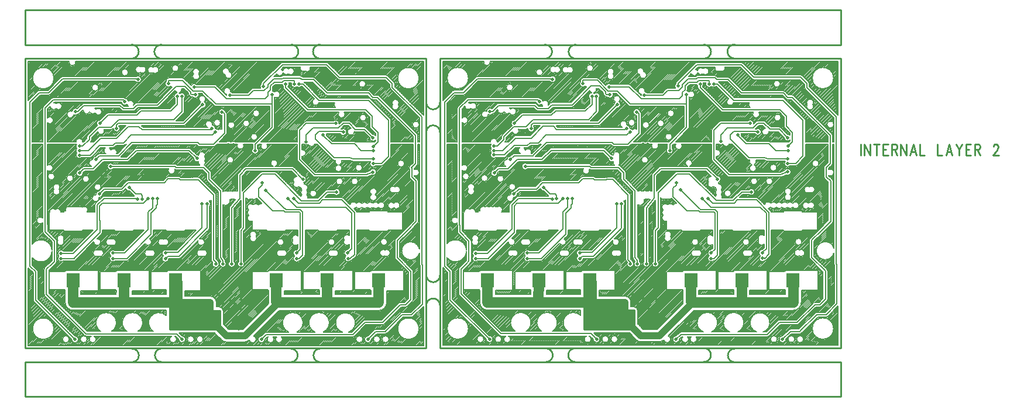
<source format=gbr>
*
%LPD*%
%LN2FOC-I2*%
%FSLAX24Y24*%
%MOIN*%
%SRX1Y1I0.0J0.0*%
%AD*%
%ADD11C,0.007870*%
%ADD13C,0.010000*%
%ADD20C,0.008000*%
%ADD36R,0.075000X0.084000*%
%ADD55C,0.085000*%
%ADD57C,0.011810*%
%ADD58C,0.007870*%
%ADD59C,0.059060*%
%ADD60C,0.039370*%
%ADD62C,0.015750*%
%ADD65C,0.019690*%
G54D11*
G1X19141Y10599D2*
G1X19417Y10874D1*
G1X24338Y10874D1*
G1X25027Y11563D1*
G1X26043Y11563D1*
G1X27047Y12567D1*
G1X27338Y12567D1*
G1X27649Y12878D1*
G1X25208Y10599D2*
G1X25651Y11041D1*
G1X26204Y11041D1*
G1X26204Y11050D1*
G1X27159Y12004D1*
G1X27693Y12004D1*
G1X28303Y12614D1*
G1X6889Y14240D2*
G1X6889Y14591D1*
G1X7199Y14900D1*
G1X7199Y14900D1*
G1X7342Y15043D1*
G1X7342Y15437D1*
G1X6889Y14240D2*
G1X6889Y13177D1*
G1X9153Y10914D1*
G1X14299Y10914D1*
G1X14614Y10599D1*
G1X17445Y14906D2*
G1X17445Y18103D1*
G1X17899Y18647D1*
G1X17899Y19973D1*
G1X18257Y20331D1*
G1X20897Y20331D1*
G1X21482Y19746D1*
G1X16531Y14898D2*
G1X16576Y14943D1*
G1X5945Y15648D2*
G1X5945Y14776D1*
G1X6271Y14449D1*
G1X6271Y12839D1*
G1X8512Y10599D1*
G1X5945Y15648D2*
G1X5945Y24134D1*
G1X6484Y24673D1*
G1X7023Y24673D1*
G1X7815Y25465D1*
G1X12082Y25465D1*
G1X12106Y25441D1*
G1X6811Y17142D2*
G1X6811Y23788D1*
G1X7283Y24260D1*
G1X11260Y24260D1*
G1X11358Y24162D1*
G1X6811Y17142D2*
G1X6823Y17130D1*
G1X6823Y16729D1*
G1X7342Y16209D1*
G1X7342Y15437D1*
G1X9921Y18118D2*
G1X9921Y18201D1*
G1X10071Y18351D1*
G1X12417Y18351D1*
G1X12693Y18626D1*
G1X9921Y18118D2*
G1X9921Y17408D1*
G1X9933Y17396D1*
G1X9933Y16693D1*
G1X10669Y15201D2*
G1X11460Y15201D1*
G1X11460Y15205D1*
G1X12846Y16591D1*
G1X12846Y17791D1*
G1X13149Y18095D1*
G1X13149Y18244D1*
G1X13216Y18311D1*
G1X13216Y18630D1*
G1X10669Y15516D2*
G1X11330Y15516D1*
G1X12693Y16878D1*
G1X12693Y17854D1*
G1X12952Y18114D1*
G1X12952Y18626D1*
G1X7726Y15506D2*
G1X8407Y15506D1*
G1X9779Y16878D1*
G1X9779Y18256D1*
G1X10161Y18638D1*
G1X12090Y18638D1*
G1X7726Y15206D2*
G1X8464Y15206D1*
G1X8464Y15225D1*
G1X9933Y16693D1*
G1X9901Y18886D2*
G1X10190Y19175D1*
G1X11189Y19175D1*
G1X11540Y19526D1*
G1X13600Y19526D1*
G1X13826Y19752D1*
G1X14441Y19752D1*
G1X14500Y19693D1*
G1X15145Y19693D1*
G1X15165Y19713D1*
G1X15539Y19713D1*
G1X16411Y18841D1*
G1X16411Y15126D1*
G1X16576Y14961D1*
G1X16576Y14943D1*
G1X12082Y18595D2*
G1X12082Y18630D1*
G1X12090Y18638D1*
G1X13661Y15201D2*
G1X13799Y15339D1*
G1X14437Y15339D1*
G1X15982Y16884D1*
G1X15982Y16888D1*
G1X16043Y16949D1*
G1X16043Y18335D1*
G1X13661Y15516D2*
G1X13661Y15543D1*
G1X13689Y15571D1*
G1X14370Y15571D1*
G1X15748Y16949D1*
G1X15748Y18335D1*
G1X18976Y18827D2*
G1X18976Y19213D1*
G1X19161Y19398D1*
G1X19161Y19524D1*
G1X18976Y18827D2*
G1X18976Y18721D1*
G1X19775Y17921D1*
G1X20421Y17921D1*
G1X20480Y17862D1*
G1X21295Y17862D1*
G1X21354Y17803D1*
G1X21354Y17605D1*
G1X21138Y15516D2*
G1X21354Y15732D1*
G1X21354Y17605D1*
G1X20964Y18642D2*
G1X21232Y18374D1*
G1X22449Y18374D1*
G1X22626Y18551D1*
G1X23716Y18551D1*
G1X24429Y17839D1*
G1X24429Y15445D1*
G1X21138Y15201D2*
G1X21141Y15205D1*
G1X21287Y15205D1*
G1X21492Y15410D1*
G1X21492Y17467D1*
G1X20634Y18638D2*
G1X21131Y18140D1*
G1X23930Y18140D1*
G1X24283Y17788D1*
G1X24283Y15760D1*
G1X26870Y15933D2*
G1X26870Y16244D1*
G1X27429Y16803D1*
G1X27429Y16803D1*
G1X27949Y17323D1*
G1X26870Y15933D2*
G1X26870Y15272D1*
G1X26878Y15264D1*
G1X26878Y15252D1*
G1X27649Y14480D1*
G1X27649Y12878D1*
G1X24067Y15213D2*
G1X24189Y15213D1*
G1X24193Y15209D1*
G1X24429Y15445D1*
G1X24047Y15528D2*
G1X24110Y15587D1*
G1X24283Y15760D1*
G1X8760Y21622D2*
G1X8956Y21622D1*
G1X9330Y21996D1*
G1X9330Y22154D1*
G1X9891Y22715D1*
G1X10580Y22715D1*
G1X11004Y23138D1*
G1X14153Y23138D1*
G1X14606Y23591D1*
G1X14606Y24477D1*
G1X9941Y22921D2*
G1X10405Y23386D1*
G1X12039Y23386D1*
G1X12283Y23630D1*
G1X13976Y23630D1*
G1X14350Y24004D1*
G1X14350Y24477D1*
G1X10551Y20461D2*
G1X10551Y20475D1*
G1X14212Y20475D1*
G1X14286Y20402D1*
G1X15850Y20402D1*
G1X16149Y20103D1*
G1X16149Y19736D1*
G1X16811Y19075D1*
G1X16811Y15264D1*
G1X16937Y15079D1*
G1X16937Y14902D1*
G1X8760Y21366D2*
G1X9271Y21366D1*
G1X9980Y22075D1*
G1X10886Y22075D1*
G1X11555Y22744D1*
G1X12155Y22744D1*
G1X12342Y22557D1*
G1X16240Y22557D1*
G1X16319Y22636D1*
G1X8779Y20087D2*
G1X9026Y20333D1*
G1X9547Y20333D1*
G1X10088Y20874D1*
G1X11488Y20874D1*
G1X11494Y20880D1*
G1X11515Y20880D1*
G1X12012Y21377D1*
G1X15019Y21377D1*
G1X15472Y20924D1*
G1X8760Y21110D2*
G1X9370Y21110D1*
G1X9926Y21667D1*
G1X10674Y21667D1*
G1X10817Y21809D1*
G1X11279Y21809D1*
G1X11722Y22252D1*
G1X16328Y22252D1*
G1X16515Y22440D1*
G1X10886Y22626D2*
G1X10886Y22823D1*
G1X10984Y22921D1*
G1X14724Y22921D1*
G1X15787Y23984D1*
G1X9704Y20854D2*
G1X9912Y21062D1*
G1X11004Y21062D1*
G1X11004Y21081D1*
G1X11752Y21829D1*
G1X15500Y21829D1*
G1X15604Y21725D1*
G1X16397Y21725D1*
G1X17027Y22354D1*
G1X17027Y23459D1*
G1X11594Y19252D2*
G1X11960Y18886D1*
G1X12263Y18886D1*
G1X12342Y18807D1*
G1X12342Y18610D1*
G1X18779Y21622D2*
G1X18779Y21721D1*
G1X19744Y22685D1*
G1X18779Y21622D2*
G1X18779Y21366D1*
G1X19393Y19110D2*
G1X20445Y18059D1*
G1X20480Y18059D1*
G1X20539Y18000D1*
G1X21354Y18000D1*
G1X21492Y17862D1*
G1X21492Y17467D1*
G1X22224Y22105D2*
G1X22224Y22272D1*
G1X22421Y22469D1*
G1X23799Y22469D1*
G1X23799Y22429D1*
G1X22224Y22105D2*
G1X22224Y22016D1*
G1X23287Y20953D1*
G1X24193Y20953D1*
G1X24350Y20884D1*
G1X25500Y20886D1*
G1X21299Y21229D2*
G1X21299Y22528D1*
G1X21693Y22921D1*
G1X23366Y22921D1*
G1X21299Y21229D2*
G1X21299Y20854D1*
G1X22165Y19988D1*
G1X25108Y19988D1*
G1X25492Y20146D1*
G1X22657Y22272D2*
G1X22657Y22223D1*
G1X23130Y21751D1*
G1X24429Y21751D1*
G1X24823Y21357D1*
G1X25512Y21357D1*
G1X21693Y21878D2*
G1X21693Y22272D1*
G1X22077Y22656D1*
G1X23523Y22656D1*
G1X23799Y22932D1*
G1X24134Y22932D1*
G1X24488Y22577D1*
G1X25019Y22577D1*
G1X25492Y22105D1*
G1X25504Y20630D2*
G1X25964Y20630D1*
G1X26378Y21043D1*
G1X26378Y21579D1*
G1X25512Y21613D2*
G1X25767Y21869D1*
G1X25767Y22402D1*
G1X27917Y20622D2*
G1X27684Y20389D1*
G1X27700Y20372D1*
G1X27700Y19874D1*
G1X27949Y19626D1*
G1X27949Y17323D1*
G1X8543Y23591D2*
G1X8681Y23591D1*
G1X9025Y23935D1*
G1X11092Y23935D1*
G1X11260Y23768D1*
G1X11850Y23768D1*
G1X12057Y23975D1*
G1X13218Y23975D1*
G1X14291Y25047D1*
G1X14783Y25047D1*
G1X15118Y24713D1*
G1X15118Y24614D1*
G1X15177Y24555D1*
G1X15374Y24555D1*
G1X13838Y25185D2*
G1X13838Y25382D1*
G1X14645Y25382D1*
G1X15256Y24772D1*
G1X15787Y24772D1*
G1X16535Y24024D1*
G1X19744Y24024D1*
G1X15315Y25008D2*
G1X16467Y25008D1*
G1X17145Y24329D1*
G1X19330Y24329D1*
G1X19508Y24506D1*
G1X19508Y24703D1*
G1X19645Y24841D1*
G1X19645Y25058D1*
G1X19862Y25274D1*
G1X20315Y25274D1*
G1X20413Y25373D1*
G1X21023Y25373D1*
G1X21023Y25373D1*
G1X21023Y25166D1*
G1X19252Y25047D2*
G1X19252Y25189D1*
G1X20330Y26268D1*
G1X22854Y26268D1*
G1X23575Y25547D1*
G1X26236Y25547D1*
G1X26592Y25191D1*
G1X26592Y24967D1*
G1X28272Y23288D1*
G1X28272Y14910D1*
G1X28287Y14894D1*
G1X28287Y14882D1*
G1X28303Y14867D1*
G1X28303Y12614D1*
G1X17342Y24536D2*
G1X18405Y24536D1*
G1X18661Y24791D1*
G1X19291Y24791D1*
G1X19508Y25008D1*
G1X19508Y25117D1*
G1X19842Y25451D1*
G1X20295Y25451D1*
G1X20354Y25510D1*
G1X21358Y25510D1*
G1X21451Y25417D1*
G1X22110Y25417D1*
G1X22878Y24650D1*
G1X25250Y24650D1*
G1X25490Y24410D1*
G1X25748Y24410D1*
G1X27917Y22240D1*
G1X27917Y20622D1*
G1X16889Y23562D2*
G1X16905Y23577D1*
G1X16925Y23577D1*
G1X17027Y23475D1*
G1X17027Y23459D1*
G1X19744Y22685D2*
G1X19744Y24024D1*
G1X19744Y24575D1*
G1X21279Y25166D2*
G1X21496Y25166D1*
G1X22421Y24240D1*
G1X25240Y24240D1*
G1X26378Y23103D1*
G1X26378Y21579D1*
G1X20512Y25166D2*
G1X20512Y24959D1*
G1X21782Y23689D1*
G1X25069Y23689D1*
G1X25433Y23325D1*
G1X25433Y22754D1*
G1X25448Y22739D1*
G1X25448Y22721D1*
G1X25767Y22402D1*
G1X5689Y10087D2*
G54D13*
G1X28523Y10087D1*
G1X28523Y26622D1*
G1X5689Y26622D1*
G1X5689Y10087D1*
G1X11729Y26620D2*
G75*
G3X11730Y27420I17J400D1*
G74*
G1X13453Y27415D2*
G75*
G3X13452Y26615I-17J-400D1*
G74*
G1X20824Y26616D2*
G75*
G3X20825Y27416I17J400D1*
G74*
G1X22490Y27422D2*
G75*
G3X22489Y26622I-17J-400D1*
G74*
G1X11751Y9287D2*
G75*
G3X11752Y10064I16J388D1*
G74*
G1X13473Y10075D2*
G75*
G3X13472Y9296I-16J-390D1*
G74*
G1X20797Y9292D2*
G75*
G3X20797Y10068I15J388D1*
G74*
G1X22505Y10071D2*
G75*
G3X22504Y9292I-16J-390D1*
G74*
G1X29305Y12527D2*
G75*
G3X28529Y12528I-388J16D1*
G74*
G1X28530Y14263D2*
G75*
G3X29309Y14262I390J-16D1*
G74*
G1X5682Y29383D2*
G1X52139Y29383D1*
G1X52139Y27415D1*
G1X5682Y27415D1*
G1X5682Y29383D1*
G1X29304Y10092D2*
G1X52139Y10092D1*
G1X52139Y26627D1*
G1X29304Y26627D1*
G1X29304Y10092D1*
G1X5682Y9304D2*
G1X52139Y9304D1*
G1X52139Y7336D1*
G1X5682Y7336D1*
G1X5682Y9304D1*
G1X29304Y22409D2*
G75*
G3X28528Y22410I-388J16D1*
G74*
G1X28530Y24125D2*
G75*
G3X29309Y24124I390J-16D1*
G74*
G1X37050Y27414D2*
G75*
G3X37049Y26614I-17J-400D1*
G74*
G1X35278Y26617D2*
G75*
G3X35279Y27417I17J400D1*
G74*
G1X44328Y26617D2*
G75*
G3X44329Y27417I17J400D1*
G74*
G1X46098Y27426D2*
G75*
G3X46097Y26626I-17J-400D1*
G74*
G1X46114Y10066D2*
G75*
G3X46114Y9287I-16J-390D1*
G74*
G1X44341Y9311D2*
G75*
G3X44341Y10087I16J388D1*
G74*
G1X37019Y10085D2*
G75*
G3X37018Y9306I-16J-390D1*
G74*
G1X35329Y9303D2*
G75*
G3X35330Y10080I16J388D1*
G74*
G1X28130Y22853D2*
G75*
G54D20*
G3X28130Y22853I-198J0D1*
G74*
G1X25079Y25176D2*
G75*
G3X25079Y25176I-197J0D1*
G74*
G1X28117Y25504D2*
G75*
G3X28117Y25504I-611J0D1*
G74*
G1X14429Y26071D2*
G75*
G3X14429Y26071I-198J0D1*
G74*
G1X9863Y24969D2*
G75*
G3X9863Y24969I-198J0D1*
G74*
G1X11555Y25835D2*
G75*
G3X11555Y25835I-198J0D1*
G74*
G1X7317Y25504D2*
G75*
G3X7317Y25504I-611J0D1*
G74*
G1X25118Y23247D2*
G75*
G3X25118Y23247I-198J0D1*
G74*
G1X18918Y22154D2*
G75*
G3X18918Y22154I-198J0D1*
G74*
G1X19036Y23492D2*
G75*
G3X19036Y23492I-198J0D1*
G74*
G1X18465Y22921D2*
G75*
G3X18465Y22921I-198J0D1*
G74*
G1X17618Y22823D2*
G75*
G3X17618Y22823I-198J0D1*
G74*
G1X16811Y22961D2*
G75*
G3X16811Y22961I-198J0D1*
G74*
G1X28117Y11204D2*
G75*
G3X28117Y11204I-611J0D1*
G74*
G1X26402Y10599D2*
G75*
G3X26402Y10599I-198J0D1*
G74*
G1X25906Y10599D2*
G75*
G3X25906Y10599I-198J0D1*
G74*
G1X26311Y16158D2*
G75*
G3X26311Y16158I-198J0D1*
G74*
G1X23323Y16146D2*
G75*
G3X23323Y16146I-198J0D1*
G74*
G1X20422Y16146D2*
G75*
G3X20422Y16146I-198J0D1*
G74*
G1X10000Y19290D2*
G75*
G3X10000Y19290I-198J0D1*
G74*
G1X9331Y19752D2*
G75*
G3X9331Y19752I-198J0D1*
G74*
G1X8426Y19791D2*
G75*
G3X8426Y19791I-198J0D1*
G74*
G1X7363Y19890D2*
G75*
G3X7363Y19890I-198J0D1*
G74*
G1X27284Y20629D2*
G75*
G3X27284Y20629I-198J0D1*
G74*
G1X24646Y19614D2*
G75*
G3X24646Y19614I-198J0D1*
G74*
G1X23780Y19614D2*
G75*
G3X23780Y19614I-198J0D1*
G74*
G1X22284Y18925D2*
G75*
G3X22284Y18925I-198J0D1*
G74*
G1X17559Y20835D2*
G75*
G3X17559Y20835I-197J0D1*
G74*
G1X24882Y20392D2*
G75*
G3X24882Y20392I-198J0D1*
G74*
G1X15823Y10599D2*
G75*
G3X15823Y10599I-198J0D1*
G74*
G1X15307Y10599D2*
G75*
G3X15307Y10599I-198J0D1*
G74*
G1X9209Y10599D2*
G75*
G3X9209Y10599I-198J0D1*
G74*
G1X8193Y10599D2*
G75*
G3X8193Y10599I-198J0D1*
G74*
G1X7317Y11204D2*
G75*
G3X7317Y11204I-611J0D1*
G74*
G1X24914Y10599D2*
G75*
G3X24914Y10599I-198J0D1*
G74*
G1X28133Y21871D2*
G1X28133Y23230D1*
G1X26495Y24869D1*
G1X26454Y24967D2*
G75*
G3X26495Y24869I138J0D1*
G74*
G1X26454Y24967D2*
G1X26454Y25134D1*
G1X26179Y25409D1*
G1X23575Y25409D1*
G1X23477Y25450D2*
G75*
G3X23575Y25409I98J98D1*
G74*
G1X23477Y25450D2*
G1X22797Y26129D1*
G1X21921Y26129D1*
G1X21634Y25900D2*
G75*
G3X21921Y26129I98J171D1*
G74*
G1X21347Y26129D2*
G75*
G3X21634Y25900I189J-58D1*
G74*
G1X21347Y26129D2*
G1X20388Y26129D1*
G1X20268Y26010D1*
G1X20355Y25920D2*
G75*
G3X20268Y26010I-178J-85D1*
G74*
G1X20679Y26044D2*
G75*
G3X20355Y25920I-128J-150D1*
G74*
G1X20679Y25743D2*
G75*
G3X20679Y26044I128J150D1*
G74*
G1X20373Y25809D2*
G75*
G3X20679Y25743I178J85D1*
G74*
G1X20002Y25743D2*
G75*
G3X20373Y25809I175J91D1*
G74*
G1X20002Y25743D2*
G1X19848Y25590D1*
G1X20238Y25590D1*
G1X20256Y25608D1*
G1X20354Y25649D2*
G75*
G3X20256Y25608I0J-138D1*
G74*
G1X20354Y25649D2*
G1X21358Y25649D1*
G1X21456Y25608D2*
G75*
G3X21358Y25649I-98J-98D1*
G74*
G1X21456Y25608D2*
G1X21508Y25556D1*
G1X22110Y25556D1*
G1X22208Y25515D2*
G75*
G3X22110Y25556I-98J-98D1*
G74*
G1X22208Y25515D2*
G1X22935Y24788D1*
G1X25250Y24788D1*
G1X25348Y24748D2*
G75*
G3X25250Y24788I-98J-98D1*
G74*
G1X25348Y24748D2*
G1X25548Y24548D1*
G1X25748Y24548D1*
G1X25846Y24507D2*
G75*
G3X25748Y24548I-98J-98D1*
G74*
G1X25846Y24507D2*
G1X28015Y22338D1*
G1X28055Y22240D2*
G75*
G3X28015Y22338I-138J0D1*
G74*
G1X28055Y22240D2*
G1X28055Y21871D1*
G1X28133Y21871D1*
G1X28365Y23390D2*
G1X28365Y26464D1*
G1X8554Y26464D1*
G1X8177Y26464D2*
G75*
G3X8554Y26464I189J-58D1*
G74*
G1X8177Y26464D2*
G1X5847Y26464D1*
G1X5847Y24232D1*
G1X6386Y24771D1*
G1X6484Y24812D2*
G75*
G3X6386Y24771I0J-138D1*
G74*
G1X6484Y24812D2*
G1X6966Y24812D1*
G1X7717Y25563D1*
G1X7815Y25603D2*
G75*
G3X7717Y25563I0J-138D1*
G74*
G1X7815Y25603D2*
G1X11993Y25603D1*
G1X11945Y25326D2*
G75*
G3X11993Y25603I161J115D1*
G74*
G1X11945Y25326D2*
G1X7872Y25326D1*
G1X7121Y24576D1*
G1X7023Y24535D2*
G75*
G3X7121Y24576I0J138D1*
G74*
G1X7023Y24535D2*
G1X6541Y24535D1*
G1X6083Y24077D1*
G1X6083Y21871D1*
G1X6672Y21871D1*
G1X6672Y23788D1*
G1X6713Y23885D2*
G75*
G3X6672Y23788I98J-98D1*
G74*
G1X6713Y23885D2*
G1X7185Y24358D1*
G1X7283Y24398D2*
G75*
G3X7185Y24358I0J-138D1*
G74*
G1X7283Y24398D2*
G1X11260Y24398D1*
G1X11356Y24359D2*
G75*
G3X11260Y24398I-97J-99D1*
G74*
G1X11552Y24199D2*
G75*
G3X11356Y24359I-194J-38D1*
G74*
G1X11856Y23970D2*
G75*
G3X11552Y24199I-183J74D1*
G74*
G1X11856Y23970D2*
G1X11959Y24072D1*
G1X12057Y24113D2*
G75*
G3X11959Y24072I0J-138D1*
G74*
G1X12057Y24113D2*
G1X13161Y24113D1*
G1X14042Y24995D1*
G1X13966Y25035D2*
G75*
G3X14042Y24995I128J150D1*
G74*
G1X13700Y25326D2*
G75*
G3X13966Y25035I138J-141D1*
G74*
G1X13700Y25326D2*
G1X13700Y25382D1*
G1X13838Y25520D2*
G75*
G3X13700Y25382I0J-138D1*
G74*
G1X13838Y25520D2*
G1X14645Y25520D1*
G1X14743Y25480D2*
G75*
G3X14645Y25520I-98J-98D1*
G74*
G1X14743Y25480D2*
G1X15134Y25089D1*
G1X15456Y25146D2*
G75*
G3X15134Y25089I-141J-138D1*
G74*
G1X15456Y25146D2*
G1X16467Y25146D1*
G1X16565Y25106D2*
G75*
G3X16467Y25146I-98J-98D1*
G74*
G1X16565Y25106D2*
G1X17145Y24525D1*
G1X17149Y24578D2*
G75*
G3X17145Y24525I193J-42D1*
G74*
G1X17378Y24730D2*
G75*
G3X17149Y24578I-193J42D1*
G74*
G1X17483Y24674D2*
G75*
G3X17378Y24730I-141J-138D1*
G74*
G1X17483Y24674D2*
G1X18348Y24674D1*
G1X18563Y24889D1*
G1X18661Y24930D2*
G75*
G3X18563Y24889I0J-138D1*
G74*
G1X18661Y24930D2*
G1X19093Y24930D1*
G1X19113Y25188D2*
G75*
G3X19093Y24930I138J-141D1*
G74*
G1X19113Y25188D2*
G1X19113Y25189D1*
G1X19154Y25287D2*
G75*
G3X19113Y25189I98J-98D1*
G74*
G1X19154Y25287D2*
G1X20233Y26366D1*
G1X20330Y26406D2*
G75*
G3X20233Y26366I0J-138D1*
G74*
G1X20330Y26406D2*
G1X22854Y26406D1*
G1X22952Y26366D2*
G75*
G3X22854Y26406I-98J-98D1*
G74*
G1X22952Y26366D2*
G1X23632Y25686D1*
G1X26236Y25686D1*
G1X26334Y25645D2*
G75*
G3X26236Y25686I-98J-98D1*
G74*
G1X26334Y25645D2*
G1X26690Y25289D1*
G1X26731Y25191D2*
G75*
G3X26690Y25289I-138J0D1*
G74*
G1X26731Y25191D2*
G1X26731Y25024D1*
G1X28365Y23390D1*
G1X15887Y24476D2*
G75*
G3X15673Y24146I-119J-157D1*
G74*
G1X15887Y24476D2*
G1X15730Y24633D1*
G1X15555Y24633D1*
G1X15233Y24417D2*
G75*
G3X15555Y24633I141J138D1*
G74*
G1X15233Y24417D2*
G1X15177Y24417D1*
G1X15079Y24457D2*
G75*
G3X15177Y24417I98J98D1*
G74*
G1X15079Y24457D2*
G1X15020Y24516D1*
G1X14979Y24614D2*
G75*
G3X15020Y24516I138J0D1*
G74*
G1X14979Y24614D2*
G1X14979Y24655D1*
G1X14726Y24909D1*
G1X14598Y24909D1*
G1X14435Y24655D2*
G75*
G3X14598Y24909I-26J196D1*
G74*
G1X14478Y24627D2*
G75*
G3X14435Y24655I-128J-150D1*
G74*
G1X14744Y24336D2*
G75*
G3X14478Y24627I-138J141D1*
G74*
G1X14744Y24336D2*
G1X14744Y23591D1*
G1X14704Y23493D2*
G75*
G3X14744Y23591I-98J98D1*
G74*
G1X14704Y23493D2*
G1X14271Y23060D1*
G1X14667Y23060D1*
G1X15590Y23983D1*
G1X15673Y24146D2*
G75*
G3X15590Y23983I114J-161D1*
G74*
G1X10828Y22213D2*
G1X11398Y22783D1*
G1X11041Y22783D1*
G1X11025Y22766D1*
G1X10688Y22626D2*
G75*
G3X11025Y22766I198J0D1*
G74*
G1X10688Y22626D2*
G1X10688Y22627D1*
G1X10678Y22617D1*
G1X10580Y22576D2*
G75*
G3X10678Y22617I0J138D1*
G74*
G1X10580Y22576D2*
G1X10177Y22576D1*
G1X9809Y22437D2*
G75*
G3X10177Y22576I191J52D1*
G74*
G1X9809Y22437D2*
G1X9469Y22096D1*
G1X9469Y21996D1*
G1X9428Y21898D2*
G75*
G3X9469Y21996I-98J98D1*
G74*
G1X9428Y21898D2*
G1X9401Y21871D1*
G1X9580Y21871D1*
G1X9882Y22173D1*
G1X9980Y22213D2*
G75*
G3X9882Y22173I0J-138D1*
G74*
G1X9980Y22213D2*
G1X10828Y22213D1*
G1X14324Y24672D2*
G75*
G3X14212Y24336I26J-196D1*
G74*
G1X14223Y24784D2*
G75*
G3X14324Y24672I186J67D1*
G74*
G1X14223Y24784D2*
G1X13316Y23877D1*
G1X13218Y23836D2*
G75*
G3X13316Y23877I0J138D1*
G74*
G1X13218Y23836D2*
G1X12114Y23836D1*
G1X11948Y23670D1*
G1X11850Y23629D2*
G75*
G3X11948Y23670I0J138D1*
G74*
G1X11850Y23629D2*
G1X11260Y23629D1*
G1X11162Y23670D2*
G75*
G3X11260Y23629I98J98D1*
G74*
G1X11162Y23670D2*
G1X11035Y23797D1*
G1X9659Y23797D1*
G1X9706Y23734D2*
G75*
G3X9659Y23797I-179J-84D1*
G74*
G1X9663Y23507D2*
G75*
G3X9706Y23734I179J84D1*
G74*
G1X9345Y23573D2*
G75*
G3X9663Y23507I182J77D1*
G74*
G1X8977Y23691D2*
G75*
G3X9345Y23573I196J-21D1*
G74*
G1X8977Y23691D2*
G1X8779Y23493D1*
G1X8684Y23452D2*
G75*
G3X8779Y23493I-3J138D1*
G74*
G1X8445Y23419D2*
G75*
G3X8684Y23452I98J171D1*
G74*
G1X8346Y23605D2*
G75*
G3X8445Y23419I-98J-171D1*
G74*
G1X8651Y23756D2*
G75*
G3X8346Y23605I-108J-166D1*
G74*
G1X8651Y23756D2*
G1X8927Y24033D1*
G1X9025Y24074D2*
G75*
G3X8927Y24033I0J-138D1*
G74*
G1X9025Y24074D2*
G1X11092Y24074D1*
G1X11190Y24033D2*
G75*
G3X11092Y24074I-98J-98D1*
G74*
G1X11190Y24033D2*
G1X11317Y23906D1*
G1X11531Y23906D1*
G1X11479Y24006D2*
G75*
G3X11531Y23906I194J38D1*
G74*
G1X11165Y24122D2*
G75*
G3X11479Y24006I193J40D1*
G74*
G1X11165Y24122D2*
G1X7341Y24122D1*
G1X7321Y24102D1*
G1X7441Y24047D2*
G75*
G3X7321Y24102I-138J-141D1*
G74*
G1X7441Y23764D2*
G75*
G3X7441Y24047I138J141D1*
G74*
G1X7106Y23887D2*
G75*
G3X7441Y23764I197J18D1*
G74*
G1X7106Y23887D2*
G1X6949Y23730D1*
G1X6949Y23241D1*
G1X6949Y22957D2*
G75*
G3X6949Y23241I137J142D1*
G74*
G1X6949Y22957D2*
G1X6949Y21871D1*
G1X8562Y21871D1*
G1X8957Y21871D2*
G75*
G3X8562Y21871I-197J7D1*
G74*
G1X8957Y21871D2*
G1X9009Y21871D1*
G1X9192Y22054D1*
G1X9192Y22154D1*
G1X9233Y22252D2*
G75*
G3X9192Y22154I98J-98D1*
G74*
G1X9233Y22252D2*
G1X9783Y22802D1*
G1X9942Y23119D2*
G75*
G3X9783Y22802I-2J-197D1*
G74*
G1X9942Y23119D2*
G1X10307Y23484D1*
G1X10405Y23524D2*
G75*
G3X10307Y23484I0J-138D1*
G74*
G1X10405Y23524D2*
G1X11982Y23524D1*
G1X12185Y23728D1*
G1X12283Y23769D2*
G75*
G3X12185Y23728I0J-138D1*
G74*
G1X12283Y23769D2*
G1X13919Y23769D1*
G1X14212Y24061D1*
G1X14212Y24336D1*
G1X25629Y21926D2*
G1X25629Y21963D1*
G1X25294Y22107D2*
G75*
G3X25629Y21963I198J-2D1*
G74*
G1X25294Y22107D2*
G1X24962Y22439D1*
G1X24488Y22439D1*
G1X24429Y22452D2*
G75*
G3X24488Y22439I59J125D1*
G74*
G1X24232Y22637D2*
G75*
G3X24429Y22452I-1J-198D1*
G74*
G1X24232Y22637D2*
G1X24076Y22793D1*
G1X23856Y22793D1*
G1X23670Y22607D1*
G1X23713Y22607D1*
G1X23628Y22330D2*
G75*
G3X23713Y22607I171J99D1*
G74*
G1X23628Y22330D2*
G1X22846Y22330D1*
G1X22849Y22227D2*
G75*
G3X22846Y22330I-192J45D1*
G74*
G1X22849Y22227D2*
G1X23187Y21889D1*
G1X24429Y21889D1*
G1X24497Y21871D2*
G75*
G3X24429Y21889I-68J-120D1*
G74*
G1X24497Y21871D2*
G1X25574Y21871D1*
G1X25629Y21926D1*
G1X25629Y22247D2*
G1X25629Y22344D1*
G1X25350Y22623D1*
G1X25316Y22680D2*
G75*
G3X25350Y22623I132J41D1*
G74*
G1X25294Y22754D2*
G75*
G3X25316Y22680I138J0D1*
G74*
G1X25294Y22754D2*
G1X25294Y23268D1*
G1X25012Y23551D1*
G1X23859Y23551D1*
G1X23542Y23551D2*
G75*
G3X23859Y23551I159J-117D1*
G74*
G1X23542Y23551D2*
G1X21782Y23551D1*
G1X21684Y23591D2*
G75*
G3X21782Y23551I98J98D1*
G74*
G1X21684Y23591D2*
G1X20414Y24861D1*
G1X20373Y24959D2*
G75*
G3X20414Y24861I138J0D1*
G74*
G1X20373Y24959D2*
G1X20373Y25025D1*
G1X20316Y25136D2*
G75*
G3X20373Y25025I195J30D1*
G74*
G1X20315Y25136D2*
G75*
G3X20316Y25136I0J138D1*
G74*
G1X20315Y25136D2*
G1X19919Y25136D1*
G1X19784Y25000D1*
G1X19784Y24841D1*
G1X19765Y24771D2*
G75*
G3X19784Y24841I-120J70D1*
G74*
G1X19872Y24725D2*
G75*
G3X19765Y24771I-128J-150D1*
G74*
G1X19882Y24416D2*
G75*
G3X19872Y24725I117J159D1*
G74*
G1X19882Y24416D2*
G1X19882Y24024D1*
G1X19882Y22685D1*
G1X19842Y22587D2*
G75*
G3X19882Y22685I-98J98D1*
G74*
G1X19842Y22587D2*
G1X19125Y21871D1*
G1X21160Y21871D1*
G1X21160Y22528D1*
G1X21201Y22626D2*
G75*
G3X21160Y22528I98J-98D1*
G74*
G1X21201Y22626D2*
G1X21595Y23019D1*
G1X21693Y23060D2*
G75*
G3X21595Y23019I0J-138D1*
G74*
G1X21693Y23060D2*
G1X23225Y23060D1*
G1X23561Y22889D2*
G75*
G3X23225Y23060I-195J32D1*
G74*
G1X23561Y22889D2*
G1X23701Y23030D1*
G1X23799Y23070D2*
G75*
G3X23701Y23030I0J-138D1*
G74*
G1X23799Y23070D2*
G1X24134Y23070D1*
G1X24231Y23030D2*
G75*
G3X24134Y23070I-98J-98D1*
G74*
G1X24231Y23030D2*
G1X24545Y22716D1*
G1X25019Y22716D1*
G1X25117Y22675D2*
G75*
G3X25019Y22716I-98J-98D1*
G74*
G1X25117Y22675D2*
G1X25490Y22302D1*
G1X25629Y22247D2*
G75*
G3X25490Y22302I-137J-142D1*
G74*
G1X21839Y23828D2*
G1X23344Y23828D1*
G1X23306Y24102D2*
G75*
G3X23344Y23828I159J-117D1*
G74*
G1X23306Y24102D2*
G1X22421Y24102D1*
G1X22418Y24102D2*
G75*
G3X22421Y24102I3J138D1*
G74*
G1X22143Y24322D2*
G75*
G3X22418Y24102I81J-180D1*
G74*
G1X22143Y24322D2*
G1X21438Y25027D1*
G1X21420Y25027D1*
G1X21151Y25015D2*
G75*
G3X21420Y25027I128J150D1*
G74*
G1X20838Y25234D2*
G75*
G3X21151Y25015I185J-69D1*
G74*
G1X20838Y25234D2*
G1X20697Y25234D1*
G1X20650Y25025D2*
G75*
G3X20697Y25234I-138J141D1*
G74*
G1X20650Y25025D2*
G1X20650Y25017D1*
G1X21839Y23828D1*
G1X19605Y22743D2*
G1X19605Y23885D1*
G1X16535Y23885D1*
G1X16437Y23926D2*
G75*
G3X16535Y23885I98J98D1*
G74*
G1X16437Y23926D2*
G1X15925Y24438D1*
G1X15882Y24158D2*
G75*
G3X15925Y24438I-114J161D1*
G74*
G1X15785Y23787D2*
G75*
G3X15882Y24158I2J198D1*
G74*
G1X15785Y23787D2*
G1X14822Y22824D1*
G1X14724Y22783D2*
G75*
G3X14822Y22824I0J138D1*
G74*
G1X14724Y22783D2*
G1X12312Y22783D1*
G1X12400Y22696D1*
G1X16076Y22696D1*
G1X16333Y22833D2*
G75*
G3X16076Y22696I-191J49D1*
G74*
G1X16516Y22637D2*
G75*
G3X16333Y22833I-197J-1D1*
G74*
G1X16672Y22560D2*
G75*
G3X16516Y22637I-156J-121D1*
G74*
G1X16889Y22601D2*
G75*
G3X16672Y22560I-78J-181D1*
G74*
G1X16889Y22601D2*
G1X16889Y23364D1*
G1X17078Y23620D2*
G75*
G3X16889Y23364I-189J-58D1*
G74*
G1X17078Y23620D2*
G1X17125Y23573D1*
G1X17166Y23475D2*
G75*
G3X17125Y23573I-138J0D1*
G74*
G1X17166Y23475D2*
G1X17166Y23459D1*
G1X17166Y22354D1*
G1X17125Y22257D2*
G75*
G3X17166Y22354I-98J98D1*
G74*
G1X17125Y22257D2*
G1X16739Y21871D1*
G1X17137Y21871D1*
G1X17374Y21871D2*
G75*
G3X17137Y21871I-118J-158D1*
G74*
G1X17374Y21871D2*
G1X17413Y21871D1*
G1X17650Y21871D2*
G75*
G3X17413Y21871I-118J-158D1*
G74*
G1X17650Y21871D2*
G1X18734Y21871D1*
G1X19605Y22743D1*
G1X27779Y21871D2*
G1X27779Y22183D1*
G1X25690Y24271D1*
G1X25490Y24271D1*
G1X25392Y24312D2*
G75*
G3X25490Y24271I98J98D1*
G74*
G1X25392Y24312D2*
G1X25193Y24511D1*
G1X22878Y24511D1*
G1X22780Y24552D2*
G75*
G3X22878Y24511I98J98D1*
G74*
G1X22780Y24552D2*
G1X22053Y25279D1*
G1X21575Y25279D1*
G1X21594Y25263D2*
G75*
G3X21575Y25279I-98J-98D1*
G74*
G1X21594Y25263D2*
G1X22478Y24379D1*
G1X25240Y24379D1*
G1X25338Y24338D2*
G75*
G3X25240Y24379I-98J-98D1*
G74*
G1X25338Y24338D2*
G1X26476Y23200D1*
G1X26516Y23103D2*
G75*
G3X26476Y23200I-138J0D1*
G74*
G1X26516Y23103D2*
G1X26516Y21871D1*
G1X27779Y21871D1*
G1X28365Y10245D2*
G1X28365Y12481D1*
G1X27791Y11906D1*
G1X27693Y11866D2*
G75*
G3X27791Y11906I0J138D1*
G74*
G1X27693Y11866D2*
G1X27216Y11866D1*
G1X26327Y10976D1*
G1X26204Y10903D2*
G75*
G3X26327Y10976I0J138D1*
G74*
G1X26204Y10903D2*
G1X25709Y10903D1*
G1X25406Y10600D1*
G1X25210Y10796D2*
G75*
G3X25406Y10600I-2J-198D1*
G74*
G1X25210Y10796D2*
G1X25553Y11139D1*
G1X25651Y11180D2*
G75*
G3X25553Y11139I0J-138D1*
G74*
G1X25651Y11180D2*
G1X26139Y11180D1*
G1X27061Y12102D1*
G1X27159Y12143D2*
G75*
G3X27061Y12102I0J-138D1*
G74*
G1X27159Y12143D2*
G1X27635Y12143D1*
G1X28164Y12672D1*
G1X28164Y14819D1*
G1X28160Y14828D2*
G75*
G3X28164Y14819I127J54D1*
G74*
G1X28133Y14910D2*
G75*
G3X28160Y14828I138J0D1*
G74*
G1X28133Y14910D2*
G1X28133Y15519D1*
G1X28133Y15777D2*
G75*
G3X28133Y15519I-496J-129D1*
G74*
G1X28133Y15777D2*
G1X28133Y21732D1*
G1X28055Y21732D1*
G1X28055Y20622D1*
G1X28015Y20524D2*
G75*
G3X28055Y20622I-98J98D1*
G74*
G1X28015Y20524D2*
G1X27839Y20348D1*
G1X27839Y20290D1*
G1X27839Y19943D2*
G75*
G3X27839Y20290I94J174D1*
G74*
G1X27839Y19943D2*
G1X27839Y19932D1*
G1X28046Y19724D1*
G1X28087Y19626D2*
G75*
G3X28046Y19724I-138J0D1*
G74*
G1X28087Y19626D2*
G1X28087Y17323D1*
G1X28046Y17225D2*
G75*
G3X28087Y17323I-98J98D1*
G74*
G1X28046Y17225D2*
G1X27527Y16705D1*
G1X27008Y16187D1*
G1X27008Y15933D1*
G1X27008Y15317D1*
G1X27747Y14578D1*
G1X27788Y14480D2*
G75*
G3X27747Y14578I-138J0D1*
G74*
G1X27788Y14480D2*
G1X27788Y12878D1*
G1X27747Y12780D2*
G75*
G3X27788Y12878I-98J98D1*
G74*
G1X27747Y12780D2*
G1X27436Y12469D1*
G1X27338Y12429D2*
G75*
G3X27436Y12469I0J138D1*
G74*
G1X27338Y12429D2*
G1X27104Y12429D1*
G1X26141Y11465D1*
G1X26043Y11425D2*
G75*
G3X26141Y11465I0J138D1*
G74*
G1X26043Y11425D2*
G1X25085Y11425D1*
G1X24436Y10776D1*
G1X24338Y10736D2*
G75*
G3X24436Y10776I0J138D1*
G74*
G1X24338Y10736D2*
G1X20280Y10736D1*
G1X19995Y10736D2*
G75*
G3X20280Y10736I142J-137D1*
G74*
G1X19995Y10736D2*
G1X19799Y10736D1*
G1X19515Y10736D2*
G75*
G3X19799Y10736I142J-137D1*
G74*
G1X19515Y10736D2*
G1X19474Y10736D1*
G1X19339Y10600D1*
G1X19143Y10796D2*
G75*
G3X19339Y10600I-2J-198D1*
G74*
G1X19143Y10796D2*
G1X19319Y10972D1*
G1X19417Y11013D2*
G75*
G3X19319Y10972I0J-138D1*
G74*
G1X19417Y11013D2*
G1X20680Y11013D1*
G1X21162Y11013D2*
G75*
G3X20680Y11013I-241J531D1*
G74*
G1X21162Y11013D2*
G1X22180Y11013D1*
G1X22662Y11013D2*
G75*
G3X22180Y11013I-241J531D1*
G74*
G1X22662Y11013D2*
G1X23732Y11013D1*
G1X24110Y11013D2*
G75*
G3X23732Y11013I-189J531D1*
G74*
G1X24110Y11013D2*
G1X24281Y11013D1*
G1X24929Y11661D1*
G1X25027Y11702D2*
G75*
G3X24929Y11661I0J-138D1*
G74*
G1X25027Y11702D2*
G1X25986Y11702D1*
G1X26949Y12665D1*
G1X27047Y12706D2*
G75*
G3X26949Y12665I0J-138D1*
G74*
G1X27047Y12706D2*
G1X27281Y12706D1*
G1X27511Y12935D1*
G1X27511Y14423D1*
G1X26780Y15154D1*
G1X26746Y15211D2*
G75*
G3X26780Y15154I132J41D1*
G74*
G1X26731Y15272D2*
G75*
G3X26746Y15211I138J0D1*
G74*
G1X26731Y15272D2*
G1X26731Y15933D1*
G1X26731Y16244D1*
G1X26772Y16342D2*
G75*
G3X26731Y16244I98J-98D1*
G74*
G1X26772Y16342D2*
G1X27331Y16901D1*
G1X27810Y17380D1*
G1X27810Y19569D1*
G1X27603Y19776D1*
G1X27562Y19874D2*
G75*
G3X27603Y19776I138J0D1*
G74*
G1X27562Y19874D2*
G1X27562Y20323D1*
G1X27586Y20487D2*
G75*
G3X27562Y20323I98J-98D1*
G74*
G1X27586Y20487D2*
G1X27779Y20680D1*
G1X27779Y21732D1*
G1X26516Y21732D1*
G1X26516Y21579D1*
G1X26516Y21043D1*
G1X26476Y20946D2*
G75*
G3X26516Y21043I-98J98D1*
G74*
G1X26476Y20946D2*
G1X26062Y20532D1*
G1X25964Y20492D2*
G75*
G3X26062Y20532I0J138D1*
G74*
G1X25964Y20492D2*
G1X25644Y20492D1*
G1X25345Y20747D2*
G75*
G3X25644Y20492I159J-117D1*
G74*
G1X25345Y20747D2*
G1X24350Y20746D1*
G1X24295Y20757D2*
G75*
G3X24350Y20746I55J127D1*
G74*
G1X24295Y20757D2*
G1X24164Y20814D1*
G1X23705Y20814D1*
G1X23587Y20549D2*
G75*
G3X23705Y20814I-63J187D1*
G74*
G1X23460Y20549D2*
G75*
G3X23587Y20549I63J-187D1*
G74*
G1X23342Y20814D2*
G75*
G3X23460Y20549I181J-78D1*
G74*
G1X23342Y20814D2*
G1X23287Y20814D1*
G1X23189Y20855D2*
G75*
G3X23287Y20814I98J98D1*
G74*
G1X23189Y20855D2*
G1X22312Y21732D1*
G1X22173Y21732D1*
G1X21808Y21718D2*
G75*
G3X22173Y21732I180J81D1*
G74*
G1X21560Y21732D2*
G75*
G3X21808Y21718I133J146D1*
G74*
G1X21560Y21732D2*
G1X21437Y21732D1*
G1X21437Y21422D1*
G1X21437Y21035D2*
G75*
G3X21437Y21422I39J194D1*
G74*
G1X21437Y21035D2*
G1X21437Y20912D1*
G1X22222Y20127D1*
G1X25080Y20127D1*
G1X25309Y20221D1*
G1X25414Y19964D2*
G75*
G3X25309Y20221I78J182D1*
G74*
G1X25414Y19964D2*
G1X25160Y19860D1*
G1X25108Y19850D2*
G75*
G3X25160Y19860I0J138D1*
G74*
G1X25108Y19850D2*
G1X22165Y19850D1*
G1X22067Y19890D2*
G75*
G3X22165Y19850I98J98D1*
G74*
G1X22067Y19890D2*
G1X21201Y20757D1*
G1X21160Y20854D2*
G75*
G3X21201Y20757I138J0D1*
G74*
G1X21160Y20854D2*
G1X21160Y21229D1*
G1X21160Y21732D1*
G1X19455Y21732D1*
G1X19127Y21732D2*
G75*
G3X19455Y21732I164J-110D1*
G74*
G1X19127Y21732D2*
G1X18986Y21732D1*
G1X18918Y21663D1*
G1X18918Y21622D1*
G1X18918Y21507D1*
G1X18641Y21507D2*
G75*
G3X18918Y21507I138J-141D1*
G74*
G1X18641Y21507D2*
G1X18641Y21622D1*
G1X18641Y21721D1*
G1X18641Y21732D2*
G75*
G3X18641Y21721I138J-11D1*
G74*
G1X18641Y21732D2*
G1X18113Y21732D1*
G1X17761Y21732D2*
G75*
G3X18113Y21732I176J-90D1*
G74*
G1X17761Y21732D2*
G1X16600Y21732D1*
G1X16495Y21627D1*
G1X16397Y21586D2*
G75*
G3X16495Y21627I0J138D1*
G74*
G1X16397Y21586D2*
G1X15604Y21586D1*
G1X15507Y21627D2*
G75*
G3X15604Y21586I98J98D1*
G74*
G1X15507Y21627D2*
G1X15442Y21691D1*
G1X11809Y21691D1*
G1X11134Y21016D1*
G1X11133Y21013D2*
G75*
G3X11134Y21016I-129J49D1*
G74*
G1X11133Y21013D2*
G1X11452Y21013D1*
G1X11914Y21474D1*
G1X12012Y21515D2*
G75*
G3X11914Y21474I0J-138D1*
G74*
G1X12012Y21515D2*
G1X15019Y21515D1*
G1X15117Y21474D2*
G75*
G3X15019Y21515I-98J-98D1*
G74*
G1X15117Y21474D2*
G1X15470Y21121D1*
G1X15551Y21105D2*
G75*
G3X15470Y21121I-79J-181D1*
G74*
G1X15913Y21012D2*
G75*
G3X15551Y21105I-165J108D1*
G74*
G1X15913Y20796D2*
G75*
G3X15913Y21012I-165J108D1*
G74*
G1X15876Y20538D2*
G75*
G3X15913Y20796I-129J150D1*
G74*
G1X15948Y20500D2*
G75*
G3X15876Y20538I-98J-98D1*
G74*
G1X15948Y20500D2*
G1X16247Y20200D1*
G1X16288Y20103D2*
G75*
G3X16247Y20200I-138J0D1*
G74*
G1X16288Y20103D2*
G1X16288Y19794D1*
G1X16909Y19173D1*
G1X16949Y19075D2*
G75*
G3X16909Y19173I-138J0D1*
G74*
G1X16949Y19075D2*
G1X16949Y19044D1*
G1X17224Y19043D2*
G75*
G3X16949Y19044I-138J-216D1*
G74*
G1X17500Y19043D2*
G75*
G3X17224Y19043I-138J-216D1*
G74*
G1X17760Y19052D2*
G75*
G3X17500Y19043I-123J-225D1*
G74*
G1X17760Y19052D2*
G1X17760Y19973D1*
G1X17801Y20070D2*
G75*
G3X17760Y19973I98J-98D1*
G74*
G1X17801Y20070D2*
G1X18159Y20429D1*
G1X18257Y20469D2*
G75*
G3X18159Y20429I0J-138D1*
G74*
G1X18257Y20469D2*
G1X19803Y20469D1*
G1X19921Y20469D2*
G75*
G3X19803Y20469I-59J188D1*
G74*
G1X19921Y20469D2*
G1X20897Y20469D1*
G1X20995Y20429D2*
G75*
G3X20897Y20469I-98J-98D1*
G74*
G1X20995Y20429D2*
G1X21494Y19930D1*
G1X21555Y19544D2*
G75*
G3X21494Y19930I-59J188D1*
G74*
G1X21575Y19457D2*
G75*
G3X21555Y19544I-198J-1D1*
G74*
G1X21716Y19122D2*
G75*
G3X21575Y19457I-141J138D1*
G74*
G1X21716Y18847D2*
G75*
G3X21716Y19122I-141J138D1*
G74*
G1X21763Y18650D2*
G75*
G3X21716Y18847I-189J58D1*
G74*
G1X21763Y18650D2*
G1X22332Y18650D1*
G1X22784Y19102D1*
G1X22882Y19143D2*
G75*
G3X22784Y19102I0J-138D1*
G74*
G1X22882Y19143D2*
G1X23284Y19143D1*
G1X23284Y18866D2*
G75*
G3X23284Y19143I141J138D1*
G74*
G1X23284Y18866D2*
G1X22939Y18866D1*
G1X22763Y18690D1*
G1X23716Y18690D1*
G1X23814Y18649D2*
G75*
G3X23716Y18690I-98J-98D1*
G74*
G1X23814Y18649D2*
G1X24179Y18284D1*
G1X24536Y18365D2*
G75*
G3X24179Y18284I-162J-112D1*
G74*
G1X24854Y18359D2*
G75*
G3X24536Y18365I-161J-114D1*
G74*
G1X25166Y18363D2*
G75*
G3X24854Y18359I-154J-123D1*
G74*
G1X25480Y18372D2*
G75*
G3X25166Y18363I-154J-124D1*
G74*
G1X25794Y18363D2*
G75*
G3X25480Y18372I-161J-115D1*
G74*
G1X25792Y18130D2*
G75*
G3X25794Y18363I161J114D1*
G74*
G1X25480Y18124D2*
G75*
G3X25792Y18130I153J124D1*
G74*
G1X25172Y18125D2*
G75*
G3X25480Y18124I154J123D1*
G74*
G1X24851Y18126D2*
G75*
G3X25172Y18125I161J115D1*
G74*
G1X24530Y18132D2*
G75*
G3X24851Y18126I162J112D1*
G74*
G1X24406Y18057D2*
G75*
G3X24530Y18132I-32J195D1*
G74*
G1X24406Y18057D2*
G1X24527Y17937D1*
G1X24566Y17860D2*
G75*
G3X24527Y17937I-137J-21D1*
G74*
G1X24566Y17860D2*
G1X25274Y17860D1*
G1X25274Y17879D1*
G1X25314Y17919D2*
G75*
G3X25274Y17879I0J-40D1*
G74*
G1X25314Y17919D2*
G1X26300Y17919D1*
G1X26340Y17879D2*
G75*
G3X26300Y17919I-40J0D1*
G74*
G1X26340Y17879D2*
G1X26340Y17860D1*
G1X27141Y17860D1*
G1X27181Y17820D2*
G75*
G3X27141Y17860I-40J0D1*
G74*
G1X27181Y17820D2*
G1X27181Y16862D1*
G1X27141Y16822D2*
G75*
G3X27181Y16862I0J40D1*
G74*
G1X27141Y16822D2*
G1X26340Y16822D1*
G1X26340Y16803D1*
G1X26300Y16763D2*
G75*
G3X26340Y16803I0J40D1*
G74*
G1X26300Y16763D2*
G1X25314Y16763D1*
G1X25274Y16803D2*
G75*
G3X25314Y16763I40J0D1*
G74*
G1X25274Y16803D2*
G1X25274Y16822D1*
G1X24567Y16822D1*
G1X24567Y15445D1*
G1X24527Y15347D2*
G75*
G3X24567Y15445I-98J98D1*
G74*
G1X24527Y15347D2*
G1X24291Y15111D1*
G1X24204Y15071D2*
G75*
G3X24291Y15111I-11J138D1*
G74*
G1X23938Y15363D2*
G75*
G3X24204Y15071I128J-150D1*
G74*
G1X24053Y15725D2*
G75*
G3X23938Y15363I-6J-197D1*
G74*
G1X24053Y15725D2*
G1X24145Y15817D1*
G1X24145Y16017D1*
G1X23842Y16267D2*
G75*
G3X24145Y16017I166J-108D1*
G74*
G1X24145Y16516D2*
G75*
G3X23842Y16267I-137J-142D1*
G74*
G1X24145Y16516D2*
G1X24145Y16822D1*
G1X23427Y16822D1*
G1X23427Y16803D1*
G1X23387Y16763D2*
G75*
G3X23427Y16803I0J40D1*
G74*
G1X23387Y16763D2*
G1X22400Y16763D1*
G1X22360Y16803D2*
G75*
G3X22400Y16763I40J0D1*
G74*
G1X22360Y16803D2*
G1X22360Y16822D1*
G1X21630Y16822D1*
G1X21630Y15410D1*
G1X21590Y15312D2*
G75*
G3X21630Y15410I-98J98D1*
G74*
G1X21590Y15312D2*
G1X21385Y15107D1*
G1X21287Y15066D2*
G75*
G3X21385Y15107I0J138D1*
G74*
G1X21287Y15066D2*
G1X21282Y15066D1*
G1X21018Y15358D2*
G75*
G3X21282Y15066I119J-157D1*
G74*
G1X21139Y15713D2*
G75*
G3X21018Y15358I-2J-197D1*
G74*
G1X21139Y15713D2*
G1X21216Y15790D1*
G1X21216Y16004D1*
G1X20913Y16254D2*
G75*
G3X21216Y16004I165J-108D1*
G74*
G1X21216Y16504D2*
G75*
G3X20913Y16254I-137J-142D1*
G74*
G1X21216Y16504D2*
G1X21216Y16822D1*
G1X20513Y16822D1*
G1X20513Y16803D1*
G1X20473Y16763D2*
G75*
G3X20513Y16803I0J40D1*
G74*
G1X20473Y16763D2*
G1X19487Y16763D1*
G1X19447Y16803D2*
G75*
G3X19487Y16763I40J0D1*
G74*
G1X19447Y16803D2*
G1X19447Y16822D1*
G1X18646Y16822D1*
G1X18606Y16862D2*
G75*
G3X18646Y16822I40J0D1*
G74*
G1X18606Y16862D2*
G1X18606Y17339D1*
G1X18408Y17677D2*
G75*
G3X18606Y17339I119J-157D1*
G74*
G1X18404Y17989D2*
G75*
G3X18408Y17677I124J-154D1*
G74*
G1X18669Y18279D2*
G75*
G3X18404Y17989I-146J-133D1*
G74*
G1X18965Y18274D2*
G75*
G3X18669Y18279I-150J-128D1*
G74*
G1X19152Y18349D2*
G75*
G3X18965Y18274I-30J-195D1*
G74*
G1X19152Y18349D2*
G1X18878Y18623D1*
G1X18869Y18633D2*
G75*
G3X18878Y18623I107J87D1*
G74*
G1X18573Y18605D2*
G75*
G3X18869Y18633I128J222D1*
G74*
G1X18252Y18657D2*
G75*
G3X18573Y18605I192J170D1*
G74*
G1X18252Y18657D2*
G1X18252Y16953D1*
G1X18212Y16855D2*
G75*
G3X18252Y16953I-98J98D1*
G74*
G1X18212Y16855D2*
G1X18107Y16750D1*
G1X18107Y15047D1*
G1X17830Y15047D2*
G75*
G3X18107Y15047I138J-141D1*
G74*
G1X17830Y15047D2*
G1X17830Y16807D1*
G1X17870Y16905D2*
G75*
G3X17830Y16807I98J-98D1*
G74*
G1X17870Y16905D2*
G1X17975Y17010D1*
G1X17975Y18523D1*
G1X17583Y18052D1*
G1X17583Y15047D1*
G1X17306Y15047D2*
G75*
G3X17583Y15047I138J-141D1*
G74*
G1X17306Y15047D2*
G1X17306Y18103D1*
G1X17338Y18191D2*
G75*
G3X17306Y18103I106J-89D1*
G74*
G1X17338Y18191D2*
G1X17655Y18571D1*
G1X17500Y18611D2*
G75*
G3X17655Y18571I138J216D1*
G74*
G1X17330Y18572D2*
G75*
G3X17500Y18611I32J255D1*
G74*
G1X16949Y18275D2*
G75*
G3X17330Y18572I137J217D1*
G74*
G1X16949Y18275D2*
G1X16949Y15307D1*
G1X17051Y15157D1*
G1X17075Y15079D2*
G75*
G3X17051Y15157I-138J0D1*
G74*
G1X17075Y15079D2*
G1X17075Y15043D1*
G1X16796Y15040D2*
G75*
G3X17075Y15043I141J-138D1*
G74*
G1X16796Y15040D2*
G1X16696Y15186D1*
G1X16672Y15264D2*
G75*
G3X16696Y15186I138J0D1*
G74*
G1X16672Y15264D2*
G1X16672Y19018D1*
G1X16051Y19638D1*
G1X16011Y19736D2*
G75*
G3X16051Y19638I138J0D1*
G74*
G1X16011Y19736D2*
G1X16011Y20045D1*
G1X15793Y20263D1*
G1X14286Y20263D1*
G1X14201Y20292D2*
G75*
G3X14286Y20263I85J110D1*
G74*
G1X13853Y20337D2*
G75*
G3X14201Y20292I163J-112D1*
G74*
G1X13853Y20337D2*
G1X10704Y20337D1*
G1X10676Y20613D2*
G75*
G3X10704Y20337I-125J-153D1*
G74*
G1X10676Y20613D2*
G1X14212Y20613D1*
G1X14310Y20573D2*
G75*
G3X14212Y20613I-98J-98D1*
G74*
G1X14310Y20573D2*
G1X14343Y20540D1*
G1X15616Y20540D1*
G1X15559Y20747D2*
G75*
G3X15616Y20540I189J-59D1*
G74*
G1X15275Y20925D2*
G75*
G3X15559Y20747I198J-2D1*
G74*
G1X15275Y20925D2*
G1X14962Y21238D1*
G1X12069Y21238D1*
G1X11613Y20783D1*
G1X11532Y20743D2*
G75*
G3X11613Y20783I-17J137D1*
G74*
G1X11488Y20736D2*
G75*
G3X11532Y20743I0J138D1*
G74*
G1X11488Y20736D2*
G1X10145Y20736D1*
G1X9645Y20235D1*
G1X9547Y20195D2*
G75*
G3X9645Y20235I0J138D1*
G74*
G1X9547Y20195D2*
G1X9083Y20195D1*
G1X8977Y20088D1*
G1X8781Y20284D2*
G75*
G3X8977Y20088I-2J-198D1*
G74*
G1X8781Y20284D2*
G1X8928Y20431D1*
G1X9026Y20472D2*
G75*
G3X8928Y20431I0J-138D1*
G74*
G1X9026Y20472D2*
G1X9441Y20472D1*
G1X9507Y20855D2*
G75*
G3X9441Y20472I1J-198D1*
G74*
G1X9706Y21052D2*
G75*
G3X9507Y20855I-2J-198D1*
G74*
G1X9706Y21052D2*
G1X9814Y21159D1*
G1X9912Y21200D2*
G75*
G3X9814Y21159I0J-138D1*
G74*
G1X9912Y21200D2*
G1X10266Y21200D1*
G1X10228Y21528D2*
G75*
G3X10266Y21200I126J-152D1*
G74*
G1X10228Y21528D2*
G1X9983Y21528D1*
G1X9468Y21013D1*
G1X9370Y20972D2*
G75*
G3X9468Y21013I0J138D1*
G74*
G1X9370Y20972D2*
G1X8900Y20972D1*
G1X8609Y21238D2*
G75*
G3X8900Y20972I150J-128D1*
G74*
G1X8609Y21494D2*
G75*
G3X8609Y21238I150J-128D1*
G74*
G1X8595Y21732D2*
G75*
G3X8609Y21494I164J-110D1*
G74*
G1X8595Y21732D2*
G1X6949Y21732D1*
G1X6949Y20541D1*
G1X6949Y20223D2*
G75*
G3X6949Y20541I117J159D1*
G74*
G1X6949Y20223D2*
G1X6949Y17186D1*
G1X6961Y17130D2*
G75*
G3X6949Y17186I-138J0D1*
G74*
G1X6961Y17130D2*
G1X6961Y16786D1*
G1X7440Y16307D1*
G1X7481Y16209D2*
G75*
G3X7440Y16307I-138J0D1*
G74*
G1X7481Y16209D2*
G1X7481Y15437D1*
G1X7481Y15043D1*
G1X7440Y14946D2*
G75*
G3X7481Y15043I-98J98D1*
G74*
G1X7440Y14946D2*
G1X7296Y14802D1*
G1X7028Y14533D1*
G1X7028Y14240D1*
G1X7028Y13235D1*
G1X9211Y11052D1*
G1X9977Y11052D1*
G1X10605Y11052D2*
G75*
G3X9977Y11052I-314J491D1*
G74*
G1X10605Y11052D2*
G1X11477Y11052D1*
G1X12105Y11052D2*
G75*
G3X11477Y11052I-314J491D1*
G74*
G1X12105Y11052D2*
G1X12977Y11052D1*
G1X13700Y11959D2*
G75*
G3X12977Y11052I-409J-416D1*
G74*
G1X13700Y11959D2*
G1X13700Y12251D1*
G1X11306Y12251D1*
G1X8406Y12251D1*
G1X7953Y12705D2*
G75*
G3X8406Y12251I453J0D1*
G74*
G1X7953Y12705D2*
G1X7952Y13398D1*
G1X7907Y13436D2*
G75*
G3X7952Y13398I123J99D1*
G74*
G1X7907Y13436D2*
G1X7071Y13436D1*
G1X7031Y13476D2*
G75*
G3X7071Y13436I40J0D1*
G74*
G1X7031Y13476D2*
G1X7031Y14434D1*
G1X7071Y14474D2*
G75*
G3X7031Y14434I0J-40D1*
G74*
G1X7071Y14474D2*
G1X7907Y14474D1*
G1X8030Y14533D2*
G75*
G3X7907Y14474I0J-158D1*
G74*
G1X8030Y14533D2*
G1X8780Y14533D1*
G1X8801Y14532D2*
G75*
G3X8780Y14533I-21J-157D1*
G74*
G1X8812Y14533D2*
G75*
G3X8801Y14532I0J-40D1*
G74*
G1X8812Y14533D2*
G1X9798Y14533D1*
G1X9838Y14493D2*
G75*
G3X9798Y14533I-40J0D1*
G74*
G1X9838Y14493D2*
G1X9838Y13417D1*
G1X9798Y13377D2*
G75*
G3X9838Y13417I0J40D1*
G74*
G1X9798Y13377D2*
G1X8859Y13377D1*
G1X8859Y13158D1*
G1X10857Y13158D1*
G1X10860Y13401D1*
G1X10820Y13436D2*
G75*
G3X10860Y13401I123J99D1*
G74*
G1X10820Y13436D2*
G1X9985Y13436D1*
G1X9945Y13476D2*
G75*
G3X9985Y13436I40J0D1*
G74*
G1X9945Y13476D2*
G1X9945Y14434D1*
G1X9985Y14474D2*
G75*
G3X9945Y14434I0J-40D1*
G74*
G1X9985Y14474D2*
G1X10820Y14474D1*
G1X10944Y14533D2*
G75*
G3X10820Y14474I0J-158D1*
G74*
G1X10944Y14533D2*
G1X11694Y14533D1*
G1X11715Y14532D2*
G75*
G3X11694Y14533I-21J-157D1*
G74*
G1X11725Y14533D2*
G75*
G3X11715Y14532I0J-40D1*
G74*
G1X11725Y14533D2*
G1X12712Y14533D1*
G1X12752Y14493D2*
G75*
G3X12712Y14533I-40J0D1*
G74*
G1X12752Y14493D2*
G1X12752Y13417D1*
G1X12712Y13377D2*
G75*
G3X12752Y13417I0J40D1*
G74*
G1X12712Y13377D2*
G1X11766Y13377D1*
G1X11764Y13158D1*
G1X13700Y13158D1*
G1X13700Y13436D1*
G1X12898Y13436D1*
G1X12858Y13476D2*
G75*
G3X12898Y13436I40J0D1*
G74*
G1X12858Y13476D2*
G1X12858Y14434D1*
G1X12898Y14474D2*
G75*
G3X12858Y14434I0J-40D1*
G74*
G1X12898Y14474D2*
G1X13734Y14474D1*
G1X13857Y14533D2*
G75*
G3X13734Y14474I0J-158D1*
G74*
G1X13857Y14533D2*
G1X14607Y14533D1*
G1X14628Y14532D2*
G75*
G3X14607Y14533I-21J-157D1*
G74*
G1X14639Y14533D2*
G75*
G3X14628Y14532I0J-40D1*
G74*
G1X14639Y14533D2*
G1X15625Y14533D1*
G1X15665Y14493D2*
G75*
G3X15625Y14533I-40J0D1*
G74*
G1X15665Y14493D2*
G1X15665Y13417D1*
G1X15625Y13377D2*
G75*
G3X15665Y13417I0J40D1*
G74*
G1X15625Y13377D2*
G1X14764Y13377D1*
G1X14764Y13060D1*
G1X16220Y13060D1*
G1X16575Y12705D2*
G75*
G3X16220Y13060I-355J0D1*
G74*
G1X16575Y12705D2*
G1X16575Y12450D1*
G1X16732Y12450D1*
G1X16969Y12213D2*
G75*
G3X16732Y12450I-237J0D1*
G74*
G1X16969Y12213D2*
G1X16969Y11464D1*
G1X16983Y11450D2*
G75*
G3X16969Y11464I-251J-251D1*
G74*
G1X16983Y11450D2*
G1X17275Y11158D1*
G1X18061Y11158D1*
G1X19538Y12635D1*
G1X19527Y12735D2*
G75*
G3X19538Y12635I453J0D1*
G74*
G1X19527Y12735D2*
G1X19527Y13398D1*
G1X19482Y13436D2*
G75*
G3X19527Y13398I123J99D1*
G74*
G1X19482Y13436D2*
G1X18646Y13436D1*
G1X18606Y13476D2*
G75*
G3X18646Y13436I40J0D1*
G74*
G1X18606Y13476D2*
G1X18606Y14434D1*
G1X18646Y14474D2*
G75*
G3X18606Y14434I0J-40D1*
G74*
G1X18646Y14474D2*
G1X19482Y14474D1*
G1X19605Y14533D2*
G75*
G3X19482Y14474I0J-158D1*
G74*
G1X19605Y14533D2*
G1X20355Y14533D1*
G1X20376Y14532D2*
G75*
G3X20355Y14533I-21J-157D1*
G74*
G1X20387Y14533D2*
G75*
G3X20376Y14532I0J-40D1*
G74*
G1X20387Y14533D2*
G1X21373Y14533D1*
G1X21413Y14493D2*
G75*
G3X21373Y14533I-40J0D1*
G74*
G1X21413Y14493D2*
G1X21413Y13417D1*
G1X21373Y13377D2*
G75*
G3X21413Y13417I0J40D1*
G74*
G1X21373Y13377D2*
G1X20433Y13377D1*
G1X20433Y13149D1*
G1X22432Y13149D1*
G1X22432Y13403D1*
G1X22395Y13436D2*
G75*
G3X22432Y13403I123J99D1*
G74*
G1X22395Y13436D2*
G1X21559Y13436D1*
G1X21519Y13476D2*
G75*
G3X21559Y13436I40J0D1*
G74*
G1X21519Y13476D2*
G1X21519Y14434D1*
G1X21559Y14474D2*
G75*
G3X21519Y14434I0J-40D1*
G74*
G1X21559Y14474D2*
G1X22395Y14474D1*
G1X22518Y14533D2*
G75*
G3X22395Y14474I0J-158D1*
G74*
G1X22518Y14533D2*
G1X23268Y14533D1*
G1X23290Y14532D2*
G75*
G3X23268Y14533I-21J-157D1*
G74*
G1X23300Y14533D2*
G75*
G3X23290Y14532I0J-40D1*
G74*
G1X23300Y14533D2*
G1X24287Y14533D1*
G1X24327Y14493D2*
G75*
G3X24287Y14533I-40J0D1*
G74*
G1X24327Y14493D2*
G1X24327Y13417D1*
G1X24287Y13377D2*
G75*
G3X24327Y13417I0J40D1*
G74*
G1X24287Y13377D2*
G1X23339Y13377D1*
G1X23339Y13149D1*
G1X25373Y13149D1*
G1X25373Y13388D1*
G1X25309Y13436D2*
G75*
G3X25373Y13388I123J99D1*
G74*
G1X25309Y13436D2*
G1X24473Y13436D1*
G1X24433Y13476D2*
G75*
G3X24473Y13436I40J0D1*
G74*
G1X24433Y13476D2*
G1X24433Y14434D1*
G1X24473Y14474D2*
G75*
G3X24433Y14434I0J-40D1*
G74*
G1X24473Y14474D2*
G1X25309Y14474D1*
G1X25432Y14533D2*
G75*
G3X25309Y14474I0J-158D1*
G74*
G1X25432Y14533D2*
G1X26182Y14533D1*
G1X26203Y14532D2*
G75*
G3X26182Y14533I-21J-157D1*
G74*
G1X26214Y14533D2*
G75*
G3X26203Y14532I0J-40D1*
G74*
G1X26214Y14533D2*
G1X27200Y14533D1*
G1X27240Y14493D2*
G75*
G3X27200Y14533I-40J0D1*
G74*
G1X27240Y14493D2*
G1X27240Y13417D1*
G1X27200Y13377D2*
G75*
G3X27240Y13417I0J40D1*
G74*
G1X27200Y13377D2*
G1X26280Y13377D1*
G1X26280Y12695D1*
G1X25826Y12242D2*
G75*
G3X26280Y12695I0J453D1*
G74*
G1X25826Y12242D2*
G1X22886Y12242D1*
G1X20149Y12242D1*
G1X18695Y10788D1*
G1X18448Y10542D2*
G75*
G3X18695Y10788I189J57D1*
G74*
G1X18208Y10448D2*
G75*
G3X18448Y10542I0J355D1*
G74*
G1X18208Y10448D2*
G1X17128Y10448D1*
G1X16877Y10552D2*
G75*
G3X17128Y10448I251J251D1*
G74*
G1X16877Y10552D2*
G1X16481Y10948D1*
G1X16468Y10963D2*
G75*
G3X16481Y10948I264J237D1*
G74*
G1X16468Y10963D2*
G1X16406Y10963D1*
G1X16306Y10963D2*
G75*
G3X16406Y10963I50J581D1*
G74*
G1X16306Y10963D2*
G1X14446Y10963D1*
G1X14612Y10796D1*
G1X14416Y10600D2*
G75*
G3X14612Y10796I197J-2D1*
G74*
G1X14416Y10600D2*
G1X14242Y10775D1*
G1X14195Y10775D1*
G1X14017Y10775D2*
G75*
G3X14195Y10775I89J-177D1*
G74*
G1X14017Y10775D2*
G1X9608Y10775D1*
G1X9431Y10775D2*
G75*
G3X9608Y10775I89J-177D1*
G74*
G1X9431Y10775D2*
G1X9153Y10775D1*
G1X9055Y10816D2*
G75*
G3X9153Y10775I98J98D1*
G74*
G1X9055Y10816D2*
G1X6792Y13079D1*
G1X6751Y13177D2*
G75*
G3X6792Y13079I138J0D1*
G74*
G1X6751Y13177D2*
G1X6751Y14240D1*
G1X6751Y14591D1*
G1X6792Y14689D2*
G75*
G3X6751Y14591I98J-98D1*
G74*
G1X6792Y14689D2*
G1X7101Y14998D1*
G1X7204Y15101D1*
G1X7204Y15437D1*
G1X7204Y15608D1*
G1X6083Y15253D2*
G75*
G3X7204Y15608I491J395D1*
G74*
G1X6083Y15253D2*
G1X6083Y14833D1*
G1X6369Y14547D1*
G1X6410Y14449D2*
G75*
G3X6369Y14547I-138J0D1*
G74*
G1X6410Y14449D2*
G1X6410Y12896D1*
G1X8510Y10796D1*
G1X8314Y10600D2*
G75*
G3X8510Y10796I198J-2D1*
G74*
G1X8314Y10600D2*
G1X6173Y12741D1*
G1X6133Y12839D2*
G75*
G3X6173Y12741I138J0D1*
G74*
G1X6133Y12839D2*
G1X6133Y14392D1*
G1X5847Y14678D1*
G1X5847Y10245D1*
G1X28365Y10245D1*
G1X10927Y21200D2*
G1X11458Y21732D1*
G1X11398Y21732D1*
G1X11377Y21711D1*
G1X11279Y21671D2*
G75*
G3X11377Y21711I0J138D1*
G74*
G1X11279Y21671D2*
G1X10874Y21671D1*
G1X10772Y21569D1*
G1X10674Y21528D2*
G75*
G3X10772Y21569I0J138D1*
G74*
G1X10674Y21528D2*
G1X10480Y21528D1*
G1X10550Y21397D2*
G75*
G3X10480Y21528I-196J-20D1*
G74*
G1X10890Y21200D2*
G75*
G3X10550Y21397I-181J78D1*
G74*
G1X10890Y21200D2*
G1X10927Y21200D1*
G1X7204Y15688D2*
G1X7204Y16151D1*
G1X6725Y16631D1*
G1X6684Y16729D2*
G75*
G3X6725Y16631I138J0D1*
G74*
G1X6684Y16729D2*
G1X6684Y17086D1*
G1X6672Y17142D2*
G75*
G3X6684Y17086I138J0D1*
G74*
G1X6672Y17142D2*
G1X6672Y17238D1*
G1X6672Y17523D2*
G75*
G3X6672Y17238I-137J-142D1*
G74*
G1X6672Y17523D2*
G1X6672Y21732D1*
G1X6083Y21732D1*
G1X6083Y16043D1*
G1X7204Y15688D2*
G75*
G3X6083Y16043I-629J-40D1*
G74*
G1X21433Y19122D2*
G75*
G3X21433Y18847I141J-138D1*
G74*
G1X21377Y19259D2*
G75*
G3X21433Y19122I198J1D1*
G74*
G1X21260Y19299D2*
G75*
G3X21377Y19259I118J158D1*
G74*
G1X20983Y19575D2*
G75*
G3X21260Y19299I158J-118D1*
G74*
G1X21142Y19891D2*
G75*
G3X20983Y19575I0J-198D1*
G74*
G1X21142Y19891D2*
G1X20840Y20192D1*
G1X18314Y20192D1*
G1X18037Y19915D1*
G1X18037Y19072D1*
G1X19091Y20126D1*
G1X19189Y20166D2*
G75*
G3X19091Y20126I0J-138D1*
G74*
G1X19189Y20166D2*
G1X19909Y20166D1*
G1X20007Y20126D2*
G75*
G3X19909Y20166I-98J-98D1*
G74*
G1X20007Y20126D2*
G1X21382Y18751D1*
G1X21433Y18847D2*
G75*
G3X21382Y18751I141J-138D1*
G74*
G1X28130Y22853D2*
G75*
G3X28130Y22853I-198J0D1*
G74*
G1X26937Y23994D2*
G75*
G3X26606Y23994I-165J108D1*
G3X26937Y23994I165J-108D1*
G74*
G1X25079Y25176D2*
G75*
G3X25079Y25176I-197J0D1*
G74*
G1X28117Y25504D2*
G75*
G3X28117Y25504I-611J0D1*
G74*
G1X17067Y25700D2*
G75*
G3X17302Y25871I196J-23D1*
G3X17067Y25700I-196J23D1*
G74*
G1X15564Y25746D2*
G75*
G3X15263Y25746I-150J128D1*
G3X15564Y25746I150J-128D1*
G74*
G1X14429Y26071D2*
G75*
G3X14429Y26071I-198J0D1*
G74*
G1X12972Y25814D2*
G75*
G3X12972Y26131I118J158D1*
G3X12972Y25814I-118J-158D1*
G74*
G1X9863Y24969D2*
G75*
G3X9863Y24969I-198J0D1*
G74*
G1X12254Y25827D2*
G75*
G3X12254Y26157I108J165D1*
G3X12254Y25827I-108J-165D1*
G74*
G1X11555Y25835D2*
G75*
G3X11555Y25835I-198J0D1*
G74*
G1X7317Y25504D2*
G75*
G3X7317Y25504I-611J0D1*
G74*
G1X25118Y23247D2*
G75*
G3X25118Y23247I-198J0D1*
G74*
G1X18918Y22154D2*
G75*
G3X18918Y22154I-198J0D1*
G74*
G1X19036Y23492D2*
G75*
G3X19036Y23492I-198J0D1*
G74*
G1X18465Y22921D2*
G75*
G3X18465Y22921I-198J0D1*
G74*
G1X17618Y22823D2*
G75*
G3X17618Y22823I-198J0D1*
G74*
G1X16811Y22961D2*
G75*
G3X16811Y22961I-198J0D1*
G74*
G1X28117Y11204D2*
G75*
G3X28117Y11204I-611J0D1*
G74*
G1X26402Y10599D2*
G75*
G3X26402Y10599I-198J0D1*
G74*
G1X25906Y10599D2*
G75*
G3X25906Y10599I-198J0D1*
G74*
G1X26170Y15355D2*
G75*
G3X26176Y15697I102J169D1*
G3X26170Y15355I-102J-169D1*
G74*
G1X26311Y16158D2*
G75*
G3X26311Y16158I-198J0D1*
G74*
G1X23224Y15345D2*
G75*
G3X23224Y15687I98J171D1*
G3X23224Y15345I-99J-171D1*
G74*
G1X23323Y16146D2*
G75*
G3X23323Y16146I-198J0D1*
G74*
G1X20295Y15345D2*
G75*
G3X20295Y15683I102J169D1*
G3X20295Y15345I-102J-169D1*
G74*
G1X20422Y16146D2*
G75*
G3X20422Y16146I-198J0D1*
G74*
G1X18834Y16471D2*
G75*
G3X18504Y16471I-165J108D1*
G3X18834Y16471I165J-108D1*
G74*
G1X16355Y14987D2*
G75*
G3X16714Y14971I177J-89D1*
G74*
G1X16355Y14987D2*
G1X16313Y15028D1*
G1X16273Y15126D2*
G75*
G3X16313Y15028I138J0D1*
G74*
G1X16273Y15126D2*
G1X16273Y18528D1*
G1X16162Y18492D2*
G75*
G3X16273Y18528I-21J256D1*
G74*
G1X16181Y18194D2*
G75*
G3X16162Y18492I-138J141D1*
G74*
G1X16181Y18194D2*
G1X16181Y16949D1*
G1X16141Y16851D2*
G75*
G3X16181Y16949I-98J98D1*
G74*
G1X16141Y16851D2*
G1X16097Y16808D1*
G1X16080Y16786D2*
G75*
G3X16097Y16808I-98J98D1*
G74*
G1X16080Y16786D2*
G1X15616Y16323D1*
G1X15528Y16234D2*
G75*
G3X15616Y16323I177J-88D1*
G74*
G1X15528Y16234D2*
G1X14535Y15241D1*
G1X14437Y15200D2*
G75*
G3X14535Y15241I0J138D1*
G74*
G1X14437Y15200D2*
G1X13859Y15200D1*
G1X13542Y15358D2*
G75*
G3X13859Y15200I119J-157D1*
G74*
G1X13700Y15709D2*
G75*
G3X13542Y15358I-39J-194D1*
G74*
G1X13700Y15709D2*
G1X14312Y15709D1*
G1X15425Y16822D1*
G1X14765Y16822D1*
G1X14765Y16803D1*
G1X14725Y16763D2*
G75*
G3X14765Y16803I0J40D1*
G74*
G1X14725Y16763D2*
G1X13739Y16763D1*
G1X13699Y16803D2*
G75*
G3X13739Y16763I40J0D1*
G74*
G1X13699Y16803D2*
G1X13699Y16822D1*
G1X12985Y16822D1*
G1X12985Y16591D1*
G1X12944Y16493D2*
G75*
G3X12985Y16591I-98J98D1*
G74*
G1X12944Y16493D2*
G1X12776Y16325D1*
G1X12510Y16058D2*
G75*
G3X12776Y16325I175J91D1*
G74*
G1X12510Y16058D2*
G1X11576Y15125D1*
G1X11460Y15063D2*
G75*
G3X11576Y15125I0J138D1*
G74*
G1X11460Y15063D2*
G1X10810Y15063D1*
G1X10550Y15358D2*
G75*
G3X10810Y15063I119J-157D1*
G74*
G1X10810Y15654D2*
G75*
G3X10550Y15358I-141J-138D1*
G74*
G1X10810Y15654D2*
G1X11273Y15654D1*
G1X12441Y16822D1*
G1X11852Y16822D1*
G1X11852Y16803D1*
G1X11812Y16763D2*
G75*
G3X11852Y16803I0J40D1*
G74*
G1X11812Y16763D2*
G1X10825Y16763D1*
G1X10785Y16803D2*
G75*
G3X10825Y16763I40J0D1*
G74*
G1X10785Y16803D2*
G1X10785Y16822D1*
G1X10071Y16822D1*
G1X10071Y16693D1*
G1X10031Y16595D2*
G75*
G3X10071Y16693I-98J98D1*
G74*
G1X10031Y16595D2*
G1X9779Y16343D1*
G1X9586Y16150D2*
G75*
G3X9779Y16343I197J-4D1*
G74*
G1X9586Y16150D2*
G1X8595Y15159D1*
G1X8464Y15067D2*
G75*
G3X8595Y15159I0J138D1*
G74*
G1X8464Y15067D2*
G1X7867Y15067D1*
G1X7597Y15356D2*
G75*
G3X7867Y15067I128J-150D1*
G74*
G1X7867Y15644D2*
G75*
G3X7597Y15356I-141J-138D1*
G74*
G1X7867Y15644D2*
G1X8350Y15644D1*
G1X9527Y16822D1*
G1X8938Y16822D1*
G1X8938Y16803D1*
G1X8898Y16763D2*
G75*
G3X8938Y16803I0J40D1*
G74*
G1X8898Y16763D2*
G1X7912Y16763D1*
G1X7872Y16803D2*
G75*
G3X7912Y16763I40J0D1*
G74*
G1X7872Y16803D2*
G1X7872Y16822D1*
G1X7071Y16822D1*
G1X7031Y16862D2*
G75*
G3X7071Y16822I40J0D1*
G74*
G1X7031Y16862D2*
G1X7031Y17820D1*
G1X7066Y17860D2*
G75*
G3X7031Y17820I5J-40D1*
G74*
G1X7391Y18013D2*
G75*
G3X7066Y17860I-128J-150D1*
G74*
G1X7717Y17860D2*
G75*
G3X7391Y18013I-198J2D1*
G74*
G1X7717Y17860D2*
G1X7872Y17860D1*
G1X7872Y17879D1*
G1X7912Y17919D2*
G75*
G3X7872Y17879I0J-40D1*
G74*
G1X7912Y17919D2*
G1X7978Y17919D1*
G1X8265Y18160D2*
G75*
G3X7978Y17919I-104J-168D1*
G74*
G1X8474Y18151D2*
G75*
G3X8265Y18160I-112J-162D1*
G74*
G1X8693Y18155D2*
G75*
G3X8474Y18151I-106J-166D1*
G74*
G1X8927Y18139D2*
G75*
G3X8693Y18155I-128J-151D1*
G74*
G1X9206Y17860D2*
G75*
G3X8927Y18139I-147J132D1*
G74*
G1X9206Y17860D2*
G1X9641Y17860D1*
G1X9641Y18256D1*
G1X9681Y18354D2*
G75*
G3X9641Y18256I98J-98D1*
G74*
G1X9681Y18354D2*
G1X10063Y18736D1*
G1X10161Y18776D2*
G75*
G3X10063Y18736I0J-138D1*
G74*
G1X10161Y18776D2*
G1X11876Y18776D1*
G1X11862Y18788D2*
G75*
G3X11876Y18776I98J98D1*
G74*
G1X11862Y18788D2*
G1X11596Y19055D1*
G1X11405Y19195D2*
G75*
G3X11596Y19055I189J57D1*
G74*
G1X11405Y19195D2*
G1X11287Y19077D1*
G1X11189Y19037D2*
G75*
G3X11287Y19077I0J138D1*
G74*
G1X11189Y19037D2*
G1X10248Y19037D1*
G1X10099Y18888D1*
G1X9878Y18690D2*
G75*
G3X10099Y18888I23J196D1*
G74*
G1X9708Y18846D2*
G75*
G3X9878Y18690I-23J-196D1*
G74*
G1X9903Y19083D2*
G75*
G3X9708Y18846I-2J-198D1*
G74*
G1X9903Y19083D2*
G1X10093Y19273D1*
G1X10190Y19314D2*
G75*
G3X10093Y19273I0J-138D1*
G74*
G1X10190Y19314D2*
G1X11132Y19314D1*
G1X11442Y19624D1*
G1X11540Y19664D2*
G75*
G3X11442Y19624I0J-138D1*
G74*
G1X11540Y19664D2*
G1X13542Y19664D1*
G1X13728Y19850D1*
G1X13826Y19891D2*
G75*
G3X13728Y19850I0J-138D1*
G74*
G1X13826Y19891D2*
G1X14441Y19891D1*
G1X14539Y19850D2*
G75*
G3X14441Y19891I-98J-98D1*
G74*
G1X14539Y19850D2*
G1X14557Y19832D1*
G1X15093Y19832D1*
G1X15165Y19851D2*
G75*
G3X15093Y19831I0J-138D1*
G74*
G1X15165Y19851D2*
G1X15539Y19851D1*
G1X15637Y19811D2*
G75*
G3X15539Y19851I-98J-98D1*
G74*
G1X15637Y19811D2*
G1X16509Y18938D1*
G1X16549Y18841D2*
G75*
G3X16509Y18938I-138J0D1*
G74*
G1X16549Y18841D2*
G1X16549Y15183D1*
G1X16674Y15059D1*
G1X16714Y14971D2*
G75*
G3X16674Y15059I-138J-11D1*
G74*
G1X10000Y19290D2*
G75*
G3X10000Y19290I-198J0D1*
G74*
G1X9331Y19752D2*
G75*
G3X9331Y19752I-198J0D1*
G74*
G1X8426Y19791D2*
G75*
G3X8426Y19791I-198J0D1*
G74*
G1X7611Y19162D2*
G75*
G3X7310Y19162I-150J128D1*
G3X7611Y19162I150J-128D1*
G74*
G1X7363Y19890D2*
G75*
G3X7363Y19890I-198J0D1*
G74*
G1X7862Y16254D2*
G75*
G3X7531Y16254I-165J108D1*
G3X7862Y16254I165J-108D1*
G74*
G1X9842Y15345D2*
G75*
G3X9842Y15687I98J171D1*
G3X9842Y15345I-98J-171D1*
G74*
G1X10571Y15975D2*
G75*
G3X10571Y16317I99J171D1*
G3X10571Y15975I-98J-171D1*
G74*
G1X12781Y15342D2*
G75*
G3X12774Y15686I93J174D1*
G3X12781Y15342I-93J-174D1*
G74*
G1X13553Y15981D2*
G75*
G3X13553Y16311I108J165D1*
G3X13553Y15981I-108J-165D1*
G74*
G1X15748Y15345D2*
G75*
G3X15748Y15687I98J171D1*
G3X15748Y15345I-98J-171D1*
G74*
G1X26684Y18103D2*
G75*
G3X26677Y18370I142J137D1*
G3X26684Y18103I-142J-137D1*
G74*
G1X26742Y18977D2*
G75*
G3X26742Y19307I108J165D1*
G3X26742Y18977I-108J-165D1*
G74*
G1X27284Y20629D2*
G75*
G3X27284Y20629I-198J0D1*
G74*
G1X25618Y18867D2*
G75*
G3X25405Y18867I-106J167D1*
G3X25618Y18867I106J-167D1*
G74*
G1X24646Y19614D2*
G75*
G3X24646Y19614I-198J0D1*
G74*
G1X23780Y19614D2*
G75*
G3X23780Y19614I-198J0D1*
G74*
G1X22284Y18925D2*
G75*
G3X22284Y18925I-198J0D1*
G74*
G1X17559Y20835D2*
G75*
G3X17559Y20835I-197J0D1*
G74*
G1X24882Y20392D2*
G75*
G3X24882Y20392I-198J0D1*
G74*
G1X15823Y10599D2*
G75*
G3X15823Y10599I-198J0D1*
G74*
G1X15307Y10599D2*
G75*
G3X15307Y10599I-198J0D1*
G74*
G1X9209Y10599D2*
G75*
G3X9209Y10599I-198J0D1*
G74*
G1X8193Y10599D2*
G75*
G3X8193Y10599I-198J0D1*
G74*
G1X7317Y11204D2*
G75*
G3X7317Y11204I-611J0D1*
G74*
G1X24914Y10599D2*
G75*
G3X24914Y10599I-198J0D1*
G74*
G1X27502Y21871D2*
G1X27779Y22147D1*
G1X27604Y21871D2*
G1X27779Y22045D1*
G1X27706Y21871D2*
G1X27779Y21943D1*
G1X27401Y21871D2*
G1X27746Y22216D1*
G1X27299Y21871D2*
G1X27695Y22267D1*
G1X27197Y21871D2*
G1X27644Y22318D1*
G1X27095Y21871D2*
G1X27593Y22369D1*
G1X26993Y21871D2*
G1X27542Y22420D1*
G1X26891Y21871D2*
G1X27491Y22470D1*
G1X26790Y21871D2*
G1X27440Y22521D1*
G1X26688Y21871D2*
G1X27389Y22572D1*
G1X26586Y21871D2*
G1X27338Y22623D1*
G1X26516Y21903D2*
G1X27287Y22674D1*
G1X26516Y22005D2*
G1X27237Y22725D1*
G1X26516Y22106D2*
G1X27186Y22776D1*
G1X26516Y22208D2*
G1X27135Y22827D1*
G1X26516Y22310D2*
G1X27084Y22878D1*
G1X26516Y22412D2*
G1X27033Y22929D1*
G1X26516Y22514D2*
G1X26982Y22980D1*
G1X26516Y22616D2*
G1X26931Y23031D1*
G1X26516Y22717D2*
G1X26880Y23081D1*
G1X26516Y22819D2*
G1X26829Y23132D1*
G1X26516Y22921D2*
G1X26778Y23183D1*
G1X26516Y23023D2*
G1X26727Y23234D1*
G1X26515Y23123D2*
G1X26677Y23285D1*
G1X26483Y23193D2*
G1X26626Y23336D1*
G1X26432Y23244D2*
G1X26575Y23387D1*
G1X26381Y23295D2*
G1X26524Y23438D1*
G1X26330Y23346D2*
G1X26473Y23489D1*
G1X26279Y23397D2*
G1X26422Y23540D1*
G1X26228Y23448D2*
G1X26371Y23591D1*
G1X26177Y23499D2*
G1X26320Y23641D1*
G1X26126Y23550D2*
G1X26269Y23692D1*
G1X26075Y23600D2*
G1X26218Y23743D1*
G1X26025Y23651D2*
G1X26167Y23794D1*
G1X25974Y23702D2*
G1X26116Y23845D1*
G1X25923Y23753D2*
G1X26066Y23896D1*
G1X25872Y23804D2*
G1X26015Y23947D1*
G1X25821Y23855D2*
G1X25964Y23998D1*
G1X25770Y23906D2*
G1X25913Y24049D1*
G1X25719Y23957D2*
G1X25862Y24100D1*
G1X25668Y24008D2*
G1X25811Y24151D1*
G1X25617Y24059D2*
G1X25760Y24201D1*
G1X25566Y24110D2*
G1X25709Y24252D1*
G1X25515Y24160D2*
G1X25626Y24271D1*
G1X25465Y24211D2*
G1X25524Y24271D1*
G1X25414Y24262D2*
G1X25434Y24283D1*
G1X25363Y24313D2*
G1X25377Y24327D1*
G1X25308Y24361D2*
G1X25326Y24378D1*
G1X25225Y24379D2*
G1X25275Y24429D1*
G1X25123Y24379D2*
G1X25224Y24480D1*
G1X25021Y24379D2*
G1X25154Y24511D1*
G1X24919Y24379D2*
G1X25052Y24511D1*
G1X24817Y24379D2*
G1X24950Y24511D1*
G1X24715Y24379D2*
G1X24848Y24511D1*
G1X24614Y24379D2*
G1X24746Y24511D1*
G1X24512Y24379D2*
G1X24644Y24511D1*
G1X24410Y24379D2*
G1X24543Y24511D1*
G1X24308Y24379D2*
G1X24441Y24511D1*
G1X24206Y24379D2*
G1X24339Y24511D1*
G1X24105Y24379D2*
G1X24237Y24511D1*
G1X24003Y24379D2*
G1X24135Y24511D1*
G1X23901Y24379D2*
G1X24033Y24511D1*
G1X23799Y24379D2*
G1X23932Y24511D1*
G1X23697Y24379D2*
G1X23830Y24511D1*
G1X23595Y24379D2*
G1X23728Y24511D1*
G1X23494Y24379D2*
G1X23626Y24511D1*
G1X23392Y24379D2*
G1X23524Y24511D1*
G1X23290Y24379D2*
G1X23423Y24511D1*
G1X23188Y24379D2*
G1X23321Y24511D1*
G1X23086Y24379D2*
G1X23219Y24511D1*
G1X22984Y24379D2*
G1X23117Y24511D1*
G1X22883Y24379D2*
G1X23015Y24511D1*
G1X22781Y24379D2*
G1X22913Y24511D1*
G1X22679Y24379D2*
G1X22823Y24523D1*
G1X22577Y24379D2*
G1X22765Y24567D1*
G1X22477Y24380D2*
G1X22714Y24618D1*
G1X22426Y24431D2*
G1X22663Y24668D1*
G1X22375Y24482D2*
G1X22612Y24719D1*
G1X22324Y24533D2*
G1X22561Y24770D1*
G1X22273Y24584D2*
G1X22510Y24821D1*
G1X22222Y24635D2*
G1X22460Y24872D1*
G1X22171Y24686D2*
G1X22409Y24923D1*
G1X22120Y24737D2*
G1X22358Y24974D1*
G1X22070Y24788D2*
G1X22307Y25025D1*
G1X22019Y24838D2*
G1X22256Y25076D1*
G1X21968Y24889D2*
G1X22205Y25127D1*
G1X21917Y24940D2*
G1X22154Y25178D1*
G1X21866Y24991D2*
G1X22103Y25228D1*
G1X21815Y25042D2*
G1X22052Y25279D1*
G1X21764Y25093D2*
G1X21950Y25279D1*
G1X21713Y25144D2*
G1X21848Y25279D1*
G1X21662Y25195D2*
G1X21746Y25279D1*
G1X21611Y25246D2*
G1X21645Y25279D1*
G1X17635Y21881D2*
G1X19605Y23851D1*
G1X17727Y21871D2*
G1X19605Y23749D1*
G1X17829Y21871D2*
G1X19605Y23647D1*
G1X17931Y21871D2*
G1X19605Y23545D1*
G1X18033Y21871D2*
G1X19605Y23443D1*
G1X18135Y21871D2*
G1X19605Y23342D1*
G1X18717Y22351D2*
G1X19605Y23240D1*
G1X18801Y22334D2*
G1X19605Y23138D1*
G1X18861Y22292D2*
G1X19605Y23036D1*
G1X18902Y22231D2*
G1X19605Y22934D1*
G1X18917Y22145D2*
G1X19605Y22832D1*
G1X17561Y21908D2*
G1X19538Y23885D1*
G1X19036Y23485D2*
G1X19436Y23885D1*
G1X19020Y23570D2*
G1X19335Y23885D1*
G1X18979Y23631D2*
G1X19233Y23885D1*
G1X18918Y23673D2*
G1X19131Y23885D1*
G1X18833Y23690D2*
G1X19029Y23885D1*
G1X16913Y21871D2*
G1X18927Y23885D1*
G1X18465Y22914D2*
G1X18846Y23295D1*
G1X16811Y21871D2*
G1X18825Y23885D1*
G1X18449Y23000D2*
G1X18760Y23311D1*
G1X18644Y21871D2*
G1X18729Y21956D1*
G1X17612Y22774D2*
G1X18724Y23885D1*
G1X18408Y23060D2*
G1X18699Y23352D1*
G1X18348Y23102D2*
G1X18658Y23412D1*
G1X18542Y21871D2*
G1X18643Y21972D1*
G1X18263Y23119D2*
G1X18641Y23497D1*
G1X17611Y22875D2*
G1X18622Y23885D1*
G1X18440Y21871D2*
G1X18582Y22013D1*
G1X18338Y21871D2*
G1X18540Y22073D1*
G1X18236Y21871D2*
G1X18523Y22157D1*
G1X17578Y22943D2*
G1X18520Y23885D1*
G1X17524Y22991D2*
G1X18418Y23885D1*
G1X17449Y23018D2*
G1X18316Y23885D1*
G1X17438Y21887D2*
G1X18275Y22724D1*
G1X17324Y22995D2*
G1X18215Y23885D1*
G1X17340Y21891D2*
G1X18189Y22740D1*
G1X17258Y21910D2*
G1X18128Y22781D1*
G1X17166Y22938D2*
G1X18113Y23885D1*
G1X17116Y21871D2*
G1X18087Y22841D1*
G1X17015Y21871D2*
G1X18070Y22926D1*
G1X17166Y23040D2*
G1X18011Y23885D1*
G1X17166Y23142D2*
G1X17909Y23885D1*
G1X17166Y23244D2*
G1X17807Y23885D1*
G1X17166Y23346D2*
G1X17705Y23885D1*
G1X17166Y23447D2*
G1X17604Y23885D1*
G1X17152Y23535D2*
G1X17502Y23885D1*
G1X17162Y22324D2*
G1X17470Y22632D1*
G1X17106Y23592D2*
G1X17400Y23885D1*
G1X17166Y22429D2*
G1X17369Y22632D1*
G1X17166Y22531D2*
G1X17301Y22666D1*
G1X17065Y23652D2*
G1X17298Y23885D1*
G1X17166Y22633D2*
G1X17253Y22720D1*
G1X17166Y22837D2*
G1X17249Y22920D1*
G1X17166Y22735D2*
G1X17226Y22795D1*
G1X17020Y23709D2*
G1X17196Y23885D1*
G1X16956Y23747D2*
G1X17094Y23885D1*
G1X16865Y23758D2*
G1X16993Y23885D1*
G1X16073Y23067D2*
G1X16891Y23885D1*
G1X16734Y23118D2*
G1X16889Y23272D1*
G1X16782Y23064D2*
G1X16889Y23171D1*
G1X16809Y22989D2*
G1X16889Y23069D1*
G1X16786Y22864D2*
G1X16889Y22967D1*
G1X16627Y22603D2*
G1X16889Y22865D1*
G1X16722Y22596D2*
G1X16889Y22763D1*
G1X16842Y22615D2*
G1X16889Y22662D1*
G1X16666Y23151D2*
G1X16879Y23364D1*
G1X16565Y23152D2*
G1X16799Y23386D1*
G1X15599Y22696D2*
G1X16789Y23885D1*
G1X16304Y22994D2*
G1X16742Y23431D1*
G1X16555Y22633D2*
G1X16710Y22788D1*
G1X16254Y23045D2*
G1X16704Y23495D1*
G1X16182Y23075D2*
G1X16694Y23586D1*
G1X15497Y22696D2*
G1X16687Y23885D1*
G1X16509Y22689D2*
G1X16585Y22765D1*
G1X15396Y22696D2*
G1X16585Y23885D1*
G1X16475Y22757D2*
G1X16511Y22792D1*
G1X15294Y22696D2*
G1X16491Y23893D1*
G1X16421Y22805D2*
G1X16457Y22841D1*
G1X15192Y22696D2*
G1X16430Y23933D1*
G1X16346Y22832D2*
G1X16423Y22909D1*
G1X16335Y22922D2*
G1X16423Y23010D1*
G1X15090Y22696D2*
G1X16379Y23984D1*
G1X14988Y22696D2*
G1X16328Y24035D1*
G1X14887Y22696D2*
G1X16277Y24086D1*
G1X14785Y22696D2*
G1X16226Y24137D1*
G1X15984Y23997D2*
G1X16175Y24188D1*
G1X15962Y24076D2*
G1X16124Y24239D1*
G1X15917Y24133D2*
G1X16073Y24290D1*
G1X16007Y22696D2*
G1X16030Y22719D1*
G1X15961Y24279D2*
G1X16022Y24341D1*
G1X15905Y22696D2*
G1X15979Y22770D1*
G1X15956Y24376D2*
G1X15972Y24392D1*
G1X15701Y22696D2*
G1X15956Y22951D1*
G1X15803Y22696D2*
G1X15948Y22841D1*
G1X14683Y22696D2*
G1X14784Y22796D1*
G1X14581Y22696D2*
G1X14668Y22783D1*
G1X14479Y22696D2*
G1X14567Y22783D1*
G1X14377Y22696D2*
G1X14465Y22783D1*
G1X14276Y22696D2*
G1X14363Y22783D1*
G1X14174Y22696D2*
G1X14261Y22783D1*
G1X14072Y22696D2*
G1X14159Y22783D1*
G1X13970Y22696D2*
G1X14057Y22783D1*
G1X13868Y22696D2*
G1X13956Y22783D1*
G1X13766Y22696D2*
G1X13854Y22783D1*
G1X13665Y22696D2*
G1X13752Y22783D1*
G1X13563Y22696D2*
G1X13650Y22783D1*
G1X13461Y22696D2*
G1X13548Y22783D1*
G1X13359Y22696D2*
G1X13447Y22783D1*
G1X13257Y22696D2*
G1X13345Y22783D1*
G1X13156Y22696D2*
G1X13243Y22783D1*
G1X13054Y22696D2*
G1X13141Y22783D1*
G1X12952Y22696D2*
G1X13039Y22783D1*
G1X12850Y22696D2*
G1X12937Y22783D1*
G1X12748Y22696D2*
G1X12836Y22783D1*
G1X12646Y22696D2*
G1X12734Y22783D1*
G1X12545Y22696D2*
G1X12632Y22783D1*
G1X12443Y22696D2*
G1X12530Y22783D1*
G1X12370Y22725D2*
G1X12428Y22783D1*
G1X12319Y22776D2*
G1X12326Y22783D1*
G1X23248Y23828D2*
G1X23298Y23878D1*
G1X23044Y23828D2*
G1X23286Y24069D1*
G1X23146Y23828D2*
G1X23270Y23951D1*
G1X22942Y23828D2*
G1X23217Y24102D1*
G1X22841Y23828D2*
G1X23115Y24102D1*
G1X22739Y23828D2*
G1X23013Y24102D1*
G1X22637Y23828D2*
G1X22911Y24102D1*
G1X22535Y23828D2*
G1X22809Y24102D1*
G1X22433Y23828D2*
G1X22708Y24102D1*
G1X22331Y23828D2*
G1X22606Y24102D1*
G1X22230Y23828D2*
G1X22504Y24102D1*
G1X22128Y23828D2*
G1X22246Y23946D1*
G1X22026Y23828D2*
G1X22155Y23957D1*
G1X21729Y23938D2*
G1X22128Y24337D1*
G1X21924Y23828D2*
G1X22092Y23995D1*
G1X21678Y23989D2*
G1X22077Y24388D1*
G1X21831Y23836D2*
G1X22048Y24053D1*
G1X21780Y23887D2*
G1X22027Y24134D1*
G1X21627Y24040D2*
G1X22027Y24439D1*
G1X21576Y24090D2*
G1X21976Y24490D1*
G1X21525Y24141D2*
G1X21925Y24541D1*
G1X21474Y24192D2*
G1X21874Y24592D1*
G1X21423Y24243D2*
G1X21823Y24643D1*
G1X21372Y24294D2*
G1X21772Y24694D1*
G1X21322Y24345D2*
G1X21721Y24744D1*
G1X21271Y24396D2*
G1X21670Y24795D1*
G1X21220Y24447D2*
G1X21619Y24846D1*
G1X21169Y24498D2*
G1X21568Y24897D1*
G1X21118Y24549D2*
G1X21517Y24948D1*
G1X21067Y24600D2*
G1X21466Y24999D1*
G1X21016Y24650D2*
G1X21345Y24979D1*
G1X20965Y24701D2*
G1X21237Y24973D1*
G1X20914Y24752D2*
G1X21166Y25004D1*
G1X20863Y24803D2*
G1X21028Y24968D1*
G1X20812Y24854D2*
G1X20943Y24985D1*
G1X20762Y24905D2*
G1X20883Y25027D1*
G1X20711Y24956D2*
G1X20842Y25087D1*
G1X20660Y25007D2*
G1X20826Y25173D1*
G1X20709Y25158D2*
G1X20785Y25234D1*
G1X25574Y22284D2*
G1X25629Y22339D1*
G1X25490Y22302D2*
G1X25581Y22393D1*
G1X25439Y22353D2*
G1X25530Y22444D1*
G1X25388Y22404D2*
G1X25479Y22495D1*
G1X25337Y22455D2*
G1X25428Y22546D1*
G1X25286Y22506D2*
G1X25377Y22596D1*
G1X25236Y22557D2*
G1X25329Y22650D1*
G1X25185Y22608D2*
G1X25298Y22721D1*
G1X24783Y22716D2*
G1X25294Y23227D1*
G1X24885Y22716D2*
G1X25294Y23125D1*
G1X24987Y22716D2*
G1X25294Y23023D1*
G1X25077Y22703D2*
G1X25294Y22921D1*
G1X25134Y22659D2*
G1X25294Y22819D1*
G1X24682Y22716D2*
G1X25264Y23298D1*
G1X25118Y23254D2*
G1X25213Y23349D1*
G1X25097Y23335D2*
G1X25162Y23400D1*
G1X25053Y23393D2*
G1X25111Y23451D1*
G1X24990Y23432D2*
G1X25060Y23502D1*
G1X24900Y23443D2*
G1X25007Y23551D1*
G1X24580Y22716D2*
G1X24913Y23049D1*
G1X24308Y22953D2*
G1X24906Y23551D1*
G1X24512Y22749D2*
G1X24832Y23070D1*
G1X24257Y23004D2*
G1X24804Y23551D1*
G1X24461Y22800D2*
G1X24775Y23114D1*
G1X24410Y22851D2*
G1X24736Y23177D1*
G1X24359Y22902D2*
G1X24725Y23268D1*
G1X24203Y23052D2*
G1X24702Y23551D1*
G1X24120Y23070D2*
G1X24600Y23551D1*
G1X24018Y23070D2*
G1X24498Y23551D1*
G1X23916Y23070D2*
G1X24397Y23551D1*
G1X23814Y23070D2*
G1X24295Y23551D1*
G1X23563Y22921D2*
G1X24193Y23551D1*
G1X23866Y23326D2*
G1X24091Y23551D1*
G1X23896Y23458D2*
G1X23989Y23551D1*
G1X23870Y23534D2*
G1X23887Y23551D1*
G1X23545Y23005D2*
G1X23808Y23267D1*
G1X23503Y23064D2*
G1X23676Y23237D1*
G1X23441Y23104D2*
G1X23600Y23263D1*
G1X23353Y23119D2*
G1X23546Y23311D1*
G1X23193Y23060D2*
G1X23511Y23378D1*
G1X23091Y23060D2*
G1X23508Y23477D1*
G1X22989Y23060D2*
G1X23480Y23551D1*
G1X22887Y23060D2*
G1X23378Y23551D1*
G1X22786Y23060D2*
G1X23276Y23551D1*
G1X22684Y23060D2*
G1X23175Y23551D1*
G1X22582Y23060D2*
G1X23073Y23551D1*
G1X22480Y23060D2*
G1X22971Y23551D1*
G1X22378Y23060D2*
G1X22869Y23551D1*
G1X22277Y23060D2*
G1X22767Y23551D1*
G1X22175Y23060D2*
G1X22666Y23551D1*
G1X22073Y23060D2*
G1X22564Y23551D1*
G1X21971Y23060D2*
G1X22462Y23551D1*
G1X21869Y23060D2*
G1X22360Y23551D1*
G1X21767Y23060D2*
G1X22258Y23551D1*
G1X21662Y23056D2*
G1X22156Y23551D1*
G1X20375Y21871D2*
G1X22055Y23551D1*
G1X20273Y21871D2*
G1X21953Y23551D1*
G1X20171Y21871D2*
G1X21851Y23551D1*
G1X20069Y21871D2*
G1X21752Y23554D1*
G1X19967Y21871D2*
G1X21686Y23589D1*
G1X19866Y21871D2*
G1X21635Y23640D1*
G1X19764Y21871D2*
G1X21584Y23691D1*
G1X19662Y21871D2*
G1X21533Y23742D1*
G1X19560Y21871D2*
G1X21482Y23793D1*
G1X19458Y21871D2*
G1X21431Y23844D1*
G1X19357Y21871D2*
G1X21380Y23895D1*
G1X19255Y21871D2*
G1X21329Y23946D1*
G1X19153Y21871D2*
G1X21278Y23996D1*
G1X19882Y22702D2*
G1X21228Y24047D1*
G1X19882Y22804D2*
G1X21177Y24098D1*
G1X20477Y21871D2*
G1X21164Y22558D1*
G1X20578Y21871D2*
G1X21160Y22453D1*
G1X20680Y21871D2*
G1X21160Y22351D1*
G1X20782Y21871D2*
G1X21160Y22249D1*
G1X20884Y21871D2*
G1X21160Y22147D1*
G1X20986Y21871D2*
G1X21160Y22046D1*
G1X21088Y21871D2*
G1X21160Y21944D1*
G1X19882Y22906D2*
G1X21126Y24149D1*
G1X19882Y23007D2*
G1X21075Y24200D1*
G1X19882Y23109D2*
G1X21024Y24251D1*
G1X19882Y23211D2*
G1X20973Y24302D1*
G1X19882Y23313D2*
G1X20922Y24353D1*
G1X19882Y23415D2*
G1X20871Y24404D1*
G1X19882Y23517D2*
G1X20820Y24455D1*
G1X19882Y23618D2*
G1X20769Y24506D1*
G1X19882Y23720D2*
G1X20718Y24556D1*
G1X19882Y23822D2*
G1X20668Y24607D1*
G1X19882Y23924D2*
G1X20617Y24658D1*
G1X19882Y24026D2*
G1X20566Y24709D1*
G1X19882Y24128D2*
G1X20515Y24760D1*
G1X20194Y24541D2*
G1X20464Y24811D1*
G1X20187Y24636D2*
G1X20413Y24862D1*
G1X20151Y24702D2*
G1X20377Y24928D1*
G1X20095Y24748D2*
G1X20373Y25025D1*
G1X20017Y24772D2*
G1X20331Y25085D1*
G1X19870Y24727D2*
G1X20279Y25136D1*
G1X19805Y24763D2*
G1X20178Y25136D1*
G1X19784Y24844D2*
G1X20076Y25136D1*
G1X19882Y24229D2*
G1X20033Y24380D1*
G1X19784Y24946D2*
G1X19974Y25136D1*
G1X19882Y24331D2*
G1X19938Y24387D1*
G1X25568Y21871D2*
G1X25629Y21932D1*
G1X25466Y21871D2*
G1X25503Y21908D1*
G1X25364Y21871D2*
G1X25416Y21923D1*
G1X25262Y21871D2*
G1X25354Y21963D1*
G1X25160Y21871D2*
G1X25312Y22023D1*
G1X25059Y21871D2*
G1X25294Y22107D1*
G1X24957Y21871D2*
G1X25243Y22157D1*
G1X24855Y21871D2*
G1X25193Y22208D1*
G1X24753Y21871D2*
G1X25142Y22259D1*
G1X24651Y21871D2*
G1X25091Y22310D1*
G1X24550Y21871D2*
G1X25040Y22361D1*
G1X24462Y21885D2*
G1X24989Y22412D1*
G1X24364Y21889D2*
G1X24914Y22439D1*
G1X24262Y21889D2*
G1X24812Y22439D1*
G1X24160Y21889D2*
G1X24710Y22439D1*
G1X24059Y21889D2*
G1X24608Y22439D1*
G1X24393Y22326D2*
G1X24507Y22439D1*
G1X23957Y21889D2*
G1X24346Y22278D1*
G1X24191Y22633D2*
G1X24214Y22655D1*
G1X23855Y21889D2*
G1X24209Y22243D1*
G1X23975Y22518D2*
G1X24163Y22706D1*
G1X23753Y21889D2*
G1X24133Y22269D1*
G1X23931Y22576D2*
G1X24112Y22757D1*
G1X23651Y21889D2*
G1X24078Y22316D1*
G1X23868Y22614D2*
G1X24046Y22793D1*
G1X23549Y21889D2*
G1X24043Y22382D1*
G1X23996Y22438D2*
G1X24039Y22480D1*
G1X23777Y22626D2*
G1X23945Y22793D1*
G1X23448Y21889D2*
G1X23791Y22232D1*
G1X23346Y21889D2*
G1X23710Y22253D1*
G1X23244Y21889D2*
G1X23652Y22297D1*
G1X23165Y21911D2*
G1X23583Y22330D1*
G1X23114Y21962D2*
G1X23482Y22330D1*
G1X23063Y22013D2*
G1X23380Y22330D1*
G1X23012Y22064D2*
G1X23278Y22330D1*
G1X22961Y22115D2*
G1X23176Y22330D1*
G1X22910Y22166D2*
G1X23074Y22330D1*
G1X22859Y22217D2*
G1X22972Y22330D1*
G1X22851Y22310D2*
G1X22871Y22330D1*
G1X14316Y24671D2*
G1X14320Y24674D1*
G1X13312Y23769D2*
G1X14262Y24719D1*
G1X13210Y23769D2*
G1X14224Y24782D1*
G1X13719Y23769D2*
G1X14212Y24261D1*
G1X13821Y23769D2*
G1X14212Y24159D1*
G1X13617Y23769D2*
G1X14199Y24350D1*
G1X13516Y23769D2*
G1X14162Y24415D1*
G1X13414Y23769D2*
G1X14156Y24510D1*
G1X13108Y23769D2*
G1X13176Y23836D1*
G1X13006Y23769D2*
G1X13074Y23836D1*
G1X12905Y23769D2*
G1X12972Y23836D1*
G1X12803Y23769D2*
G1X12870Y23836D1*
G1X12701Y23769D2*
G1X12769Y23836D1*
G1X12599Y23769D2*
G1X12667Y23836D1*
G1X12497Y23769D2*
G1X12565Y23836D1*
G1X12396Y23769D2*
G1X12463Y23836D1*
G1X12294Y23769D2*
G1X12361Y23836D1*
G1X11948Y23524D2*
G1X12260Y23836D1*
G1X11846Y23524D2*
G1X12158Y23836D1*
G1X11744Y23524D2*
G1X11849Y23629D1*
G1X11642Y23524D2*
G1X11747Y23629D1*
G1X11541Y23524D2*
G1X11646Y23629D1*
G1X11439Y23524D2*
G1X11544Y23629D1*
G1X11515Y23906D2*
G1X11523Y23915D1*
G1X11413Y23906D2*
G1X11486Y23979D1*
G1X11337Y23524D2*
G1X11442Y23629D1*
G1X11314Y23909D2*
G1X11370Y23964D1*
G1X11235Y23524D2*
G1X11340Y23629D1*
G1X11263Y23960D2*
G1X11282Y23979D1*
G1X11133Y23524D2*
G1X11240Y23631D1*
G1X11212Y24011D2*
G1X11221Y24019D1*
G1X11157Y24057D2*
G1X11179Y24079D1*
G1X11031Y23524D2*
G1X11170Y23663D1*
G1X11071Y24074D2*
G1X11119Y24122D1*
G1X10930Y23524D2*
G1X11118Y23713D1*
G1X10828Y23524D2*
G1X11068Y23764D1*
G1X10970Y24074D2*
G1X11018Y24122D1*
G1X10726Y23524D2*
G1X10998Y23797D1*
G1X10868Y24074D2*
G1X10916Y24122D1*
G1X10624Y23524D2*
G1X10896Y23797D1*
G1X10766Y24074D2*
G1X10814Y24122D1*
G1X10522Y23524D2*
G1X10795Y23797D1*
G1X10664Y24074D2*
G1X10712Y24122D1*
G1X10420Y23524D2*
G1X10693Y23797D1*
G1X10562Y24074D2*
G1X10610Y24122D1*
G1X9911Y23117D2*
G1X10591Y23797D1*
G1X10461Y24074D2*
G1X10509Y24122D1*
G1X8768Y22075D2*
G1X10489Y23797D1*
G1X10359Y24074D2*
G1X10407Y24122D1*
G1X8461Y21871D2*
G1X10387Y23797D1*
G1X10257Y24074D2*
G1X10305Y24122D1*
G1X10035Y23546D2*
G1X10286Y23797D1*
G1X10155Y24074D2*
G1X10203Y24122D1*
G1X10032Y23645D2*
G1X10184Y23797D1*
G1X10053Y24074D2*
G1X10101Y24122D1*
G1X9998Y23713D2*
G1X10082Y23797D1*
G1X9951Y24074D2*
G1X9999Y24122D1*
G1X9944Y23760D2*
G1X9980Y23797D1*
G1X9850Y24074D2*
G1X9898Y24122D1*
G1X8360Y21871D2*
G1X9887Y23398D1*
G1X9868Y23787D2*
G1X9878Y23797D1*
G1X9748Y24074D2*
G1X9796Y24122D1*
G1X8258Y21871D2*
G1X9788Y23401D1*
G1X9738Y23759D2*
G1X9776Y23797D1*
G1X8906Y22010D2*
G1X9754Y22858D1*
G1X8849Y22054D2*
G1X9745Y22951D1*
G1X8156Y21871D2*
G1X9720Y23435D1*
G1X9646Y24074D2*
G1X9694Y24122D1*
G1X9667Y23789D2*
G1X9675Y23797D1*
G1X8054Y21871D2*
G1X9673Y23489D1*
G1X9544Y24074D2*
G1X9592Y24122D1*
G1X7952Y21871D2*
G1X9534Y23452D1*
G1X9442Y24074D2*
G1X9490Y24122D1*
G1X7851Y21871D2*
G1X9448Y23469D1*
G1X9340Y24074D2*
G1X9388Y24122D1*
G1X7749Y21871D2*
G1X9388Y23510D1*
G1X9340Y23564D2*
G1X9346Y23570D1*
G1X9239Y24074D2*
G1X9287Y24122D1*
G1X7647Y21871D2*
G1X9279Y23503D1*
G1X8945Y21947D2*
G1X9201Y22203D1*
G1X8971Y21871D2*
G1X9192Y22092D1*
G1X9137Y24074D2*
G1X9185Y24122D1*
G1X7545Y21871D2*
G1X9148Y23474D1*
G1X9035Y24074D2*
G1X9083Y24122D1*
G1X7443Y21871D2*
G1X9072Y23500D1*
G1X7341Y21871D2*
G1X9018Y23547D1*
G1X7240Y21871D2*
G1X8983Y23615D1*
G1X8628Y23769D2*
G1X8981Y24122D1*
G1X8546Y23788D2*
G1X8879Y24122D1*
G1X8283Y23627D2*
G1X8778Y24122D1*
G1X7138Y21871D2*
G1X8727Y23460D1*
G1X8168Y23614D2*
G1X8676Y24122D1*
G1X6949Y22497D2*
G1X8574Y24122D1*
G1X7036Y21871D2*
G1X8559Y23394D1*
G1X6949Y22599D2*
G1X8472Y24122D1*
G1X8436Y23372D2*
G1X8470Y23407D1*
G1X7267Y23018D2*
G1X8370Y24122D1*
G1X6949Y21886D2*
G1X8309Y23245D1*
G1X7281Y23134D2*
G1X8268Y24122D1*
G1X6949Y21988D2*
G1X8202Y23241D1*
G1X7252Y23207D2*
G1X8167Y24122D1*
G1X6949Y22090D2*
G1X8132Y23273D1*
G1X6949Y22191D2*
G1X8083Y23325D1*
G1X6949Y22395D2*
G1X8067Y23513D1*
G1X7749Y23805D2*
G1X8065Y24122D1*
G1X6949Y22293D2*
G1X8054Y23398D1*
G1X7774Y23933D2*
G1X7963Y24122D1*
G1X7747Y24008D2*
G1X7861Y24122D1*
G1X7699Y24062D2*
G1X7759Y24122D1*
G1X7202Y23259D2*
G1X7679Y23736D1*
G1X7632Y24096D2*
G1X7657Y24122D1*
G1X7532Y24098D2*
G1X7556Y24122D1*
G1X7132Y23291D2*
G1X7551Y23710D1*
G1X7026Y23287D2*
G1X7476Y23737D1*
G1X7406Y24074D2*
G1X7454Y24122D1*
G1X6949Y23311D2*
G1X7352Y23714D1*
G1X7331Y24101D2*
G1X7352Y24122D1*
G1X6949Y23413D2*
G1X7251Y23715D1*
G1X6949Y23515D2*
G1X7183Y23749D1*
G1X6949Y22701D2*
G1X7167Y22918D1*
G1X6949Y23617D2*
G1X7135Y23802D1*
G1X6949Y23719D2*
G1X7107Y23877D1*
G1X6949Y22802D2*
G1X7051Y22904D1*
G1X6949Y22904D2*
G1X6978Y22933D1*
G1X11061Y22536D2*
G1X11308Y22783D1*
G1X11081Y22657D2*
G1X11206Y22783D1*
G1X11053Y22731D2*
G1X11105Y22783D1*
G1X10739Y22213D2*
G1X10976Y22450D1*
G1X10637Y22213D2*
G1X10855Y22431D1*
G1X10535Y22213D2*
G1X10780Y22459D1*
G1X10433Y22213D2*
G1X10727Y22508D1*
G1X10331Y22213D2*
G1X10694Y22576D1*
G1X10229Y22213D2*
G1X10593Y22577D1*
G1X10128Y22213D2*
G1X10491Y22576D1*
G1X10026Y22213D2*
G1X10389Y22576D1*
G1X10197Y22487D2*
G1X10287Y22576D1*
G1X10179Y22570D2*
G1X10185Y22576D1*
G1X9894Y22184D2*
G1X10002Y22291D1*
G1X9480Y21871D2*
G1X9918Y22309D1*
G1X9463Y21956D2*
G1X9858Y22351D1*
G1X9469Y22064D2*
G1X9817Y22412D1*
G1X15866Y24490D2*
G1X15870Y24493D1*
G1X15790Y24515D2*
G1X15819Y24544D1*
G1X15652Y24479D2*
G1X15768Y24595D1*
G1X15560Y24489D2*
G1X15704Y24633D1*
G1X14538Y23060D2*
G1X15643Y24165D1*
G1X14743Y23570D2*
G1X15607Y24435D1*
G1X15567Y24598D2*
G1X15602Y24633D1*
G1X14436Y23060D2*
G1X15596Y24220D1*
G1X14640Y23060D2*
G1X15592Y24012D1*
G1X14334Y23060D2*
G1X15571Y24297D1*
G1X14744Y23674D2*
G1X15440Y24369D1*
G1X14744Y23775D2*
G1X15331Y24362D1*
G1X14744Y23877D2*
G1X15261Y24393D1*
G1X14744Y23979D2*
G1X15182Y24417D1*
G1X14744Y24081D2*
G1X15102Y24439D1*
G1X14744Y24183D2*
G1X15049Y24487D1*
G1X14744Y24285D2*
G1X15001Y24541D1*
G1X14801Y24442D2*
G1X14979Y24621D1*
G1X14794Y24538D2*
G1X14946Y24689D1*
G1X14758Y24603D2*
G1X14895Y24740D1*
G1X14702Y24649D2*
G1X14844Y24791D1*
G1X14624Y24673D2*
G1X14793Y24842D1*
G1X14477Y24628D2*
G1X14742Y24893D1*
G1X14606Y24859D2*
G1X14656Y24909D1*
G1X27920Y25954D2*
G1X28365Y26399D1*
G1X27970Y25902D2*
G1X28365Y26297D1*
G1X28014Y25844D2*
G1X28365Y26196D1*
G1X28051Y25780D2*
G1X28365Y26094D1*
G1X28082Y25709D2*
G1X28365Y25992D1*
G1X28104Y25629D2*
G1X28365Y25890D1*
G1X28116Y25539D2*
G1X28365Y25788D1*
G1X28113Y25434D2*
G1X28365Y25687D1*
G1X28082Y25302D2*
G1X28365Y25585D1*
G1X27319Y24436D2*
G1X28365Y25483D1*
G1X27370Y24386D2*
G1X28365Y25381D1*
G1X27421Y24335D2*
G1X28365Y25279D1*
G1X27471Y24284D2*
G1X28365Y25177D1*
G1X27522Y24233D2*
G1X28365Y25076D1*
G1X27573Y24182D2*
G1X28365Y24974D1*
G1X27624Y24131D2*
G1X28365Y24872D1*
G1X27675Y24080D2*
G1X28365Y24770D1*
G1X27726Y24029D2*
G1X28365Y24668D1*
G1X27777Y23978D2*
G1X28365Y24566D1*
G1X27828Y23927D2*
G1X28365Y24465D1*
G1X27879Y23876D2*
G1X28365Y24363D1*
G1X27930Y23826D2*
G1X28365Y24261D1*
G1X27981Y23775D2*
G1X28365Y24159D1*
G1X28032Y23724D2*
G1X28365Y24057D1*
G1X28082Y23673D2*
G1X28365Y23956D1*
G1X28133Y23622D2*
G1X28365Y23854D1*
G1X28184Y23571D2*
G1X28365Y23752D1*
G1X28235Y23520D2*
G1X28365Y23650D1*
G1X28286Y23469D2*
G1X28365Y23548D1*
G1X28337Y23418D2*
G1X28365Y23446D1*
G1X27864Y26000D2*
G1X28328Y26464D1*
G1X27801Y26039D2*
G1X28226Y26464D1*
G1X27732Y26072D2*
G1X28125Y26464D1*
G1X27655Y26097D2*
G1X28023Y26464D1*
G1X27569Y26112D2*
G1X27921Y26464D1*
G1X27469Y26114D2*
G1X27819Y26464D1*
G1X27348Y26094D2*
G1X27717Y26464D1*
G1X27268Y24487D2*
G1X27709Y24928D1*
G1X27158Y26006D2*
G1X27615Y26464D1*
G1X27217Y24538D2*
G1X27576Y24898D1*
G1X26514Y25465D2*
G1X27514Y26464D1*
G1X27166Y24589D2*
G1X27471Y24895D1*
G1X26463Y25516D2*
G1X27412Y26464D1*
G1X27115Y24640D2*
G1X27381Y24906D1*
G1X26412Y25567D2*
G1X27310Y26464D1*
G1X27064Y24691D2*
G1X27302Y24929D1*
G1X27013Y24742D2*
G1X27231Y24959D1*
G1X26362Y25618D2*
G1X27208Y26464D1*
G1X26962Y24793D2*
G1X27166Y24997D1*
G1X26911Y24844D2*
G1X27108Y25041D1*
G1X26308Y25666D2*
G1X27106Y26464D1*
G1X26861Y24895D2*
G1X27057Y25091D1*
G1X26810Y24946D2*
G1X27011Y25147D1*
G1X26226Y25686D2*
G1X27004Y26464D1*
G1X26565Y25414D2*
G1X27004Y25853D1*
G1X26759Y24996D2*
G1X26971Y25209D1*
G1X26731Y25070D2*
G1X26939Y25278D1*
G1X26616Y25363D2*
G1X26916Y25663D1*
G1X26731Y25172D2*
G1X26914Y25355D1*
G1X26124Y25686D2*
G1X26903Y26464D1*
G1X26714Y25257D2*
G1X26898Y25442D1*
G1X26667Y25312D2*
G1X26896Y25541D1*
G1X26023Y25686D2*
G1X26801Y26464D1*
G1X25921Y25686D2*
G1X26699Y26464D1*
G1X25819Y25686D2*
G1X26597Y26464D1*
G1X25717Y25686D2*
G1X26495Y26464D1*
G1X25615Y25686D2*
G1X26394Y26464D1*
G1X25513Y25686D2*
G1X26292Y26464D1*
G1X25412Y25686D2*
G1X26190Y26464D1*
G1X25310Y25686D2*
G1X26088Y26464D1*
G1X25208Y25686D2*
G1X25986Y26464D1*
G1X25106Y25686D2*
G1X25884Y26464D1*
G1X25004Y25686D2*
G1X25783Y26464D1*
G1X24903Y25686D2*
G1X25681Y26464D1*
G1X24801Y25686D2*
G1X25579Y26464D1*
G1X24699Y25686D2*
G1X25477Y26464D1*
G1X24597Y25686D2*
G1X25375Y26464D1*
G1X24495Y25686D2*
G1X25273Y26464D1*
G1X24393Y25686D2*
G1X25172Y26464D1*
G1X24292Y25686D2*
G1X25070Y26464D1*
G1X24190Y25686D2*
G1X24968Y26464D1*
G1X24088Y25686D2*
G1X24866Y26464D1*
G1X23986Y25686D2*
G1X24764Y26464D1*
G1X23884Y25686D2*
G1X24663Y26464D1*
G1X23782Y25686D2*
G1X24561Y26464D1*
G1X23681Y25686D2*
G1X24459Y26464D1*
G1X23605Y25712D2*
G1X24357Y26464D1*
G1X23554Y25763D2*
G1X24255Y26464D1*
G1X23504Y25814D2*
G1X24153Y26464D1*
G1X23453Y25865D2*
G1X24052Y26464D1*
G1X23402Y25916D2*
G1X23950Y26464D1*
G1X23351Y25967D2*
G1X23848Y26464D1*
G1X23300Y26018D2*
G1X23746Y26464D1*
G1X23249Y26069D2*
G1X23644Y26464D1*
G1X23198Y26120D2*
G1X23542Y26464D1*
G1X23147Y26171D2*
G1X23441Y26464D1*
G1X23096Y26221D2*
G1X23339Y26464D1*
G1X23045Y26272D2*
G1X23237Y26464D1*
G1X22994Y26323D2*
G1X23135Y26464D1*
G1X22943Y26374D2*
G1X23033Y26464D1*
G1X22873Y26405D2*
G1X22932Y26464D1*
G1X22772Y26406D2*
G1X22830Y26464D1*
G1X22670Y26406D2*
G1X22728Y26464D1*
G1X22568Y26406D2*
G1X22626Y26464D1*
G1X22466Y26406D2*
G1X22524Y26464D1*
G1X22365Y26406D2*
G1X22422Y26464D1*
G1X22263Y26406D2*
G1X22321Y26464D1*
G1X22161Y26406D2*
G1X22219Y26464D1*
G1X22059Y26406D2*
G1X22117Y26464D1*
G1X21957Y26406D2*
G1X22015Y26464D1*
G1X21856Y26406D2*
G1X21913Y26464D1*
G1X21754Y26406D2*
G1X21811Y26464D1*
G1X21652Y26406D2*
G1X21710Y26464D1*
G1X21550Y26406D2*
G1X21608Y26464D1*
G1X21448Y26406D2*
G1X21506Y26464D1*
G1X21346Y26406D2*
G1X21404Y26464D1*
G1X21245Y26406D2*
G1X21302Y26464D1*
G1X21143Y26406D2*
G1X21201Y26464D1*
G1X21041Y26406D2*
G1X21099Y26464D1*
G1X20939Y26406D2*
G1X20997Y26464D1*
G1X20837Y26406D2*
G1X20895Y26464D1*
G1X20735Y26406D2*
G1X20793Y26464D1*
G1X20634Y26406D2*
G1X20691Y26464D1*
G1X20532Y26406D2*
G1X20590Y26464D1*
G1X20430Y26406D2*
G1X20488Y26464D1*
G1X20328Y26406D2*
G1X20386Y26464D1*
G1X18750Y24930D2*
G1X20284Y26464D1*
G1X18647Y24929D2*
G1X20182Y26464D1*
G1X18290Y24674D2*
G1X20080Y26464D1*
G1X18189Y24674D2*
G1X19979Y26464D1*
G1X18087Y24674D2*
G1X19877Y26464D1*
G1X17985Y24674D2*
G1X19775Y26464D1*
G1X17883Y24674D2*
G1X19673Y26464D1*
G1X17781Y24674D2*
G1X19571Y26464D1*
G1X17679Y24674D2*
G1X19470Y26464D1*
G1X17578Y24674D2*
G1X19368Y26464D1*
G1X17479Y24678D2*
G1X19266Y26464D1*
G1X17418Y24718D2*
G1X19164Y26464D1*
G1X18852Y24930D2*
G1X19113Y25191D1*
G1X19055Y24930D2*
G1X19078Y24953D1*
G1X17382Y24784D2*
G1X19062Y26464D1*
G1X18954Y24930D2*
G1X19055Y25031D1*
G1X17360Y24863D2*
G1X18960Y26464D1*
G1X17315Y24920D2*
G1X18859Y26464D1*
G1X17251Y24958D2*
G1X18757Y26464D1*
G1X17158Y24968D2*
G1X18655Y26464D1*
G1X16880Y24791D2*
G1X18553Y26464D1*
G1X16829Y24842D2*
G1X18451Y26464D1*
G1X16778Y24893D2*
G1X18349Y26464D1*
G1X17461Y25677D2*
G1X18248Y26464D1*
G1X17442Y25761D2*
G1X18146Y26464D1*
G1X17400Y25820D2*
G1X18044Y26464D1*
G1X17338Y25860D2*
G1X17942Y26464D1*
G1X17301Y25925D2*
G1X17840Y26464D1*
G1X17273Y25999D2*
G1X17739Y26464D1*
G1X17224Y26052D2*
G1X17637Y26464D1*
G1X17156Y26085D2*
G1X17535Y26464D1*
G1X17053Y26084D2*
G1X17433Y26464D1*
G1X16014Y25146D2*
G1X17331Y26464D1*
G1X16727Y24943D2*
G1X17263Y25480D1*
G1X15912Y25146D2*
G1X17229Y26464D1*
G1X16676Y24994D2*
G1X17180Y25498D1*
G1X17134Y24536D2*
G1X17145Y24547D1*
G1X15810Y25146D2*
G1X17128Y26464D1*
G1X16625Y25045D2*
G1X17121Y25541D1*
G1X17083Y24587D2*
G1X17093Y24597D1*
G1X16574Y25096D2*
G1X17081Y25603D1*
G1X16514Y25138D2*
G1X17066Y25690D1*
G1X17032Y24638D2*
G1X17036Y24642D1*
G1X15708Y25146D2*
G1X17026Y26464D1*
G1X16421Y25146D2*
G1X17001Y25727D1*
G1X16982Y24689D2*
G1X16999Y24706D1*
G1X16931Y24740D2*
G1X16989Y24798D1*
G1X16319Y25146D2*
G1X16948Y25775D1*
G1X15606Y25146D2*
G1X16924Y26464D1*
G1X16115Y25146D2*
G1X16916Y25947D1*
G1X16217Y25146D2*
G1X16915Y25844D1*
G1X15504Y25146D2*
G1X16822Y26464D1*
G1X15427Y25171D2*
G1X16720Y26464D1*
G1X15356Y25201D2*
G1X16618Y26464D1*
G1X15596Y25543D2*
G1X16517Y26464D1*
G1X15607Y25656D2*
G1X16415Y26464D1*
G1X15577Y25728D2*
G1X16313Y26464D1*
G1X15610Y25863D2*
G1X16211Y26464D1*
G1X15595Y25950D2*
G1X16109Y26464D1*
G1X15555Y26012D2*
G1X16008Y26464D1*
G1X15495Y26054D2*
G1X15906Y26464D1*
G1X15411Y26072D2*
G1X15804Y26464D1*
G1X14730Y25492D2*
G1X15702Y26464D1*
G1X14656Y25520D2*
G1X15600Y26464D1*
G1X14555Y25520D2*
G1X15498Y26464D1*
G1X15246Y25193D2*
G1X15488Y25436D1*
G1X14453Y25520D2*
G1X15397Y26464D1*
G1X15087Y25136D2*
G1X15375Y25424D1*
G1X15036Y25187D2*
G1X15303Y25454D1*
G1X14351Y25520D2*
G1X15295Y26464D1*
G1X14985Y25238D2*
G1X15252Y25505D1*
G1X14832Y25391D2*
G1X15234Y25792D1*
G1X14883Y25340D2*
G1X15227Y25683D1*
G1X14934Y25289D2*
G1X15220Y25575D1*
G1X14782Y25442D2*
G1X15216Y25876D1*
G1X14249Y25520D2*
G1X15193Y26464D1*
G1X14148Y25520D2*
G1X15091Y26464D1*
G1X14046Y25520D2*
G1X14989Y26464D1*
G1X14411Y25988D2*
G1X14887Y26464D1*
G1X14427Y26105D2*
G1X14786Y26464D1*
G1X14398Y26178D2*
G1X14684Y26464D1*
G1X14348Y26231D2*
G1X14582Y26464D1*
G1X14279Y26263D2*
G1X14480Y26464D1*
G1X14174Y26260D2*
G1X14378Y26464D1*
G1X13944Y25520D2*
G1X14315Y25892D1*
G1X11870Y24057D2*
G1X14277Y26464D1*
G1X13842Y25520D2*
G1X14198Y25876D1*
G1X11847Y24137D2*
G1X14175Y26464D1*
G1X12333Y24113D2*
G1X14125Y25905D1*
G1X11802Y24193D2*
G1X14073Y26464D1*
G1X12231Y24113D2*
G1X14072Y25955D1*
G1X12023Y24109D2*
G1X14043Y26129D1*
G1X12129Y24113D2*
G1X14040Y26024D1*
G1X13147Y24113D2*
G1X14032Y24998D1*
G1X11737Y24230D2*
G1X13971Y26464D1*
G1X13046Y24113D2*
G1X13967Y25034D1*
G1X11644Y24239D2*
G1X13869Y26464D1*
G1X12944Y24113D2*
G1X13819Y24989D1*
G1X13287Y25984D2*
G1X13767Y26464D1*
G1X12842Y24113D2*
G1X13742Y25013D1*
G1X12435Y24113D2*
G1X13700Y25378D1*
G1X12740Y24113D2*
G1X13686Y25059D1*
G1X13265Y26064D2*
G1X13666Y26464D1*
G1X12638Y24113D2*
G1X13650Y25125D1*
G1X12536Y24113D2*
G1X13644Y25221D1*
G1X13221Y26121D2*
G1X13564Y26464D1*
G1X13157Y26159D2*
G1X13462Y26464D1*
G1X13064Y26168D2*
G1X13360Y26464D1*
G1X12943Y26149D2*
G1X13258Y26464D1*
G1X12862Y26170D2*
G1X13156Y26464D1*
G1X11540Y24237D2*
G1X13079Y25775D1*
G1X12558Y25967D2*
G1X13055Y26464D1*
G1X11500Y24299D2*
G1X12999Y25797D1*
G1X12548Y26059D2*
G1X12953Y26464D1*
G1X11441Y24341D2*
G1X12876Y25776D1*
G1X12510Y26123D2*
G1X12851Y26464D1*
G1X11357Y24359D2*
G1X12785Y25787D1*
G1X12453Y26168D2*
G1X12749Y26464D1*
G1X12300Y25404D2*
G1X12722Y25826D1*
G1X12294Y25500D2*
G1X12678Y25884D1*
G1X12259Y25566D2*
G1X12657Y25964D1*
G1X12373Y26189D2*
G1X12647Y26464D1*
G1X12245Y26163D2*
G1X12546Y26464D1*
G1X12168Y26188D2*
G1X12444Y26464D1*
G1X12203Y25613D2*
G1X12387Y25796D1*
G1X12031Y26153D2*
G1X12342Y26464D1*
G1X12126Y25638D2*
G1X12295Y25806D1*
G1X11544Y25768D2*
G1X12240Y26464D1*
G1X11990Y25603D2*
G1X12186Y25799D1*
G1X11291Y24395D2*
G1X12143Y25247D1*
G1X11551Y25877D2*
G1X12138Y26464D1*
G1X11888Y25603D2*
G1X12088Y25803D1*
G1X11193Y24398D2*
G1X12047Y25253D1*
G1X11520Y25948D2*
G1X12036Y26464D1*
G1X11786Y25603D2*
G1X12022Y25838D1*
G1X11481Y25603D2*
G1X11984Y26106D1*
G1X11091Y24398D2*
G1X11981Y25288D1*
G1X11685Y25603D2*
G1X11975Y25893D1*
G1X11583Y25603D2*
G1X11949Y25970D1*
G1X11469Y25998D2*
G1X11935Y26464D1*
G1X10989Y24398D2*
G1X11917Y25326D1*
G1X11397Y26028D2*
G1X11833Y26464D1*
G1X10887Y24398D2*
G1X11815Y25326D1*
G1X11285Y26018D2*
G1X11731Y26464D1*
G1X10785Y24398D2*
G1X11713Y25326D1*
G1X10768Y25603D2*
G1X11629Y26464D1*
G1X10684Y24398D2*
G1X11611Y25326D1*
G1X10666Y25603D2*
G1X11527Y26464D1*
G1X10582Y24398D2*
G1X11510Y25326D1*
G1X10565Y25603D2*
G1X11425Y26464D1*
G1X11379Y25603D2*
G1X11425Y25649D1*
G1X10480Y24398D2*
G1X11408Y25326D1*
G1X10463Y25603D2*
G1X11324Y26464D1*
G1X11277Y25603D2*
G1X11316Y25642D1*
G1X10378Y24398D2*
G1X11306Y25326D1*
G1X11175Y25603D2*
G1X11245Y25673D1*
G1X10361Y25603D2*
G1X11222Y26464D1*
G1X10276Y24398D2*
G1X11204Y25326D1*
G1X11074Y25603D2*
G1X11195Y25724D1*
G1X10870Y25603D2*
G1X11174Y25907D1*
G1X10972Y25603D2*
G1X11164Y25796D1*
G1X10259Y25603D2*
G1X11120Y26464D1*
G1X10174Y24398D2*
G1X11102Y25326D1*
G1X10157Y25603D2*
G1X11018Y26464D1*
G1X10073Y24398D2*
G1X11000Y25326D1*
G1X10055Y25603D2*
G1X10916Y26464D1*
G1X9971Y24398D2*
G1X10899Y25326D1*
G1X9954Y25603D2*
G1X10815Y26464D1*
G1X9869Y24398D2*
G1X10797Y25326D1*
G1X9852Y25603D2*
G1X10713Y26464D1*
G1X9767Y24398D2*
G1X10695Y25326D1*
G1X9750Y25603D2*
G1X10611Y26464D1*
G1X9665Y24398D2*
G1X10593Y25326D1*
G1X9648Y25603D2*
G1X10509Y26464D1*
G1X9563Y24398D2*
G1X10491Y25326D1*
G1X9546Y25603D2*
G1X10407Y26464D1*
G1X9462Y24398D2*
G1X10390Y25326D1*
G1X9444Y25603D2*
G1X10305Y26464D1*
G1X9842Y24880D2*
G1X10288Y25326D1*
G1X9343Y25603D2*
G1X10204Y26464D1*
G1X9860Y25000D2*
G1X10186Y25326D1*
G1X9241Y25603D2*
G1X10102Y26464D1*
G1X9832Y25074D2*
G1X10084Y25326D1*
G1X9139Y25603D2*
G1X10000Y26464D1*
G1X9783Y25127D2*
G1X9982Y25326D1*
G1X9037Y25603D2*
G1X9898Y26464D1*
G1X9714Y25160D2*
G1X9880Y25326D1*
G1X8935Y25603D2*
G1X9796Y26464D1*
G1X9611Y25159D2*
G1X9779Y25326D1*
G1X9360Y24398D2*
G1X9753Y24792D1*
G1X8834Y25603D2*
G1X9694Y26464D1*
G1X8749Y24398D2*
G1X9677Y25326D1*
G1X9258Y24398D2*
G1X9633Y24774D1*
G1X8732Y25603D2*
G1X9593Y26464D1*
G1X8647Y24398D2*
G1X9575Y25326D1*
G1X9156Y24398D2*
G1X9560Y24802D1*
G1X9054Y24398D2*
G1X9507Y24851D1*
G1X8630Y25603D2*
G1X9491Y26464D1*
G1X8851Y24398D2*
G1X9475Y25023D1*
G1X8953Y24398D2*
G1X9474Y24920D1*
G1X8545Y24398D2*
G1X9473Y25326D1*
G1X8528Y25603D2*
G1X9389Y26464D1*
G1X8443Y24398D2*
G1X9371Y25326D1*
G1X8426Y25603D2*
G1X9287Y26464D1*
G1X8342Y24398D2*
G1X9269Y25326D1*
G1X8324Y25603D2*
G1X9185Y26464D1*
G1X8240Y24398D2*
G1X9168Y25326D1*
G1X8223Y25603D2*
G1X9084Y26464D1*
G1X8138Y24398D2*
G1X9066Y25326D1*
G1X8121Y25603D2*
G1X8982Y26464D1*
G1X8036Y24398D2*
G1X8964Y25326D1*
G1X8019Y25603D2*
G1X8880Y26464D1*
G1X7934Y24398D2*
G1X8862Y25326D1*
G1X7917Y25603D2*
G1X8778Y26464D1*
G1X7832Y24398D2*
G1X8760Y25326D1*
G1X8552Y26340D2*
G1X8676Y26464D1*
G1X7731Y24398D2*
G1X8659Y25326D1*
G1X8559Y26448D2*
G1X8574Y26464D1*
G1X7629Y24398D2*
G1X8557Y25326D1*
G1X7527Y24398D2*
G1X8455Y25326D1*
G1X7815Y25603D2*
G1X8432Y26219D1*
G1X7425Y24398D2*
G1X8353Y25326D1*
G1X6922Y24812D2*
G1X8323Y26213D1*
G1X7264Y25255D2*
G1X8252Y26244D1*
G1X7323Y24398D2*
G1X8251Y25326D1*
G1X7308Y25401D2*
G1X8202Y26295D1*
G1X7317Y25512D2*
G1X8172Y26367D1*
G1X7308Y25605D2*
G1X8167Y26464D1*
G1X6083Y23260D2*
G1X8149Y25326D1*
G1X7289Y25688D2*
G1X8065Y26464D1*
G1X6083Y23362D2*
G1X8048Y25326D1*
G1X7260Y25761D2*
G1X7963Y26464D1*
G1X6083Y23464D2*
G1X7946Y25326D1*
G1X7225Y25827D2*
G1X7862Y26464D1*
G1X7183Y25887D2*
G1X7760Y26464D1*
G1X7134Y25940D2*
G1X7658Y26464D1*
G1X7080Y25988D2*
G1X7556Y26464D1*
G1X7019Y26029D2*
G1X7454Y26464D1*
G1X6952Y26064D2*
G1X7353Y26464D1*
G1X6877Y26091D2*
G1X7251Y26464D1*
G1X6794Y26109D2*
G1X7149Y26464D1*
G1X6083Y23565D2*
G1X7057Y24539D1*
G1X6698Y26115D2*
G1X7047Y26464D1*
G1X6820Y24812D2*
G1X6955Y24947D1*
G1X6083Y23667D2*
G1X6951Y24535D1*
G1X6584Y26103D2*
G1X6945Y26464D1*
G1X6083Y23769D2*
G1X6849Y24535D1*
G1X6428Y26048D2*
G1X6843Y26464D1*
G1X6719Y24812D2*
G1X6809Y24902D1*
G1X6083Y23871D2*
G1X6747Y24535D1*
G1X5847Y25569D2*
G1X6742Y26464D1*
G1X6617Y24812D2*
G1X6699Y24894D1*
G1X6083Y23158D2*
G1X6672Y23747D1*
G1X6083Y23056D2*
G1X6672Y23646D1*
G1X6083Y22954D2*
G1X6672Y23544D1*
G1X6083Y22853D2*
G1X6672Y23442D1*
G1X6083Y22751D2*
G1X6672Y23340D1*
G1X6083Y22649D2*
G1X6672Y23238D1*
G1X6083Y22547D2*
G1X6672Y23136D1*
G1X6083Y22445D2*
G1X6672Y23035D1*
G1X6083Y22344D2*
G1X6672Y22933D1*
G1X6083Y22242D2*
G1X6672Y22831D1*
G1X6083Y22140D2*
G1X6672Y22729D1*
G1X6083Y22038D2*
G1X6672Y22627D1*
G1X6083Y21936D2*
G1X6672Y22525D1*
G1X6120Y21871D2*
G1X6672Y22424D1*
G1X6221Y21871D2*
G1X6672Y22322D1*
G1X6323Y21871D2*
G1X6672Y22220D1*
G1X6425Y21871D2*
G1X6672Y22118D1*
G1X6527Y21871D2*
G1X6672Y22016D1*
G1X6629Y21871D2*
G1X6672Y21915D1*
G1X6083Y23973D2*
G1X6645Y24535D1*
G1X5847Y25671D2*
G1X6640Y26464D1*
G1X6515Y24812D2*
G1X6605Y24902D1*
G1X6083Y24074D2*
G1X6543Y24535D1*
G1X5847Y25773D2*
G1X6538Y26464D1*
G1X5847Y24246D2*
G1X6523Y24922D1*
G1X5847Y24347D2*
G1X6449Y24950D1*
G1X5847Y25875D2*
G1X6436Y26464D1*
G1X5847Y24449D2*
G1X6383Y24986D1*
G1X5847Y25977D2*
G1X6334Y26464D1*
G1X5847Y24551D2*
G1X6324Y25028D1*
G1X5847Y24653D2*
G1X6270Y25076D1*
G1X5847Y26078D2*
G1X6233Y26464D1*
G1X5847Y24755D2*
G1X6223Y25131D1*
G1X5847Y24857D2*
G1X6182Y25191D1*
G1X5847Y25467D2*
G1X6162Y25783D1*
G1X5847Y24958D2*
G1X6147Y25258D1*
G1X5847Y26180D2*
G1X6131Y26464D1*
G1X5847Y25060D2*
G1X6120Y25333D1*
G1X5847Y25366D2*
G1X6107Y25626D1*
G1X5847Y25162D2*
G1X6101Y25417D1*
G1X5847Y25264D2*
G1X6095Y25512D1*
G1X5847Y26282D2*
G1X6029Y26464D1*
G1X5847Y26384D2*
G1X5927Y26464D1*
G1X27966Y23048D2*
G1X28133Y23215D1*
G1X28040Y23019D2*
G1X28133Y23113D1*
G1X28092Y22970D2*
G1X28133Y23011D1*
G1X28125Y22900D2*
G1X28133Y22909D1*
G1X28122Y22796D2*
G1X28133Y22807D1*
G1X27891Y22463D2*
G1X28133Y22706D1*
G1X27941Y22412D2*
G1X28133Y22604D1*
G1X27992Y22361D2*
G1X28133Y22502D1*
G1X28039Y22306D2*
G1X28133Y22400D1*
G1X28055Y22220D2*
G1X28133Y22298D1*
G1X28055Y22118D2*
G1X28133Y22196D1*
G1X28055Y22017D2*
G1X28133Y22095D1*
G1X28055Y21915D2*
G1X28133Y21993D1*
G1X28113Y21871D2*
G1X28133Y21891D1*
G1X27848Y23031D2*
G1X28090Y23273D1*
G1X27534Y22819D2*
G1X28039Y23324D1*
G1X27840Y22514D2*
G1X27990Y22664D1*
G1X27483Y22870D2*
G1X27988Y23375D1*
G1X27432Y22921D2*
G1X27938Y23426D1*
G1X27381Y22972D2*
G1X27887Y23477D1*
G1X27789Y22564D2*
G1X27885Y22661D1*
G1X27330Y23023D2*
G1X27836Y23528D1*
G1X27738Y22615D2*
G1X27816Y22694D1*
G1X27280Y23074D2*
G1X27785Y23579D1*
G1X27687Y22666D2*
G1X27767Y22746D1*
G1X27585Y22768D2*
G1X27754Y22937D1*
G1X27636Y22717D2*
G1X27738Y22819D1*
G1X27229Y23124D2*
G1X27734Y23630D1*
G1X27178Y23175D2*
G1X27683Y23681D1*
G1X27127Y23226D2*
G1X27632Y23732D1*
G1X27076Y23277D2*
G1X27581Y23782D1*
G1X27025Y23328D2*
G1X27530Y23833D1*
G1X26974Y23379D2*
G1X27479Y23884D1*
G1X26923Y23430D2*
G1X27428Y23935D1*
G1X26872Y23481D2*
G1X27378Y23986D1*
G1X26821Y23532D2*
G1X27327Y24037D1*
G1X26770Y23583D2*
G1X27276Y24088D1*
G1X26969Y23883D2*
G1X27225Y24139D1*
G1X26951Y23967D2*
G1X27174Y24190D1*
G1X26968Y24086D2*
G1X27123Y24241D1*
G1X26955Y24175D2*
G1X27072Y24292D1*
G1X26916Y24237D2*
G1X27021Y24342D1*
G1X26857Y24280D2*
G1X26970Y24393D1*
G1X26775Y24300D2*
G1X26919Y24444D1*
G1X26363Y23990D2*
G1X26868Y24495D1*
G1X26312Y24041D2*
G1X26818Y24546D1*
G1X26720Y23634D2*
G1X26774Y23689D1*
G1X26261Y24092D2*
G1X26767Y24597D1*
G1X26210Y24143D2*
G1X26716Y24648D1*
G1X26669Y23684D2*
G1X26690Y23706D1*
G1X26160Y24194D2*
G1X26665Y24699D1*
G1X26618Y23735D2*
G1X26630Y23748D1*
G1X26109Y24245D2*
G1X26614Y24750D1*
G1X26465Y23888D2*
G1X26594Y24017D1*
G1X26567Y23786D2*
G1X26590Y23809D1*
G1X26516Y23837D2*
G1X26574Y23895D1*
G1X26414Y23939D2*
G1X26574Y24099D1*
G1X26058Y24295D2*
G1X26563Y24801D1*
G1X26007Y24346D2*
G1X26512Y24852D1*
G1X25956Y24397D2*
G1X26467Y24908D1*
G1X25854Y24499D2*
G1X26454Y25099D1*
G1X25905Y24448D2*
G1X26454Y24997D1*
G1X25793Y24540D2*
G1X26420Y25167D1*
G1X25699Y24548D2*
G1X26369Y25218D1*
G1X25598Y24548D2*
G1X26319Y25269D1*
G1X25522Y24574D2*
G1X26268Y25320D1*
G1X25471Y24625D2*
G1X26217Y25371D1*
G1X25420Y24676D2*
G1X26153Y25409D1*
G1X25369Y24727D2*
G1X26051Y25409D1*
G1X25313Y24773D2*
G1X25949Y25409D1*
G1X25227Y24788D2*
G1X25848Y25409D1*
G1X25125Y24788D2*
G1X25746Y25409D1*
G1X25023Y24788D2*
G1X25644Y25409D1*
G1X24921Y24788D2*
G1X25542Y25409D1*
G1X24819Y24788D2*
G1X25440Y25409D1*
G1X25077Y25148D2*
G1X25338Y25409D1*
G1X25068Y25241D2*
G1X25237Y25409D1*
G1X25031Y25305D2*
G1X25135Y25409D1*
G1X24974Y25350D2*
G1X25033Y25409D1*
G1X24895Y25373D2*
G1X24931Y25409D1*
G1X24718Y24788D2*
G1X24910Y24980D1*
G1X24209Y24788D2*
G1X24829Y25409D1*
G1X24616Y24788D2*
G1X24817Y24989D1*
G1X24514Y24788D2*
G1X24752Y25026D1*
G1X24107Y24788D2*
G1X24727Y25409D1*
G1X24412Y24788D2*
G1X24707Y25083D1*
G1X24310Y24788D2*
G1X24685Y25162D1*
G1X24005Y24788D2*
G1X24626Y25409D1*
G1X23903Y24788D2*
G1X24524Y25409D1*
G1X23801Y24788D2*
G1X24422Y25409D1*
G1X23699Y24788D2*
G1X24320Y25409D1*
G1X23598Y24788D2*
G1X24218Y25409D1*
G1X23496Y24788D2*
G1X24117Y25409D1*
G1X23394Y24788D2*
G1X24015Y25409D1*
G1X23292Y24788D2*
G1X23913Y25409D1*
G1X23190Y24788D2*
G1X23811Y25409D1*
G1X23088Y24788D2*
G1X23709Y25409D1*
G1X22987Y24788D2*
G1X23607Y25409D1*
G1X22910Y24813D2*
G1X23518Y25421D1*
G1X22859Y24864D2*
G1X23460Y25466D1*
G1X22808Y24915D2*
G1X23410Y25517D1*
G1X22757Y24966D2*
G1X23359Y25568D1*
G1X22706Y25017D2*
G1X23308Y25618D1*
G1X22655Y25068D2*
G1X23257Y25669D1*
G1X22604Y25119D2*
G1X23206Y25720D1*
G1X22554Y25170D2*
G1X23155Y25771D1*
G1X22503Y25221D2*
G1X23104Y25822D1*
G1X22452Y25271D2*
G1X23053Y25873D1*
G1X22401Y25322D2*
G1X23002Y25924D1*
G1X22350Y25373D2*
G1X22951Y25975D1*
G1X22299Y25424D2*
G1X22900Y26026D1*
G1X22248Y25475D2*
G1X22850Y26077D1*
G1X22197Y25525D2*
G1X22799Y26128D1*
G1X22124Y25555D2*
G1X22699Y26129D1*
G1X22023Y25556D2*
G1X22597Y26129D1*
G1X21922Y25556D2*
G1X22495Y26129D1*
G1X21820Y25556D2*
G1X22393Y26129D1*
G1X21718Y25556D2*
G1X22291Y26129D1*
G1X21616Y25556D2*
G1X22190Y26129D1*
G1X21514Y25556D2*
G1X22088Y26129D1*
G1X21929Y26073D2*
G1X21986Y26129D1*
G1X21460Y25604D2*
G1X21730Y25874D1*
G1X21398Y25643D2*
G1X21647Y25893D1*
G1X21302Y25649D2*
G1X21527Y25874D1*
G1X21200Y25649D2*
G1X21446Y25895D1*
G1X21098Y25649D2*
G1X21388Y25939D1*
G1X20996Y25649D2*
G1X21350Y26003D1*
G1X20894Y25649D2*
G1X21339Y26093D1*
G1X21001Y25857D2*
G1X21273Y26129D1*
G1X20995Y25953D2*
G1X21171Y26129D1*
G1X20959Y26019D2*
G1X21070Y26129D1*
G1X20904Y26066D2*
G1X20968Y26129D1*
G1X20827Y26090D2*
G1X20866Y26129D1*
G1X20793Y25649D2*
G1X20844Y25700D1*
G1X20679Y26045D2*
G1X20764Y26129D1*
G1X20691Y25649D2*
G1X20747Y25706D1*
G1X20589Y25649D2*
G1X20681Y25741D1*
G1X20614Y26081D2*
G1X20662Y26129D1*
G1X20520Y26089D2*
G1X20560Y26129D1*
G1X20487Y25649D2*
G1X20535Y25697D1*
G1X20310Y25981D2*
G1X20459Y26129D1*
G1X20385Y25649D2*
G1X20457Y25720D1*
G1X20224Y25590D2*
G1X20400Y25766D1*
G1X20354Y25923D2*
G1X20356Y25925D1*
G1X20123Y25590D2*
G1X20170Y25637D1*
G1X20021Y25590D2*
G1X20089Y25658D1*
G1X19919Y25590D2*
G1X20031Y25702D1*
G1X21338Y18795D2*
G1X21413Y18870D1*
G1X21185Y18948D2*
G1X21402Y19164D1*
G1X21236Y18897D2*
G1X21388Y19048D1*
G1X21287Y18846D2*
G1X21382Y18941D1*
G1X21134Y18998D2*
G1X21378Y19242D1*
G1X21083Y19049D2*
G1X21307Y19273D1*
G1X21032Y19100D2*
G1X21201Y19268D1*
G1X21107Y19888D2*
G1X21126Y19907D1*
G1X20981Y19151D2*
G1X21095Y19265D1*
G1X20625Y19508D2*
G1X21075Y19957D1*
G1X20931Y19202D2*
G1X21025Y19297D1*
G1X20574Y19558D2*
G1X21024Y20008D1*
G1X20880Y19253D2*
G1X20976Y19349D1*
G1X20523Y19609D2*
G1X20973Y20059D1*
G1X20778Y19355D2*
G1X20962Y19539D1*
G1X20727Y19406D2*
G1X20954Y19632D1*
G1X20829Y19304D2*
G1X20947Y19422D1*
G1X20676Y19457D2*
G1X20947Y19728D1*
G1X20472Y19660D2*
G1X20922Y20110D1*
G1X20421Y19711D2*
G1X20871Y20161D1*
G1X20371Y19762D2*
G1X20801Y20192D1*
G1X20320Y19813D2*
G1X20699Y20192D1*
G1X20269Y19864D2*
G1X20597Y20192D1*
G1X20218Y19915D2*
G1X20495Y20192D1*
G1X20167Y19966D2*
G1X20394Y20192D1*
G1X20116Y20017D2*
G1X20292Y20192D1*
G1X20065Y20068D2*
G1X20190Y20192D1*
G1X20014Y20118D2*
G1X20088Y20192D1*
G1X19953Y20159D2*
G1X19986Y20192D1*
G1X19858Y20166D2*
G1X19884Y20192D1*
G1X19756Y20166D2*
G1X19783Y20192D1*
G1X19655Y20166D2*
G1X19681Y20192D1*
G1X19553Y20166D2*
G1X19579Y20192D1*
G1X19451Y20166D2*
G1X19477Y20192D1*
G1X19349Y20166D2*
G1X19375Y20192D1*
G1X19247Y20166D2*
G1X19274Y20192D1*
G1X19134Y20155D2*
G1X19172Y20192D1*
G1X18037Y19160D2*
G1X19070Y20192D1*
G1X18037Y19262D2*
G1X18968Y20192D1*
G1X18037Y19363D2*
G1X18866Y20192D1*
G1X18037Y19465D2*
G1X18764Y20192D1*
G1X18037Y19567D2*
G1X18663Y20192D1*
G1X18037Y19669D2*
G1X18561Y20192D1*
G1X18037Y19771D2*
G1X18459Y20192D1*
G1X18037Y19873D2*
G1X18357Y20192D1*
G1X7114Y15975D2*
G1X7204Y16065D1*
G1X7149Y15908D2*
G1X7204Y15963D1*
G1X7177Y15834D2*
G1X7204Y15861D1*
G1X7196Y15752D2*
G1X7204Y15759D1*
G1X7072Y16035D2*
G1X7196Y16159D1*
G1X7025Y16090D2*
G1X7145Y16210D1*
G1X6971Y16138D2*
G1X7094Y16261D1*
G1X6912Y16181D2*
G1X7043Y16312D1*
G1X6847Y16217D2*
G1X6993Y16363D1*
G1X6774Y16246D2*
G1X6942Y16414D1*
G1X6694Y16267D2*
G1X6891Y16465D1*
G1X6602Y16278D2*
G1X6840Y16516D1*
G1X6496Y16274D2*
G1X6789Y16566D1*
G1X6363Y16242D2*
G1X6738Y16617D1*
G1X6083Y16064D2*
G1X6695Y16676D1*
G1X6083Y16472D2*
G1X6684Y17073D1*
G1X6083Y16370D2*
G1X6684Y16971D1*
G1X6083Y16268D2*
G1X6684Y16869D1*
G1X6083Y16166D2*
G1X6684Y16767D1*
G1X6083Y21054D2*
G1X6672Y21643D1*
G1X6083Y20952D2*
G1X6672Y21541D1*
G1X6083Y20850D2*
G1X6672Y21439D1*
G1X6083Y20748D2*
G1X6672Y21337D1*
G1X6083Y20646D2*
G1X6672Y21236D1*
G1X6083Y20544D2*
G1X6672Y21134D1*
G1X6083Y20443D2*
G1X6672Y21032D1*
G1X6083Y20341D2*
G1X6672Y20930D1*
G1X6083Y20239D2*
G1X6672Y20828D1*
G1X6083Y20137D2*
G1X6672Y20726D1*
G1X6083Y20035D2*
G1X6672Y20625D1*
G1X6083Y19934D2*
G1X6672Y20523D1*
G1X6083Y19832D2*
G1X6672Y20421D1*
G1X6083Y19730D2*
G1X6672Y20319D1*
G1X6083Y19628D2*
G1X6672Y20217D1*
G1X6083Y19526D2*
G1X6672Y20115D1*
G1X6083Y19424D2*
G1X6672Y20014D1*
G1X6083Y19323D2*
G1X6672Y19912D1*
G1X6083Y19221D2*
G1X6672Y19810D1*
G1X6083Y19119D2*
G1X6672Y19708D1*
G1X6083Y19017D2*
G1X6672Y19606D1*
G1X6083Y18915D2*
G1X6672Y19505D1*
G1X6083Y18813D2*
G1X6672Y19403D1*
G1X6083Y18712D2*
G1X6672Y19301D1*
G1X6083Y18610D2*
G1X6672Y19199D1*
G1X6083Y18508D2*
G1X6672Y19097D1*
G1X6083Y18406D2*
G1X6672Y18995D1*
G1X6083Y18304D2*
G1X6672Y18894D1*
G1X6083Y18203D2*
G1X6672Y18792D1*
G1X6083Y18101D2*
G1X6672Y18690D1*
G1X6083Y17999D2*
G1X6672Y18588D1*
G1X6083Y17897D2*
G1X6672Y18486D1*
G1X6083Y17795D2*
G1X6672Y18385D1*
G1X6083Y17693D2*
G1X6672Y18283D1*
G1X6083Y17592D2*
G1X6672Y18181D1*
G1X6083Y17490D2*
G1X6672Y18079D1*
G1X6083Y17388D2*
G1X6672Y17977D1*
G1X6083Y17286D2*
G1X6672Y17875D1*
G1X6463Y17564D2*
G1X6672Y17774D1*
G1X6575Y17574D2*
G1X6672Y17672D1*
G1X6646Y17544D2*
G1X6672Y17570D1*
G1X6083Y16573D2*
G1X6672Y17163D1*
G1X6083Y21155D2*
G1X6659Y21732D1*
G1X6083Y16675D2*
G1X6603Y17195D1*
G1X6083Y21257D2*
G1X6558Y21732D1*
G1X6083Y16777D2*
G1X6493Y17187D1*
G1X6083Y21359D2*
G1X6456Y21732D1*
G1X6083Y16879D2*
G1X6422Y17218D1*
G1X6083Y16981D2*
G1X6372Y17269D1*
G1X6083Y21461D2*
G1X6354Y21732D1*
G1X6083Y17184D2*
G1X6351Y17453D1*
G1X6083Y17082D2*
G1X6342Y17341D1*
G1X6083Y21563D2*
G1X6252Y21732D1*
G1X6083Y21665D2*
G1X6150Y21732D1*
G1X10913Y21200D2*
G1X11445Y21732D1*
G1X10905Y21294D2*
G1X11282Y21671D1*
G1X10882Y21372D2*
G1X11180Y21671D1*
G1X10836Y21429D2*
G1X11079Y21671D1*
G1X10771Y21465D2*
G1X10977Y21671D1*
G1X10677Y21473D2*
G1X10875Y21671D1*
G1X10541Y21439D2*
G1X10631Y21528D1*
G1X10505Y21504D2*
G1X10529Y21528D1*
G1X27749Y11765D2*
G1X28365Y12381D1*
G1X27816Y11731D2*
G1X28365Y12280D1*
G1X27877Y11690D2*
G1X28365Y12178D1*
G1X27932Y11643D2*
G1X28365Y12076D1*
G1X27980Y11589D2*
G1X28365Y11974D1*
G1X28023Y11530D2*
G1X28365Y11872D1*
G1X28059Y11464D2*
G1X28365Y11771D1*
G1X28088Y11391D2*
G1X28365Y11669D1*
G1X28108Y11309D2*
G1X28365Y11567D1*
G1X28117Y11217D2*
G1X28365Y11465D1*
G1X28109Y11107D2*
G1X28365Y11363D1*
G1X28067Y10964D2*
G1X28365Y11261D1*
G1X27451Y10245D2*
G1X28365Y11160D1*
G1X27552Y10245D2*
G1X28365Y11058D1*
G1X27654Y10245D2*
G1X28365Y10956D1*
G1X27756Y10245D2*
G1X28365Y10854D1*
G1X27858Y10245D2*
G1X28365Y10752D1*
G1X27960Y10245D2*
G1X28365Y10650D1*
G1X28061Y10245D2*
G1X28365Y10549D1*
G1X28163Y10245D2*
G1X28365Y10447D1*
G1X28265Y10245D2*
G1X28365Y10345D1*
G1X27788Y14350D2*
G1X28164Y14726D1*
G1X27788Y14248D2*
G1X28164Y14624D1*
G1X27788Y14146D2*
G1X28164Y14523D1*
G1X27788Y14044D2*
G1X28164Y14421D1*
G1X27788Y13942D2*
G1X28164Y14319D1*
G1X27788Y13840D2*
G1X28164Y14217D1*
G1X27788Y13739D2*
G1X28164Y14115D1*
G1X27788Y13637D2*
G1X28164Y14013D1*
G1X27788Y13535D2*
G1X28164Y13912D1*
G1X27788Y13433D2*
G1X28164Y13810D1*
G1X27788Y13331D2*
G1X28164Y13708D1*
G1X27788Y13230D2*
G1X28164Y13606D1*
G1X27788Y13128D2*
G1X28164Y13504D1*
G1X27788Y13026D2*
G1X28164Y13403D1*
G1X27788Y12924D2*
G1X28164Y13301D1*
G1X27758Y12793D2*
G1X28164Y13199D1*
G1X27210Y12143D2*
G1X28164Y13097D1*
G1X27312Y12143D2*
G1X28164Y12995D1*
G1X27414Y12143D2*
G1X28164Y12893D1*
G1X27515Y12143D2*
G1X28164Y12792D1*
G1X27617Y12143D2*
G1X28164Y12690D1*
G1X27788Y14451D2*
G1X28161Y14825D1*
G1X27774Y14540D2*
G1X28134Y14899D1*
G1X28055Y21643D2*
G1X28133Y21721D1*
G1X28055Y21541D2*
G1X28133Y21619D1*
G1X28055Y21439D2*
G1X28133Y21517D1*
G1X28055Y21338D2*
G1X28133Y21416D1*
G1X28055Y21236D2*
G1X28133Y21314D1*
G1X28055Y21134D2*
G1X28133Y21212D1*
G1X28055Y21032D2*
G1X28133Y21110D1*
G1X28055Y20930D2*
G1X28133Y21008D1*
G1X28055Y20829D2*
G1X28133Y20906D1*
G1X28055Y20727D2*
G1X28133Y20805D1*
G1X28055Y20625D2*
G1X28133Y20703D1*
G1X27839Y20307D2*
G1X28133Y20601D1*
G1X27948Y20314D2*
G1X28133Y20499D1*
G1X28027Y20290D2*
G1X28133Y20397D1*
G1X28083Y20245D2*
G1X28133Y20296D1*
G1X28120Y20180D2*
G1X28133Y20194D1*
G1X28128Y20086D2*
G1X28133Y20092D1*
G1X27957Y19814D2*
G1X28133Y19990D1*
G1X28008Y19763D2*
G1X28133Y19888D1*
G1X28058Y19711D2*
G1X28133Y19786D1*
G1X28086Y19638D2*
G1X28133Y19685D1*
G1X28087Y19536D2*
G1X28133Y19583D1*
G1X28087Y19434D2*
G1X28133Y19481D1*
G1X28087Y19333D2*
G1X28133Y19379D1*
G1X28087Y19231D2*
G1X28133Y19277D1*
G1X28087Y19129D2*
G1X28133Y19175D1*
G1X28087Y19027D2*
G1X28133Y19074D1*
G1X28087Y18925D2*
G1X28133Y18972D1*
G1X28087Y18824D2*
G1X28133Y18870D1*
G1X28087Y18722D2*
G1X28133Y18768D1*
G1X28087Y18620D2*
G1X28133Y18666D1*
G1X28087Y18518D2*
G1X28133Y18565D1*
G1X28087Y18416D2*
G1X28133Y18463D1*
G1X28087Y18314D2*
G1X28133Y18361D1*
G1X28087Y18213D2*
G1X28133Y18259D1*
G1X28087Y18111D2*
G1X28133Y18157D1*
G1X28087Y18009D2*
G1X28133Y18055D1*
G1X28087Y17907D2*
G1X28133Y17954D1*
G1X28087Y17805D2*
G1X28133Y17852D1*
G1X28087Y17703D2*
G1X28133Y17750D1*
G1X28087Y17602D2*
G1X28133Y17648D1*
G1X28087Y17500D2*
G1X28133Y17546D1*
G1X28087Y17398D2*
G1X28133Y17444D1*
G1X28084Y17293D2*
G1X28133Y17343D1*
G1X27008Y16116D2*
G1X28133Y17241D1*
G1X27008Y16014D2*
G1X28133Y17139D1*
G1X27008Y15912D2*
G1X28133Y17037D1*
G1X27008Y15810D2*
G1X28133Y16935D1*
G1X27404Y16105D2*
G1X28133Y16834D1*
G1X27556Y16154D2*
G1X28133Y16732D1*
G1X27664Y16160D2*
G1X28133Y16630D1*
G1X27753Y16147D2*
G1X28133Y16528D1*
G1X27830Y16123D2*
G1X28133Y16426D1*
G1X27898Y16089D2*
G1X28133Y16324D1*
G1X27958Y16048D2*
G1X28133Y16223D1*
G1X28011Y15999D2*
G1X28133Y16121D1*
G1X28057Y15943D2*
G1X28133Y16019D1*
G1X28095Y15879D2*
G1X28133Y15917D1*
G1X28125Y15807D2*
G1X28133Y15815D1*
G1X28130Y15506D2*
G1X28133Y15510D1*
G1X27525Y14800D2*
G1X28133Y15408D1*
G1X27576Y14749D2*
G1X28133Y15306D1*
G1X27627Y14698D2*
G1X28133Y15204D1*
G1X27678Y14647D2*
G1X28133Y15103D1*
G1X27729Y14596D2*
G1X28133Y15001D1*
G1X27906Y19864D2*
G1X27963Y19922D1*
G1X27855Y19915D2*
G1X27869Y19930D1*
G1X26643Y18398D2*
G1X27810Y19565D1*
G1X26779Y18432D2*
G1X27810Y19463D1*
G1X26879Y18431D2*
G1X27810Y19361D1*
G1X26947Y18397D2*
G1X27810Y19259D1*
G1X26995Y18343D2*
G1X27810Y19158D1*
G1X27022Y18268D2*
G1X27810Y19056D1*
G1X26997Y18141D2*
G1X27810Y18954D1*
G1X26818Y17860D2*
G1X27810Y18852D1*
G1X26920Y17860D2*
G1X27810Y18750D1*
G1X27022Y17860D2*
G1X27810Y18649D1*
G1X27124Y17860D2*
G1X27810Y18547D1*
G1X27181Y17816D2*
G1X27810Y18445D1*
G1X27181Y17714D2*
G1X27810Y18343D1*
G1X27181Y17612D2*
G1X27810Y18241D1*
G1X27181Y17510D2*
G1X27810Y18139D1*
G1X27181Y17408D2*
G1X27810Y18038D1*
G1X27181Y17306D2*
G1X27810Y17936D1*
G1X27181Y17205D2*
G1X27810Y17834D1*
G1X27181Y17103D2*
G1X27810Y17732D1*
G1X27181Y17001D2*
G1X27810Y17630D1*
G1X27181Y16899D2*
G1X27810Y17528D1*
G1X26106Y15723D2*
G1X27810Y17427D1*
G1X27475Y14851D2*
G1X27779Y15156D1*
G1X24506Y18399D2*
G1X27779Y21672D1*
G1X27025Y20816D2*
G1X27779Y21570D1*
G1X27131Y20821D2*
G1X27779Y21468D1*
G1X27201Y20789D2*
G1X27779Y21366D1*
G1X27251Y20737D2*
G1X27779Y21264D1*
G1X27281Y20664D2*
G1X27779Y21163D1*
G1X27267Y20549D2*
G1X27779Y21061D1*
G1X25656Y18836D2*
G1X27779Y20959D1*
G1X25695Y18774D2*
G1X27779Y20857D1*
G1X25708Y18685D2*
G1X27779Y20755D1*
G1X27674Y11792D2*
G1X27774Y11892D1*
G1X26570Y18427D2*
G1X27761Y19618D1*
G1X27349Y10245D2*
G1X27747Y10643D1*
G1X24442Y18437D2*
G1X27737Y21732D1*
G1X26454Y18413D2*
G1X27710Y19669D1*
G1X27044Y19104D2*
G1X27659Y19720D1*
G1X27424Y14902D2*
G1X27658Y15136D1*
G1X27590Y11810D2*
G1X27646Y11866D1*
G1X24352Y18448D2*
G1X27635Y21732D1*
G1X27039Y19201D2*
G1X27608Y19771D1*
G1X27247Y10245D2*
G1X27603Y10601D1*
G1X27003Y19267D2*
G1X27569Y19832D1*
G1X26666Y19337D2*
G1X27562Y20233D1*
G1X26739Y19309D2*
G1X27562Y20131D1*
G1X26871Y19338D2*
G1X27562Y20030D1*
G1X26948Y19314D2*
G1X27562Y19928D1*
G1X27373Y14953D2*
G1X27561Y15141D1*
G1X26546Y19319D2*
G1X27558Y20331D1*
G1X25554Y18429D2*
G1X27550Y20425D1*
G1X27494Y11815D2*
G1X27544Y11866D1*
G1X24132Y18331D2*
G1X27533Y21732D1*
G1X27240Y14107D2*
G1X27511Y14378D1*
G1X27240Y14005D2*
G1X27511Y14276D1*
G1X27240Y13904D2*
G1X27511Y14175D1*
G1X27240Y13802D2*
G1X27511Y14073D1*
G1X27240Y13700D2*
G1X27511Y13971D1*
G1X27240Y13598D2*
G1X27511Y13869D1*
G1X27240Y13496D2*
G1X27511Y13767D1*
G1X25547Y11702D2*
G1X27511Y13665D1*
G1X25649Y11702D2*
G1X27511Y13564D1*
G1X25751Y11702D2*
G1X27511Y13462D1*
G1X25853Y11702D2*
G1X27511Y13360D1*
G1X25954Y11702D2*
G1X27511Y13258D1*
G1X27060Y12706D2*
G1X27511Y13156D1*
G1X27162Y12706D2*
G1X27511Y13054D1*
G1X27264Y12706D2*
G1X27511Y12953D1*
G1X27145Y10245D2*
G1X27494Y10594D1*
G1X27240Y14209D2*
G1X27482Y14452D1*
G1X27322Y15004D2*
G1X27479Y15161D1*
G1X27378Y11802D2*
G1X27442Y11866D1*
G1X27240Y14311D2*
G1X27432Y14502D1*
G1X24081Y18382D2*
G1X27431Y21732D1*
G1X27090Y12124D2*
G1X27424Y12458D1*
G1X27271Y15055D2*
G1X27407Y15191D1*
G1X27043Y10245D2*
G1X27401Y10603D1*
G1X27240Y14413D2*
G1X27381Y14553D1*
G1X27220Y15106D2*
G1X27343Y15229D1*
G1X27218Y11743D2*
G1X27340Y11866D1*
G1X27236Y14511D2*
G1X27330Y14604D1*
G1X25678Y20080D2*
G1X27330Y21732D1*
G1X26941Y10245D2*
G1X27319Y10623D1*
G1X26044Y11180D2*
G1X27292Y12429D1*
G1X27169Y15156D2*
G1X27287Y15274D1*
G1X27157Y14533D2*
G1X27279Y14655D1*
G1X26840Y10245D2*
G1X27246Y10652D1*
G1X26165Y10792D2*
G1X27238Y11866D1*
G1X27118Y15207D2*
G1X27238Y15327D1*
G1X27055Y14533D2*
G1X27228Y14706D1*
G1X26514Y21018D2*
G1X27228Y21732D1*
G1X27067Y15258D2*
G1X27196Y15387D1*
G1X25942Y11180D2*
G1X27191Y12429D1*
G1X27008Y15708D2*
G1X27181Y15881D1*
G1X26738Y10245D2*
G1X27180Y10688D1*
G1X26953Y14533D2*
G1X27177Y14757D1*
G1X25703Y18985D2*
G1X27165Y20448D1*
G1X27016Y15309D2*
G1X27163Y15455D1*
G1X27008Y15403D2*
G1X27138Y15533D1*
G1X27008Y15607D2*
G1X27132Y15730D1*
G1X26852Y14533D2*
G1X27126Y14808D1*
G1X26516Y21122D2*
G1X27126Y21732D1*
G1X27008Y15505D2*
G1X27126Y15622D1*
G1X26636Y10245D2*
G1X27121Y10730D1*
G1X26227Y12484D2*
G1X27121Y13377D1*
G1X25986Y15704D2*
G1X27104Y16822D1*
G1X26750Y14533D2*
G1X27075Y14859D1*
G1X26534Y10245D2*
G1X27068Y10779D1*
G1X25702Y19086D2*
G1X27050Y20434D1*
G1X26648Y14533D2*
G1X27024Y14910D1*
G1X26516Y21224D2*
G1X27024Y21732D1*
G1X26432Y10245D2*
G1X27021Y10833D1*
G1X26276Y12634D2*
G1X27019Y13377D1*
G1X26309Y16130D2*
G1X27002Y16822D1*
G1X26330Y10245D2*
G1X26980Y10894D1*
G1X25668Y19154D2*
G1X26978Y20464D1*
G1X26546Y14533D2*
G1X26973Y14961D1*
G1X26262Y10787D2*
G1X26967Y11493D1*
G1X26229Y10245D2*
G1X26945Y10962D1*
G1X25615Y19202D2*
G1X26926Y20513D1*
G1X26716Y17860D2*
G1X26926Y18070D1*
G1X26444Y14533D2*
G1X26922Y15012D1*
G1X26516Y21326D2*
G1X26922Y21732D1*
G1X26364Y10482D2*
G1X26919Y11037D1*
G1X26280Y12740D2*
G1X26917Y13377D1*
G1X26329Y10752D2*
G1X26909Y11332D1*
G1X26401Y10621D2*
G1X26901Y11121D1*
G1X26300Y16222D2*
G1X26900Y16822D1*
G1X25415Y19206D2*
G1X26899Y20690D1*
G1X26376Y10697D2*
G1X26895Y11217D1*
G1X25540Y19229D2*
G1X26894Y20583D1*
G1X26146Y18207D2*
G1X26888Y18948D1*
G1X26342Y14533D2*
G1X26872Y15063D1*
G1X26241Y14533D2*
G1X26821Y15113D1*
G1X26516Y21427D2*
G1X26820Y21732D1*
G1X26280Y12842D2*
G1X26815Y13377D1*
G1X26614Y17860D2*
G1X26799Y18045D1*
G1X26263Y16287D2*
G1X26798Y16822D1*
G1X26141Y18303D2*
G1X26791Y18953D1*
G1X26139Y14533D2*
G1X26770Y15165D1*
G1X26037Y14533D2*
G1X26737Y15233D1*
G1X26188Y15703D2*
G1X26731Y16246D1*
G1X26305Y15718D2*
G1X26731Y16144D1*
G1X26379Y15690D2*
G1X26731Y16042D1*
G1X26431Y15640D2*
G1X26731Y15941D1*
G1X26463Y15571D2*
G1X26731Y15839D1*
G1X26460Y15466D2*
G1X26731Y15737D1*
G1X25630Y14533D2*
G1X26731Y15635D1*
G1X25731Y14533D2*
G1X26731Y15533D1*
G1X25833Y14533D2*
G1X26731Y15431D1*
G1X25935Y14533D2*
G1X26731Y15330D1*
G1X26513Y17860D2*
G1X26724Y18072D1*
G1X26516Y21529D2*
G1X26719Y21732D1*
G1X26280Y12944D2*
G1X26714Y13377D1*
G1X26206Y16332D2*
G1X26696Y16822D1*
G1X26105Y18369D2*
G1X26688Y18952D1*
G1X26516Y21631D2*
G1X26617Y21732D1*
G1X26280Y13045D2*
G1X26612Y13377D1*
G1X26411Y17860D2*
G1X26595Y18044D1*
G1X26127Y16355D2*
G1X26595Y16822D1*
G1X26050Y18416D2*
G1X26585Y18951D1*
G1X25973Y18441D2*
G1X26516Y18983D1*
G1X26280Y13147D2*
G1X26510Y13377D1*
G1X24204Y14533D2*
G1X26493Y16822D1*
G1X26339Y17890D2*
G1X26489Y18040D1*
G1X25829Y18398D2*
G1X26467Y19036D1*
G1X25669Y18442D2*
G1X26457Y19230D1*
G1X25742Y18413D2*
G1X26439Y19110D1*
G1X26266Y17919D2*
G1X26419Y18072D1*
G1X26280Y13249D2*
G1X26408Y13377D1*
G1X24102Y14533D2*
G1X26391Y16822D1*
G1X26164Y17919D2*
G1X26370Y18125D1*
G1X25961Y17919D2*
G1X26355Y18314D1*
G1X26063Y17919D2*
G1X26341Y18197D1*
G1X25528Y14533D2*
G1X26329Y15335D1*
G1X26127Y10245D2*
G1X26321Y10439D1*
G1X26280Y13351D2*
G1X26306Y13377D1*
G1X24000Y14533D2*
G1X26230Y16763D1*
G1X25426Y14533D2*
G1X26225Y15332D1*
G1X26025Y10245D2*
G1X26182Y10402D1*
G1X25903Y10632D2*
G1X26174Y10903D1*
G1X24654Y14474D2*
G1X26142Y15962D1*
G1X25265Y14474D2*
G1X26129Y15338D1*
G1X23899Y14533D2*
G1X26128Y16763D1*
G1X25923Y10245D2*
G1X26106Y10428D1*
G1X25840Y11180D2*
G1X26095Y11435D1*
G1X25875Y10705D2*
G1X26072Y10903D1*
G1X25821Y10245D2*
G1X26051Y10474D1*
G1X24552Y14474D2*
G1X26049Y15971D1*
G1X25445Y11702D2*
G1X26038Y12294D1*
G1X23797Y14533D2*
G1X26026Y16763D1*
G1X25163Y14474D2*
G1X26025Y15336D1*
G1X25720Y10245D2*
G1X26016Y10541D1*
G1X25887Y10514D2*
G1X26011Y10638D1*
G1X25859Y17919D2*
G1X25990Y18050D1*
G1X25685Y20189D2*
G1X25990Y20494D1*
G1X24327Y14350D2*
G1X25985Y16008D1*
G1X25738Y11180D2*
G1X25983Y11425D1*
G1X25825Y10758D2*
G1X25970Y10903D1*
G1X25061Y14474D2*
G1X25957Y15369D1*
G1X24327Y14452D2*
G1X25939Y16065D1*
G1X24559Y15397D2*
G1X25925Y16763D1*
G1X24303Y14530D2*
G1X25917Y16144D1*
G1X24960Y14474D2*
G1X25908Y15422D1*
G1X24756Y14474D2*
G1X25898Y15616D1*
G1X25757Y17919D2*
G1X25894Y18056D1*
G1X25343Y11702D2*
G1X25888Y12246D1*
G1X25653Y20259D2*
G1X25886Y20492D1*
G1X25635Y11179D2*
G1X25881Y11425D1*
G1X24858Y14474D2*
G1X25880Y15496D1*
G1X25756Y10790D2*
G1X25869Y10903D1*
G1X25655Y17919D2*
G1X25827Y18091D1*
G1X24567Y15507D2*
G1X25823Y16763D1*
G1X25794Y18363D2*
G1X25798Y18368D1*
G1X25618Y10245D2*
G1X25793Y10420D1*
G1X25602Y20310D2*
G1X25784Y20492D1*
G1X25242Y11702D2*
G1X25782Y12242D1*
G1X25138Y10783D2*
G1X25779Y11425D1*
G1X25651Y10788D2*
G1X25767Y10903D1*
G1X24567Y15609D2*
G1X25721Y16763D1*
G1X25553Y17919D2*
G1X25695Y18060D1*
G1X25530Y20340D2*
G1X25682Y20492D1*
G1X25140Y11702D2*
G1X25680Y12242D1*
G1X24906Y10653D2*
G1X25677Y11425D1*
G1X25516Y10245D2*
G1X25675Y10404D1*
G1X24567Y15711D2*
G1X25619Y16763D1*
G1X25414Y10245D2*
G1X25602Y10432D1*
G1X25452Y17919D2*
G1X25588Y18056D1*
G1X25038Y11702D2*
G1X25578Y12242D1*
G1X24872Y10721D2*
G1X25576Y11425D1*
G1X24031Y18433D2*
G1X25557Y19960D1*
G1X25312Y10245D2*
G1X25549Y10482D1*
G1X25436Y18413D2*
G1X25527Y18504D1*
G1X25417Y20329D2*
G1X25522Y20433D1*
G1X25393Y10530D2*
G1X25519Y10656D1*
G1X25350Y17919D2*
G1X25518Y18088D1*
G1X24567Y15813D2*
G1X25517Y16763D1*
G1X25210Y10245D2*
G1X25517Y10551D1*
G1X24247Y11013D2*
G1X25477Y12242D1*
G1X24817Y10768D2*
G1X25474Y11425D1*
G1X23980Y18484D2*
G1X25449Y19953D1*
G1X25364Y18442D2*
G1X25439Y18517D1*
G1X25137Y20150D2*
G1X25433Y20446D1*
G1X24567Y15915D2*
G1X25415Y16763D1*
G1X24938Y18423D2*
G1X25391Y18877D1*
G1X25189Y17860D2*
G1X25390Y18061D1*
G1X25250Y18430D2*
G1X25376Y18557D1*
G1X24426Y11293D2*
G1X25375Y12242D1*
G1X25161Y13149D2*
G1X25373Y13360D1*
G1X25263Y13149D2*
G1X25373Y13259D1*
G1X25365Y13149D2*
G1X25373Y13157D1*
G1X24742Y10794D2*
G1X25372Y11425D1*
G1X25012Y20127D2*
G1X25370Y20485D1*
G1X24813Y18401D2*
G1X25343Y18931D1*
G1X24645Y18436D2*
G1X25339Y19130D1*
G1X25122Y18404D2*
G1X25333Y18616D1*
G1X25060Y13149D2*
G1X25327Y13417D1*
G1X24706Y20127D2*
G1X25327Y20747D1*
G1X24910Y20127D2*
G1X25326Y20543D1*
G1X23929Y18535D2*
G1X25320Y19926D1*
G1X24745Y18435D2*
G1X25316Y19006D1*
G1X25050Y18434D2*
G1X25314Y18698D1*
G1X24567Y16017D2*
G1X25314Y16763D1*
G1X24808Y20127D2*
G1X25306Y20625D1*
G1X25087Y17860D2*
G1X25283Y18056D1*
G1X25109Y10245D2*
G1X25277Y10413D1*
G1X24476Y11445D2*
G1X25273Y12242D1*
G1X24567Y16118D2*
G1X25271Y16822D1*
G1X24611Y10766D2*
G1X25270Y11425D1*
G1X24958Y13149D2*
G1X25245Y13436D1*
G1X24882Y20404D2*
G1X25225Y20747D1*
G1X24985Y17860D2*
G1X25212Y18087D1*
G1X24484Y11555D2*
G1X25171Y12242D1*
G1X24567Y16220D2*
G1X25169Y16822D1*
G1X23989Y10245D2*
G1X25168Y11425D1*
G1X25007Y10245D2*
G1X25167Y10405D1*
G1X23878Y18586D2*
G1X25148Y19856D1*
G1X24856Y13149D2*
G1X25143Y13436D1*
G1X24860Y20484D2*
G1X25123Y20747D1*
G1X24905Y10245D2*
G1X25096Y10436D1*
G1X24883Y17860D2*
G1X25077Y18054D1*
G1X24475Y11647D2*
G1X25069Y12242D1*
G1X24567Y16322D2*
G1X25067Y16822D1*
G1X24803Y10245D2*
G1X25045Y10487D1*
G1X24754Y13149D2*
G1X25042Y13436D1*
G1X23827Y18636D2*
G1X25040Y19850D1*
G1X24909Y10554D2*
G1X25024Y10669D1*
G1X24815Y20541D2*
G1X25021Y20747D1*
G1X24701Y10245D2*
G1X25015Y10559D1*
G1X24782Y17860D2*
G1X24969Y18047D1*
G1X24453Y11728D2*
G1X24967Y12242D1*
G1X24567Y16424D2*
G1X24965Y16822D1*
G1X24652Y13149D2*
G1X24940Y13436D1*
G1X24633Y19545D2*
G1X24939Y19850D1*
G1X24751Y20578D2*
G1X24919Y20747D1*
G1X24680Y17860D2*
G1X24898Y18079D1*
G1X24423Y11799D2*
G1X24866Y12242D1*
G1X24567Y16526D2*
G1X24864Y16822D1*
G1X24551Y13149D2*
G1X24838Y13436D1*
G1X24642Y19655D2*
G1X24837Y19850D1*
G1X24658Y20588D2*
G1X24817Y20747D1*
G1X24578Y17860D2*
G1X24791Y18073D1*
G1X24385Y11863D2*
G1X24764Y12242D1*
G1X24567Y16628D2*
G1X24762Y16822D1*
G1X24599Y10245D2*
G1X24761Y10406D1*
G1X24449Y13149D2*
G1X24736Y13436D1*
G1X24611Y19726D2*
G1X24735Y19850D1*
G1X24095Y20127D2*
G1X24715Y20746D1*
G1X24604Y20127D2*
G1X24673Y20195D1*
G1X24539Y17923D2*
G1X24665Y18049D1*
G1X24340Y11920D2*
G1X24662Y12242D1*
G1X24498Y10245D2*
G1X24662Y10409D1*
G1X24567Y16729D2*
G1X24660Y16822D1*
G1X24347Y13149D2*
G1X24634Y13436D1*
G1X24560Y19777D2*
G1X24633Y19850D1*
G1X23994Y20127D2*
G1X24613Y20746D1*
G1X24396Y10245D2*
G1X24594Y10443D1*
G1X24503Y20127D2*
G1X24593Y20217D1*
G1X24489Y17975D2*
G1X24590Y18076D1*
G1X24289Y11970D2*
G1X24560Y12242D1*
G1X24090Y10245D2*
G1X24549Y10703D1*
G1X24294Y10245D2*
G1X24547Y10497D1*
G1X24401Y20127D2*
G1X24536Y20262D1*
G1X24438Y18025D2*
G1X24536Y18124D1*
G1X24245Y13149D2*
G1X24532Y13436D1*
G1X24489Y19808D2*
G1X24531Y19850D1*
G1X24192Y10245D2*
G1X24520Y10573D1*
G1X23768Y18680D2*
G1X24518Y19430D1*
G1X23892Y20127D2*
G1X24511Y20746D1*
G1X24299Y20127D2*
G1X24499Y20326D1*
G1X24197Y20127D2*
G1X24489Y20419D1*
G1X24231Y12014D2*
G1X24458Y12242D1*
G1X24143Y13149D2*
G1X24443Y13449D1*
G1X24327Y14249D2*
G1X24433Y14355D1*
G1X24327Y14147D2*
G1X24433Y14253D1*
G1X24327Y14045D2*
G1X24433Y14151D1*
G1X24327Y13943D2*
G1X24433Y14049D1*
G1X24327Y13841D2*
G1X24433Y13947D1*
G1X24327Y13739D2*
G1X24433Y13846D1*
G1X24327Y13638D2*
G1X24433Y13744D1*
G1X24327Y13536D2*
G1X24433Y13642D1*
G1X24327Y13434D2*
G1X24433Y13540D1*
G1X24379Y19799D2*
G1X24429Y19850D1*
G1X23790Y20127D2*
G1X24409Y20746D1*
G1X23677Y18690D2*
G1X24408Y19421D1*
G1X23887Y10245D2*
G1X24386Y10744D1*
G1X24166Y12051D2*
G1X24357Y12242D1*
G1X23575Y18690D2*
G1X24337Y19452D1*
G1X23590Y19112D2*
G1X24328Y19850D1*
G1X23688Y20127D2*
G1X24313Y20751D1*
G1X23473Y18690D2*
G1X24286Y19503D1*
G1X23785Y10245D2*
G1X24276Y10736D1*
G1X24041Y13149D2*
G1X24270Y13377D1*
G1X23619Y19040D2*
G1X24264Y19684D1*
G1X23605Y18924D2*
G1X24255Y19574D1*
G1X24093Y12080D2*
G1X24255Y12242D1*
G1X23586Y20127D2*
G1X24241Y20781D1*
G1X23695Y14533D2*
G1X24241Y15079D1*
G1X23540Y19164D2*
G1X24226Y19850D1*
G1X23683Y10245D2*
G1X24174Y10736D1*
G1X24145Y11013D2*
G1X24172Y11039D1*
G1X23721Y20363D2*
G1X24170Y20812D1*
G1X23940Y13149D2*
G1X24168Y13377D1*
G1X24011Y12100D2*
G1X24153Y12242D1*
G1X21803Y14474D2*
G1X24145Y16816D1*
G1X24002Y16572D2*
G1X24145Y16714D1*
G1X24087Y16555D2*
G1X24145Y16612D1*
G1X22677Y14533D2*
G1X24145Y16001D1*
G1X23937Y15692D2*
G1X24145Y15900D1*
G1X23470Y19196D2*
G1X24124Y19850D1*
G1X23593Y14533D2*
G1X24075Y15015D1*
G1X23581Y10245D2*
G1X24072Y10736D1*
G1X23702Y20446D2*
G1X24070Y20814D1*
G1X23838Y13149D2*
G1X24066Y13377D1*
G1X23916Y12107D2*
G1X24051Y12242D1*
G1X23314Y16087D2*
G1X24049Y16822D1*
G1X23780Y19607D2*
G1X24022Y19850D1*
G1X23516Y15474D2*
G1X24003Y15962D1*
G1X23491Y14533D2*
G1X23989Y15031D1*
G1X23479Y10245D2*
G1X23970Y10736D1*
G1X23659Y20505D2*
G1X23969Y20814D1*
G1X23736Y13149D2*
G1X23964Y13377D1*
G1X23801Y12094D2*
G1X23949Y12242D1*
G1X23318Y16192D2*
G1X23947Y16822D1*
G1X23390Y14533D2*
G1X23928Y15072D1*
G1X23084Y14533D2*
G1X23924Y15373D1*
G1X23512Y15572D2*
G1X23921Y15982D1*
G1X23763Y19693D2*
G1X23920Y19850D1*
G1X23287Y14532D2*
G1X23886Y15132D1*
G1X22779Y14533D2*
G1X23883Y15638D1*
G1X22982Y14533D2*
G1X23877Y15428D1*
G1X23186Y14533D2*
G1X23869Y15217D1*
G1X23378Y10245D2*
G1X23868Y10736D1*
G1X23700Y20647D2*
G1X23867Y20814D1*
G1X23477Y15639D2*
G1X23863Y16025D1*
G1X23634Y13149D2*
G1X23862Y13377D1*
G1X22880Y14533D2*
G1X23851Y15504D1*
G1X23633Y12028D2*
G1X23847Y12242D1*
G1X23285Y16262D2*
G1X23845Y16822D1*
G1X23221Y15689D2*
G1X23827Y16294D1*
G1X23422Y15686D2*
G1X23824Y16088D1*
G1X23722Y19754D2*
G1X23819Y19850D1*
G1X23346Y15712D2*
G1X23811Y16177D1*
G1X23143Y15713D2*
G1X23810Y16380D1*
G1X23276Y10245D2*
G1X23767Y10736D1*
G1X23718Y20768D2*
G1X23765Y20814D1*
G1X23532Y13149D2*
G1X23761Y13377D1*
G1X23002Y11499D2*
G1X23746Y12242D1*
G1X23233Y16312D2*
G1X23744Y16822D1*
G1X23662Y19795D2*
G1X23717Y19850D1*
G1X23636Y11013D2*
G1X23665Y11041D1*
G1X23174Y10245D2*
G1X23665Y10736D1*
G1X23430Y13149D2*
G1X23659Y13377D1*
G1X23001Y11600D2*
G1X23644Y12242D1*
G1X23160Y16340D2*
G1X23642Y16822D1*
G1X23577Y19812D2*
G1X23615Y19850D1*
G1X23598Y20545D2*
G1X23612Y20560D1*
G1X23534Y11013D2*
G1X23601Y11080D1*
G1X23364Y19192D2*
G1X23589Y19417D1*
G1X23072Y10245D2*
G1X23563Y10736D1*
G1X23339Y13159D2*
G1X23557Y13377D1*
G1X23433Y11013D2*
G1X23544Y11124D1*
G1X22986Y11686D2*
G1X23542Y12242D1*
G1X23043Y16325D2*
G1X23540Y16822D1*
G1X23484Y20127D2*
G1X23523Y20165D1*
G1X22314Y18650D2*
G1X23513Y19850D1*
G1X23371Y18690D2*
G1X23505Y18824D1*
G1X23213Y19143D2*
G1X23504Y19433D1*
G1X23331Y11013D2*
G1X23494Y11176D1*
G1X22970Y10245D2*
G1X23461Y10736D1*
G1X23339Y13261D2*
G1X23455Y13377D1*
G1X23229Y11013D2*
G1X23450Y11234D1*
G1X23111Y19143D2*
G1X23443Y19474D1*
G1X22961Y11763D2*
G1X23440Y12242D1*
G1X23383Y20127D2*
G1X23439Y20184D1*
G1X23427Y16811D2*
G1X23438Y16822D1*
G1X22979Y11373D2*
G1X23437Y11831D1*
G1X22975Y20127D2*
G1X23418Y20569D1*
G1X23127Y11013D2*
G1X23413Y11299D1*
G1X22212Y18650D2*
G1X23411Y19850D1*
G1X23009Y19143D2*
G1X23402Y19535D1*
G1X23269Y18690D2*
G1X23389Y18810D1*
G1X22907Y19143D2*
G1X23385Y19620D1*
G1X23025Y11013D2*
G1X23384Y11372D1*
G1X23281Y20127D2*
G1X23380Y20226D1*
G1X21149Y14533D2*
G1X23379Y16763D1*
G1X22720Y11013D2*
G1X23370Y11663D1*
G1X22874Y20127D2*
G1X23365Y20618D1*
G1X22923Y11013D2*
G1X23365Y11454D1*
G1X22575Y14533D2*
G1X23364Y15323D1*
G1X22868Y10245D2*
G1X23359Y10736D1*
G1X22822Y11013D2*
G1X23358Y11549D1*
G1X23339Y13363D2*
G1X23353Y13377D1*
G1X23179Y20127D2*
G1X23340Y20288D1*
G1X22928Y11832D2*
G1X23338Y12242D1*
G1X22670Y20127D2*
G1X23333Y20790D1*
G1X22772Y20127D2*
G1X23332Y20687D1*
G1X23077Y20127D2*
G1X23326Y20376D1*
G1X23167Y18690D2*
G1X23317Y18839D1*
G1X22110Y18650D2*
G1X23309Y19850D1*
G1X21048Y14533D2*
G1X23277Y16763D1*
G1X22463Y14523D2*
G1X23266Y15327D1*
G1X22568Y20127D2*
G1X23259Y20817D1*
G1X22767Y10245D2*
G1X23258Y10736D1*
G1X23066Y18690D2*
G1X23242Y18866D1*
G1X22888Y11893D2*
G1X23236Y12242D1*
G1X22284Y18926D2*
G1X23208Y19850D1*
G1X22466Y20127D2*
G1X23192Y20852D1*
G1X21701Y14474D2*
G1X23184Y15957D1*
G1X20946Y14533D2*
G1X23175Y16763D1*
G1X22312Y14474D2*
G1X23159Y15321D1*
G1X22665Y10245D2*
G1X23156Y10736D1*
G1X22364Y20127D2*
G1X23141Y20903D1*
G1X22964Y18690D2*
G1X23140Y18866D1*
G1X22841Y11948D2*
G1X23135Y12242D1*
G1X22265Y19009D2*
G1X23106Y19850D1*
G1X22263Y20127D2*
G1X23090Y20954D1*
G1X21599Y14474D2*
G1X23079Y15954D1*
G1X20844Y14533D2*
G1X23074Y16763D1*
G1X22210Y14474D2*
G1X23064Y15328D1*
G1X22563Y10245D2*
G1X23054Y10736D1*
G1X22192Y20158D2*
G1X23039Y21005D1*
G1X22862Y18690D2*
G1X23038Y18866D1*
G1X22788Y11997D2*
G1X23033Y12242D1*
G1X21413Y14390D2*
G1X23009Y15986D1*
G1X22222Y19068D2*
G1X23004Y19850D1*
G1X22109Y14474D2*
G1X22999Y15365D1*
G1X22141Y20209D2*
G1X22988Y21056D1*
G1X21630Y15422D2*
G1X22972Y16763D1*
G1X21413Y14492D2*
G1X22960Y16038D1*
G1X22007Y14474D2*
G1X22953Y15420D1*
G1X22461Y10245D2*
G1X22952Y10736D1*
G1X21251Y14533D2*
G1X22946Y16229D1*
G1X22090Y20259D2*
G1X22937Y21107D1*
G1X21353Y14533D2*
G1X22931Y16112D1*
G1X22728Y12039D2*
G1X22931Y12242D1*
G1X21905Y14474D2*
G1X22929Y15498D1*
G1X22161Y19108D2*
G1X22902Y19850D1*
G1X22039Y20310D2*
G1X22886Y21158D1*
G1X21630Y15523D2*
G1X22870Y16763D1*
G1X22359Y10245D2*
G1X22850Y10736D1*
G1X21988Y20361D2*
G1X22835Y21209D1*
G1X22662Y12075D2*
G1X22829Y12242D1*
G1X22073Y19122D2*
G1X22800Y19850D1*
G1X21937Y20412D2*
G1X22785Y21260D1*
G1X21630Y15625D2*
G1X22768Y16763D1*
G1X22258Y10245D2*
G1X22748Y10736D1*
G1X21886Y20463D2*
G1X22734Y21311D1*
G1X22588Y12102D2*
G1X22727Y12242D1*
G1X21757Y18908D2*
G1X22698Y19850D1*
G1X21835Y20514D2*
G1X22683Y21362D1*
G1X21630Y15727D2*
G1X22666Y16763D1*
G1X22156Y10245D2*
G1X22647Y10736D1*
G1X21784Y20565D2*
G1X22632Y21412D1*
G1X22504Y12121D2*
G1X22626Y12242D1*
G1X21768Y19022D2*
G1X22597Y19850D1*
G1X21733Y20616D2*
G1X22581Y21463D1*
G1X21630Y15829D2*
G1X22564Y16763D1*
G1X22054Y10245D2*
G1X22545Y10736D1*
G1X21682Y20667D2*
G1X22530Y21514D1*
G1X22408Y12126D2*
G1X22524Y12242D1*
G1X21739Y19094D2*
G1X22495Y19850D1*
G1X21632Y20718D2*
G1X22479Y21565D1*
G1X21630Y15931D2*
G1X22463Y16763D1*
G1X21952Y10245D2*
G1X22443Y10736D1*
G1X22209Y13149D2*
G1X22432Y13372D1*
G1X22310Y13149D2*
G1X22432Y13271D1*
G1X22412Y13149D2*
G1X22432Y13169D1*
G1X21581Y20769D2*
G1X22428Y21616D1*
G1X22292Y12112D2*
G1X22422Y12242D1*
G1X22107Y13149D2*
G1X22394Y13436D1*
G1X21769Y19226D2*
G1X22393Y19850D1*
G1X21530Y20819D2*
G1X22377Y21667D1*
G1X21630Y16032D2*
G1X22372Y16774D1*
G1X21850Y10245D2*
G1X22341Y10736D1*
G1X21479Y20870D2*
G1X22326Y21718D1*
G1X22122Y12044D2*
G1X22320Y12242D1*
G1X21630Y16134D2*
G1X22318Y16822D1*
G1X22005Y13149D2*
G1X22292Y13436D1*
G1X21762Y19321D2*
G1X22291Y19850D1*
G1X21748Y10245D2*
G1X22239Y10736D1*
G1X21658Y21151D2*
G1X22238Y21732D1*
G1X21504Y11528D2*
G1X22218Y12242D1*
G1X21630Y16236D2*
G1X22216Y16822D1*
G1X21903Y13149D2*
G1X22191Y13436D1*
G1X21726Y19387D2*
G1X22189Y19850D1*
G1X21647Y10245D2*
G1X22137Y10736D1*
G1X22109Y11013D2*
G1X22133Y11037D1*
G1X21498Y11624D2*
G1X22116Y12242D1*
G1X21630Y16338D2*
G1X22114Y16822D1*
G1X21670Y19433D2*
G1X22102Y19865D1*
G1X21801Y13149D2*
G1X22089Y13436D1*
G1X22008Y18650D2*
G1X22086Y18728D1*
G1X22007Y11013D2*
G1X22071Y11077D1*
G1X21592Y19457D2*
G1X22047Y19911D1*
G1X21545Y10245D2*
G1X22036Y10736D1*
G1X21905Y11013D2*
G1X22016Y11124D1*
G1X21480Y11708D2*
G1X22015Y12242D1*
G1X21630Y16440D2*
G1X22013Y16822D1*
G1X21670Y21265D2*
G1X22008Y21603D1*
G1X21906Y18650D2*
G1X22002Y18747D1*
G1X21666Y19632D2*
G1X21996Y19962D1*
G1X21699Y13149D2*
G1X21987Y13436D1*
G1X21803Y11013D2*
G1X21968Y11177D1*
G1X21691Y19759D2*
G1X21945Y20013D1*
G1X21804Y18650D2*
G1X21943Y18789D1*
G1X21443Y10245D2*
G1X21934Y10736D1*
G1X21702Y11013D2*
G1X21925Y11236D1*
G1X21489Y11411D2*
G1X21920Y11842D1*
G1X21641Y21338D2*
G1X21918Y21615D1*
G1X21453Y11782D2*
G1X21913Y12242D1*
G1X21630Y16542D2*
G1X21911Y16822D1*
G1X21772Y18720D2*
G1X21903Y18851D1*
G1X21665Y19835D2*
G1X21894Y20064D1*
G1X21600Y11013D2*
G1X21890Y11303D1*
G1X21750Y18800D2*
G1X21889Y18939D1*
G1X21598Y13149D2*
G1X21885Y13436D1*
G1X21498Y11013D2*
G1X21862Y11377D1*
G1X21591Y21389D2*
G1X21855Y21654D1*
G1X21417Y11238D2*
G1X21852Y11672D1*
G1X21396Y11013D2*
G1X21844Y11460D1*
G1X21617Y19888D2*
G1X21843Y20115D1*
G1X21294Y11013D2*
G1X21838Y11556D1*
G1X21341Y10245D2*
G1X21832Y10736D1*
G1X21520Y21421D2*
G1X21811Y21712D1*
G1X21418Y11849D2*
G1X21811Y12242D1*
G1X21630Y16643D2*
G1X21809Y16822D1*
G1X21549Y19923D2*
G1X21792Y20165D1*
G1X21496Y13149D2*
G1X21783Y13436D1*
G1X21474Y19950D2*
G1X21741Y20216D1*
G1X21239Y10245D2*
G1X21730Y10736D1*
G1X21376Y11909D2*
G1X21709Y12242D1*
G1X21630Y16745D2*
G1X21707Y16822D1*
G1X21424Y20000D2*
G1X21690Y20267D1*
G1X21394Y13149D2*
G1X21681Y13436D1*
G1X21437Y21440D2*
G1X21679Y21681D1*
G1X21373Y20051D2*
G1X21639Y20318D1*
G1X21137Y10245D2*
G1X21628Y10736D1*
G1X21327Y11962D2*
G1X21607Y12242D1*
G1X21437Y21542D2*
G1X21600Y21704D1*
G1X21562Y19528D2*
G1X21597Y19563D1*
G1X21322Y20102D2*
G1X21589Y20369D1*
G1X21292Y13149D2*
G1X21580Y13436D1*
G1X21437Y20931D2*
G1X21553Y21047D1*
G1X21271Y20153D2*
G1X21538Y20420D1*
G1X21036Y10245D2*
G1X21527Y10736D1*
G1X21437Y21644D2*
G1X21526Y21732D1*
G1X21413Y14288D2*
G1X21519Y14394D1*
G1X21413Y14186D2*
G1X21519Y14292D1*
G1X21413Y14084D2*
G1X21519Y14191D1*
G1X21413Y13983D2*
G1X21519Y14089D1*
G1X21413Y13881D2*
G1X21519Y13987D1*
G1X21413Y13779D2*
G1X21519Y13885D1*
G1X21413Y13677D2*
G1X21519Y13783D1*
G1X21413Y13575D2*
G1X21519Y13681D1*
G1X21413Y13473D2*
G1X21519Y13580D1*
G1X21190Y13149D2*
G1X21519Y13478D1*
G1X21272Y12009D2*
G1X21505Y12242D1*
G1X21220Y20204D2*
G1X21487Y20471D1*
G1X21437Y21033D2*
G1X21439Y21034D1*
G1X21169Y20255D2*
G1X21436Y20522D1*
G1X20934Y10245D2*
G1X21425Y10736D1*
G1X21211Y12049D2*
G1X21404Y12242D1*
G1X21118Y20306D2*
G1X21385Y20573D1*
G1X21067Y20357D2*
G1X21334Y20624D1*
G1X20832Y10245D2*
G1X21323Y10736D1*
G1X21089Y13149D2*
G1X21317Y13377D1*
G1X21143Y12083D2*
G1X21302Y12242D1*
G1X21016Y20408D2*
G1X21283Y20675D1*
G1X20742Y14533D2*
G1X21242Y15034D1*
G1X20961Y20454D2*
G1X21232Y20726D1*
G1X21192Y11013D2*
G1X21227Y11047D1*
G1X20730Y10245D2*
G1X21221Y10736D1*
G1X21032Y16554D2*
G1X21216Y16738D1*
G1X21132Y16552D2*
G1X21216Y16636D1*
G1X21200Y16518D2*
G1X21216Y16534D1*
G1X19826Y14533D2*
G1X21216Y15923D1*
G1X21105Y15711D2*
G1X21216Y15821D1*
G1X20987Y13149D2*
G1X21215Y13377D1*
G1X21066Y12108D2*
G1X21200Y12242D1*
G1X18850Y14474D2*
G1X21198Y16822D1*
G1X20874Y20469D2*
G1X21183Y20778D1*
G1X19958Y20469D2*
G1X21160Y21672D1*
G1X20059Y20469D2*
G1X21160Y21570D1*
G1X20161Y20469D2*
G1X21160Y21468D1*
G1X20263Y20469D2*
G1X21160Y21367D1*
G1X20365Y20469D2*
G1X21160Y21265D1*
G1X20467Y20469D2*
G1X21160Y21163D1*
G1X20569Y20469D2*
G1X21160Y21061D1*
G1X20670Y20469D2*
G1X21160Y20959D1*
G1X20772Y20469D2*
G1X21160Y20858D1*
G1X19724Y14533D2*
G1X21154Y15963D1*
G1X20628Y10245D2*
G1X21119Y10736D1*
G1X20059Y20672D2*
G1X21118Y21732D1*
G1X20885Y13149D2*
G1X21113Y13377D1*
G1X20640Y14533D2*
G1X21112Y15005D1*
G1X20980Y12124D2*
G1X21098Y12242D1*
G1X20422Y16148D2*
G1X21096Y16822D1*
G1X20595Y15506D2*
G1X21041Y15952D1*
G1X20538Y14533D2*
G1X21036Y15031D1*
G1X20527Y10245D2*
G1X21017Y10736D1*
G1X20036Y20751D2*
G1X21017Y21732D1*
G1X20783Y13149D2*
G1X21011Y13377D1*
G1X20879Y12125D2*
G1X20996Y12242D1*
G1X20403Y16230D2*
G1X20994Y16822D1*
G1X20131Y14533D2*
G1X20986Y15389D1*
G1X20437Y14533D2*
G1X20982Y15079D1*
G1X20579Y15592D2*
G1X20969Y15982D1*
G1X20029Y14533D2*
G1X20950Y15454D1*
G1X20335Y14533D2*
G1X20948Y15146D1*
G1X20233Y14533D2*
G1X20945Y15246D1*
G1X19928Y14533D2*
G1X20943Y15549D1*
G1X20538Y15653D2*
G1X20917Y16032D1*
G1X20425Y10245D2*
G1X20916Y10736D1*
G1X19990Y20808D2*
G1X20915Y21732D1*
G1X20681Y13149D2*
G1X20910Y13377D1*
G1X20755Y12102D2*
G1X20895Y12242D1*
G1X20360Y16289D2*
G1X20892Y16822D1*
G1X20393Y15712D2*
G1X20892Y16210D1*
G1X20274Y15694D2*
G1X20888Y16309D1*
G1X20190Y15712D2*
G1X20886Y16409D1*
G1X20478Y15695D2*
G1X20886Y16103D1*
G1X20323Y10245D2*
G1X20814Y10736D1*
G1X19926Y20845D2*
G1X20813Y21732D1*
G1X20579Y13149D2*
G1X20808Y13377D1*
G1X19563Y11013D2*
G1X20793Y12242D1*
G1X20298Y16329D2*
G1X20791Y16822D1*
G1X20221Y10245D2*
G1X20712Y10736D1*
G1X19832Y20853D2*
G1X20711Y21732D1*
G1X20478Y13149D2*
G1X20706Y13377D1*
G1X19461Y11013D2*
G1X20691Y12242D1*
G1X20210Y16343D2*
G1X20689Y16822D1*
G1X20581Y11013D2*
G1X20616Y11047D1*
G1X20119Y10245D2*
G1X20610Y10736D1*
G1X19347Y20469D2*
G1X20609Y21732D1*
G1X20433Y13206D2*
G1X20604Y13377D1*
G1X19143Y10796D2*
G1X20589Y12242D1*
G1X16563Y12798D2*
G1X20587Y16822D1*
G1X20480Y11013D2*
G1X20556Y11089D1*
G1X20331Y10558D2*
G1X20508Y10736D1*
G1X19245Y20469D2*
G1X20507Y21732D1*
G1X20378Y11013D2*
G1X20503Y11137D1*
G1X20433Y13308D2*
G1X20502Y13377D1*
G1X18835Y10590D2*
G1X20487Y12242D1*
G1X20276Y11013D2*
G1X20456Y11192D1*
G1X16534Y12871D2*
G1X20426Y16763D1*
G1X20174Y11013D2*
G1X20415Y11253D1*
G1X20327Y10656D2*
G1X20406Y10736D1*
G1X19622Y14533D2*
G1X20406Y15317D1*
G1X19143Y20469D2*
G1X20406Y21732D1*
G1X18819Y10676D2*
G1X20385Y12242D1*
G1X20072Y11013D2*
G1X20382Y11322D1*
G1X19665Y11013D2*
G1X20362Y11710D1*
G1X19971Y11013D2*
G1X20356Y11398D1*
G1X19869Y11013D2*
G1X20341Y11485D1*
G1X19767Y11013D2*
G1X20339Y11585D1*
G1X16493Y12932D2*
G1X20324Y16763D1*
G1X19461Y14474D2*
G1X20320Y15333D1*
G1X20291Y10722D2*
G1X20305Y10736D1*
G1X19041Y20469D2*
G1X20304Y21732D1*
G1X18778Y10737D2*
G1X20284Y12242D1*
G1X16442Y12982D2*
G1X20222Y16763D1*
G1X18748Y14474D2*
G1X20222Y15948D1*
G1X19359Y14474D2*
G1X20202Y15317D1*
G1X18939Y20469D2*
G1X20202Y21732D1*
G1X18718Y10779D2*
G1X20182Y12242D1*
G1X20017Y10245D2*
G1X20178Y10405D1*
G1X18647Y14474D2*
G1X20140Y15967D1*
G1X16380Y13022D2*
G1X20121Y16763D1*
G1X19258Y14474D2*
G1X20116Y15332D1*
G1X18838Y20469D2*
G1X20100Y21732D1*
G1X16575Y12505D2*
G1X20081Y16010D1*
G1X19916Y10245D2*
G1X20080Y10410D1*
G1X19156Y14474D2*
G1X20055Y15373D1*
G1X16575Y12607D2*
G1X20041Y16072D1*
G1X16575Y12708D2*
G1X20027Y16160D1*
G1X18166Y14910D2*
G1X20019Y16763D1*
G1X19814Y10245D2*
G1X20014Y10445D1*
G1X19054Y14474D2*
G1X20013Y15433D1*
G1X18736Y20469D2*
G1X19998Y21732D1*
G1X18952Y14474D2*
G1X19995Y15517D1*
G1X19855Y10591D2*
G1X19977Y10713D1*
G1X19712Y10245D2*
G1X19967Y10500D1*
G1X19610Y10245D2*
G1X19941Y10576D1*
G1X18146Y14992D2*
G1X19917Y16763D1*
G1X19838Y10677D2*
G1X19897Y10736D1*
G1X18634Y20469D2*
G1X19896Y21732D1*
G1X18107Y15054D2*
G1X19815Y16763D1*
G1X18532Y20469D2*
G1X19795Y21732D1*
G1X19754Y20469D2*
G1X19768Y20484D1*
G1X18107Y15156D2*
G1X19713Y16763D1*
G1X19652Y20469D2*
G1X19712Y20529D1*
G1X18430Y20469D2*
G1X19693Y21732D1*
G1X19550Y20469D2*
G1X19675Y20594D1*
G1X19449Y20469D2*
G1X19667Y20687D1*
G1X19508Y10245D2*
G1X19665Y10401D1*
G1X18107Y15258D2*
G1X19612Y16763D1*
G1X19488Y21629D2*
G1X19591Y21732D1*
G1X19406Y10245D2*
G1X19579Y10417D1*
G1X17978Y11158D2*
G1X19527Y12708D1*
G1X17367Y11158D2*
G1X19527Y13318D1*
G1X17469Y11158D2*
G1X19527Y13216D1*
G1X17571Y11158D2*
G1X19527Y13114D1*
G1X17672Y11158D2*
G1X19527Y13012D1*
G1X17774Y11158D2*
G1X19527Y12911D1*
G1X17876Y11158D2*
G1X19527Y12809D1*
G1X19305Y10245D2*
G1X19518Y10458D1*
G1X17270Y11163D2*
G1X19513Y13406D1*
G1X18107Y15360D2*
G1X19510Y16763D1*
G1X19338Y10584D2*
G1X19490Y10736D1*
G1X19468Y21710D2*
G1X19489Y21732D1*
G1X19203Y10245D2*
G1X19477Y10519D1*
G1X19101Y10245D2*
G1X19460Y10604D1*
G1X18107Y15462D2*
G1X19447Y16802D1*
G1X17219Y11214D2*
G1X19441Y13436D1*
G1X18862Y16318D2*
G1X19365Y16822D1*
G1X17168Y11265D2*
G1X19339Y13436D1*
G1X18328Y20469D2*
G1X19284Y21425D1*
G1X18859Y16417D2*
G1X19263Y16822D1*
G1X17117Y11316D2*
G1X19238Y13436D1*
G1X18222Y20465D2*
G1X19203Y21445D1*
G1X18857Y16517D2*
G1X19161Y16822D1*
G1X18999Y10245D2*
G1X19156Y10402D1*
G1X18970Y21314D2*
G1X19145Y21489D1*
G1X17066Y11367D2*
G1X19136Y13436D1*
G1X18970Y21417D2*
G1X19106Y21553D1*
G1X19047Y18336D2*
G1X19106Y18395D1*
G1X18937Y21485D2*
G1X19095Y21643D1*
G1X18918Y21568D2*
G1X19082Y21732D1*
G1X18897Y10245D2*
G1X19068Y10415D1*
G1X18861Y16624D2*
G1X19060Y16822D1*
G1X18921Y18312D2*
G1X19055Y18446D1*
G1X17016Y11418D2*
G1X19034Y13436D1*
G1X18796Y10245D2*
G1X19006Y10455D1*
G1X18847Y18341D2*
G1X19004Y18497D1*
G1X18694Y10245D2*
G1X18963Y10514D1*
G1X18830Y16694D2*
G1X18958Y16822D1*
G1X18728Y18323D2*
G1X18953Y18548D1*
G1X18592Y10245D2*
G1X18944Y10597D1*
G1X16969Y11473D2*
G1X18932Y13436D1*
G1X18621Y18318D2*
G1X18902Y18599D1*
G1X18778Y16744D2*
G1X18856Y16822D1*
G1X16869Y19213D2*
G1X18831Y21176D1*
G1X16969Y11575D2*
G1X18830Y13436D1*
G1X18543Y18342D2*
G1X18786Y18585D1*
G1X18705Y16773D2*
G1X18754Y16822D1*
G1X16818Y19264D2*
G1X18729Y21175D1*
G1X16969Y11677D2*
G1X18729Y13436D1*
G1X18107Y15564D2*
G1X18713Y16170D1*
G1X18397Y18297D2*
G1X18671Y18572D1*
G1X16767Y19315D2*
G1X18660Y21209D1*
G1X18590Y16760D2*
G1X18652Y16822D1*
G1X18490Y10245D2*
G1X18646Y10401D1*
G1X16512Y19569D2*
G1X18641Y21698D1*
G1X16563Y19518D2*
G1X18641Y21596D1*
G1X16969Y11778D2*
G1X18630Y13440D1*
G1X18107Y15665D2*
G1X18614Y16173D1*
G1X16716Y19366D2*
G1X18612Y21262D1*
G1X18250Y16929D2*
G1X18606Y17285D1*
G1X18107Y16684D2*
G1X18606Y17183D1*
G1X18107Y16582D2*
G1X18606Y17081D1*
G1X18107Y16480D2*
G1X18606Y16979D1*
G1X18107Y16378D2*
G1X18606Y16877D1*
G1X16622Y12450D2*
G1X18606Y14434D1*
G1X16724Y12450D2*
G1X18606Y14332D1*
G1X16812Y12436D2*
G1X18606Y14230D1*
G1X16877Y12400D2*
G1X18606Y14128D1*
G1X16927Y12347D2*
G1X18606Y14026D1*
G1X16960Y12278D2*
G1X18606Y13925D1*
G1X16969Y12186D2*
G1X18606Y13823D1*
G1X16969Y12084D2*
G1X18606Y13721D1*
G1X16969Y11982D2*
G1X18606Y13619D1*
G1X16969Y11880D2*
G1X18606Y13517D1*
G1X16614Y19468D2*
G1X18604Y21458D1*
G1X18252Y18255D2*
G1X18592Y18594D1*
G1X16665Y19417D2*
G1X18584Y21336D1*
G1X16461Y19620D2*
G1X18573Y21732D1*
G1X18388Y10245D2*
G1X18560Y10417D1*
G1X18107Y15767D2*
G1X18547Y16207D1*
G1X18252Y17033D2*
G1X18542Y17323D1*
G1X18107Y16073D2*
G1X18502Y16469D1*
G1X18286Y10245D2*
G1X18499Y10458D1*
G1X18107Y15869D2*
G1X18499Y16262D1*
G1X18107Y16276D2*
G1X18488Y16658D1*
G1X18107Y16174D2*
G1X18475Y16543D1*
G1X18107Y15971D2*
G1X18473Y16337D1*
G1X17559Y20820D2*
G1X18471Y21732D1*
G1X18252Y18357D2*
G1X18467Y18571D1*
G1X18185Y10245D2*
G1X18457Y10518D1*
G1X18252Y17135D2*
G1X18454Y17336D1*
G1X18252Y17848D2*
G1X18398Y17993D1*
G1X18252Y17542D2*
G1X18397Y17687D1*
G1X18252Y17237D2*
G1X18392Y17376D1*
G1X18252Y18458D2*
G1X18374Y18580D1*
G1X18252Y18153D2*
G1X18372Y18273D1*
G1X17545Y20908D2*
G1X18369Y21732D1*
G1X18252Y17644D2*
G1X18352Y17744D1*
G1X18252Y17949D2*
G1X18351Y18049D1*
G1X18252Y17338D2*
G1X18349Y17435D1*
G1X18252Y17746D2*
G1X18330Y17823D1*
G1X18252Y17440D2*
G1X18330Y17518D1*
G1X18252Y18051D2*
G1X18327Y18126D1*
G1X18252Y18560D2*
G1X18304Y18612D1*
G1X18083Y10245D2*
G1X18298Y10460D1*
G1X18128Y21592D2*
G1X18267Y21732D1*
G1X17981Y10245D2*
G1X18184Y10448D1*
G1X18127Y21694D2*
G1X18165Y21732D1*
G1X17879Y10245D2*
G1X18083Y10448D1*
G1X17506Y20970D2*
G1X17986Y21451D1*
G1X17777Y10245D2*
G1X17981Y10448D1*
G1X17795Y18307D2*
G1X17975Y18487D1*
G1X17583Y17993D2*
G1X17975Y18385D1*
G1X17583Y17891D2*
G1X17975Y18283D1*
G1X17583Y17789D2*
G1X17975Y18182D1*
G1X17583Y17687D2*
G1X17975Y18080D1*
G1X17583Y17586D2*
G1X17975Y17978D1*
G1X17583Y17484D2*
G1X17975Y17876D1*
G1X17583Y17382D2*
G1X17975Y17774D1*
G1X17583Y17280D2*
G1X17975Y17673D1*
G1X17583Y17178D2*
G1X17975Y17571D1*
G1X17583Y17076D2*
G1X17975Y17469D1*
G1X17583Y16975D2*
G1X17975Y17367D1*
G1X17583Y16873D2*
G1X17975Y17265D1*
G1X17583Y16771D2*
G1X17975Y17163D1*
G1X17583Y16669D2*
G1X17975Y17062D1*
G1X16305Y13049D2*
G1X17964Y14708D1*
G1X17447Y21013D2*
G1X17885Y21451D1*
G1X16214Y13060D2*
G1X17882Y14728D1*
G1X17675Y10245D2*
G1X17879Y10448D1*
G1X17583Y16567D2*
G1X17830Y16814D1*
G1X17583Y16465D2*
G1X17830Y16712D1*
G1X17583Y16364D2*
G1X17830Y16610D1*
G1X17583Y16262D2*
G1X17830Y16509D1*
G1X17583Y16160D2*
G1X17830Y16407D1*
G1X17583Y16058D2*
G1X17830Y16305D1*
G1X17583Y15956D2*
G1X17830Y16203D1*
G1X17583Y15855D2*
G1X17830Y16101D1*
G1X17583Y15753D2*
G1X17830Y15999D1*
G1X17583Y15651D2*
G1X17830Y15898D1*
G1X17583Y15549D2*
G1X17830Y15796D1*
G1X17583Y15447D2*
G1X17830Y15694D1*
G1X17583Y15345D2*
G1X17830Y15592D1*
G1X17583Y15244D2*
G1X17830Y15490D1*
G1X17583Y15142D2*
G1X17830Y15389D1*
G1X17586Y15043D2*
G1X17830Y15287D1*
G1X17627Y14982D2*
G1X17830Y15185D1*
G1X17642Y14895D2*
G1X17830Y15083D1*
G1X16112Y13060D2*
G1X17823Y14771D1*
G1X17364Y21032D2*
G1X17817Y21485D1*
G1X16010Y13060D2*
G1X17784Y14834D1*
G1X17574Y10245D2*
G1X17777Y10448D1*
G1X15908Y13060D2*
G1X17771Y14923D1*
G1X16288Y20058D2*
G1X17768Y21538D1*
G1X16919Y19161D2*
G1X17765Y20007D1*
G1X16948Y19089D2*
G1X17760Y19901D1*
G1X17040Y19079D2*
G1X17760Y19799D1*
G1X17141Y19078D2*
G1X17760Y19697D1*
G1X17214Y19049D2*
G1X17760Y19596D1*
G1X17350Y19083D2*
G1X17760Y19494D1*
G1X17440Y19071D2*
G1X17760Y19392D1*
G1X17530Y19060D2*
G1X17760Y19290D1*
G1X17655Y19083D2*
G1X17760Y19188D1*
G1X17737Y19063D2*
G1X17760Y19087D1*
G1X16237Y20211D2*
G1X17758Y21732D1*
G1X16279Y20151D2*
G1X17741Y21613D1*
G1X17472Y10245D2*
G1X17675Y10448D1*
G1X16186Y20262D2*
G1X17656Y21732D1*
G1X16949Y17868D2*
G1X17652Y18571D1*
G1X17370Y10245D2*
G1X17573Y10448D1*
G1X16949Y17970D2*
G1X17561Y18582D1*
G1X16135Y20312D2*
G1X17555Y21732D1*
G1X17341Y18464D2*
G1X17473Y18596D1*
G1X17268Y10245D2*
G1X17472Y10448D1*
G1X15807Y13060D2*
G1X17455Y14708D1*
G1X16084Y20363D2*
G1X17453Y21732D1*
G1X16410Y19671D2*
G1X17377Y20638D1*
G1X17166Y10245D2*
G1X17370Y10448D1*
G1X15705Y13060D2*
G1X17368Y14723D1*
G1X16033Y20414D2*
G1X17351Y21732D1*
G1X17334Y18559D2*
G1X17346Y18571D1*
G1X16949Y17766D2*
G1X17308Y18125D1*
G1X15603Y13060D2*
G1X17307Y14764D1*
G1X16949Y17664D2*
G1X17306Y18021D1*
G1X16949Y17563D2*
G1X17306Y17920D1*
G1X16949Y17461D2*
G1X17306Y17818D1*
G1X16949Y17359D2*
G1X17306Y17716D1*
G1X16949Y17257D2*
G1X17306Y17614D1*
G1X16949Y17155D2*
G1X17306Y17512D1*
G1X16949Y17053D2*
G1X17306Y17410D1*
G1X16949Y16952D2*
G1X17306Y17309D1*
G1X16949Y16850D2*
G1X17306Y17207D1*
G1X16949Y16748D2*
G1X17306Y17105D1*
G1X16949Y16646D2*
G1X17306Y17003D1*
G1X16949Y16544D2*
G1X17306Y16901D1*
G1X16949Y16443D2*
G1X17306Y16800D1*
G1X16949Y16341D2*
G1X17306Y16698D1*
G1X16949Y16239D2*
G1X17306Y16596D1*
G1X16949Y16137D2*
G1X17306Y16494D1*
G1X16949Y16035D2*
G1X17306Y16392D1*
G1X16949Y15933D2*
G1X17306Y16290D1*
G1X16949Y15832D2*
G1X17306Y16189D1*
G1X16949Y15730D2*
G1X17306Y16087D1*
G1X16949Y15628D2*
G1X17306Y15985D1*
G1X16949Y15526D2*
G1X17306Y15883D1*
G1X16949Y15424D2*
G1X17306Y15781D1*
G1X16949Y15322D2*
G1X17306Y15679D1*
G1X16984Y15255D2*
G1X17306Y15578D1*
G1X17025Y15195D2*
G1X17306Y15476D1*
G1X17064Y15132D2*
G1X17306Y15374D1*
G1X17076Y15042D2*
G1X17306Y15272D1*
G1X17117Y14982D2*
G1X17306Y15170D1*
G1X17134Y14897D2*
G1X17306Y15069D1*
G1X16359Y19722D2*
G1X17289Y20651D1*
G1X17065Y10245D2*
G1X17268Y10448D1*
G1X15501Y13060D2*
G1X17265Y14824D1*
G1X15982Y20465D2*
G1X17249Y21732D1*
G1X15399Y13060D2*
G1X17247Y14908D1*
G1X16308Y19773D2*
G1X17227Y20691D1*
G1X16288Y19854D2*
G1X17184Y20750D1*
G1X16963Y10245D2*
G1X17166Y10448D1*
G1X16288Y19956D2*
G1X17164Y20833D1*
G1X15930Y20515D2*
G1X17147Y21732D1*
G1X16949Y18072D2*
G1X17115Y18237D1*
G1X16861Y10245D2*
G1X17069Y10453D1*
G1X15933Y20620D2*
G1X17045Y21732D1*
G1X16949Y18174D2*
G1X17020Y18244D1*
G1X16759Y10245D2*
G1X16990Y10476D1*
G1X16949Y18275D2*
G1X16949Y18275D1*
G1X15941Y20729D2*
G1X16944Y21732D1*
G1X15665Y13427D2*
G1X16942Y14704D1*
G1X16657Y10245D2*
G1X16925Y10512D1*
G1X16555Y10245D2*
G1X16870Y10559D1*
G1X15665Y13529D2*
G1X16857Y14721D1*
G1X15923Y20813D2*
G1X16842Y21732D1*
G1X16454Y10245D2*
G1X16819Y10610D1*
G1X15665Y13631D2*
G1X16797Y14763D1*
G1X16713Y14984D2*
G1X16785Y15056D1*
G1X16352Y10245D2*
G1X16768Y10661D1*
G1X15665Y13733D2*
G1X16755Y14823D1*
G1X16680Y15053D2*
G1X16743Y15117D1*
G1X15943Y20935D2*
G1X16740Y21732D1*
G1X16729Y14898D2*
G1X16739Y14909D1*
G1X16250Y10245D2*
G1X16717Y10712D1*
G1X16629Y15104D2*
G1X16702Y15177D1*
G1X16578Y15155D2*
G1X16673Y15250D1*
G1X16542Y18886D2*
G1X16672Y19017D1*
G1X16549Y18792D2*
G1X16672Y18915D1*
G1X16549Y18690D2*
G1X16672Y18813D1*
G1X16549Y18588D2*
G1X16672Y18711D1*
G1X16549Y18487D2*
G1X16672Y18609D1*
G1X16549Y18385D2*
G1X16672Y18508D1*
G1X16549Y18283D2*
G1X16672Y18406D1*
G1X16549Y18181D2*
G1X16672Y18304D1*
G1X16549Y18079D2*
G1X16672Y18202D1*
G1X16549Y17977D2*
G1X16672Y18100D1*
G1X16549Y17876D2*
G1X16672Y17999D1*
G1X16549Y17774D2*
G1X16672Y17897D1*
G1X16549Y17672D2*
G1X16672Y17795D1*
G1X16549Y17570D2*
G1X16672Y17693D1*
G1X16549Y17468D2*
G1X16672Y17591D1*
G1X16549Y17366D2*
G1X16672Y17489D1*
G1X16549Y17265D2*
G1X16672Y17388D1*
G1X16549Y17163D2*
G1X16672Y17286D1*
G1X16549Y17061D2*
G1X16672Y17184D1*
G1X16549Y16959D2*
G1X16672Y17082D1*
G1X16549Y16857D2*
G1X16672Y16980D1*
G1X16549Y16756D2*
G1X16672Y16878D1*
G1X16549Y16654D2*
G1X16672Y16777D1*
G1X16549Y16552D2*
G1X16672Y16675D1*
G1X16549Y16450D2*
G1X16672Y16573D1*
G1X16549Y16348D2*
G1X16672Y16471D1*
G1X16549Y16246D2*
G1X16672Y16369D1*
G1X16549Y16145D2*
G1X16672Y16268D1*
G1X16549Y16043D2*
G1X16672Y16166D1*
G1X16549Y15941D2*
G1X16672Y16064D1*
G1X16549Y15839D2*
G1X16672Y15962D1*
G1X16549Y15737D2*
G1X16672Y15860D1*
G1X16549Y15636D2*
G1X16672Y15758D1*
G1X16549Y15534D2*
G1X16672Y15657D1*
G1X16549Y15432D2*
G1X16672Y15555D1*
G1X16549Y15330D2*
G1X16672Y15453D1*
G1X16549Y15228D2*
G1X16672Y15351D1*
G1X16148Y10245D2*
G1X16666Y10763D1*
G1X15915Y21009D2*
G1X16638Y21732D1*
G1X16501Y18947D2*
G1X16622Y19068D1*
G1X16046Y10245D2*
G1X16615Y10814D1*
G1X16450Y18998D2*
G1X16571Y19119D1*
G1X15944Y10245D2*
G1X16564Y10865D1*
G1X15665Y13835D2*
G1X16531Y14700D1*
G1X16399Y19049D2*
G1X16520Y19170D1*
G1X15843Y10245D2*
G1X16514Y10916D1*
G1X16348Y19100D2*
G1X16469Y19221D1*
G1X15741Y10245D2*
G1X16458Y10963D1*
G1X15665Y13937D2*
G1X16447Y14719D1*
G1X16297Y19150D2*
G1X16418Y19272D1*
G1X15944Y21140D2*
G1X16391Y21586D1*
G1X15665Y14038D2*
G1X16388Y14762D1*
G1X16246Y19201D2*
G1X16367Y19323D1*
G1X15639Y10245D2*
G1X16354Y10960D1*
G1X15665Y14140D2*
G1X16348Y14823D1*
G1X15665Y14242D2*
G1X16334Y14911D1*
G1X15665Y14344D2*
G1X16331Y15010D1*
G1X16195Y19252D2*
G1X16316Y19374D1*
G1X15920Y21217D2*
G1X16289Y21586D1*
G1X15665Y14446D2*
G1X16286Y15067D1*
G1X16205Y18448D2*
G1X16273Y18515D1*
G1X16236Y18377D2*
G1X16273Y18413D1*
G1X16229Y18268D2*
G1X16273Y18312D1*
G1X16181Y18119D2*
G1X16273Y18210D1*
G1X16181Y18017D2*
G1X16273Y18108D1*
G1X16181Y17915D2*
G1X16273Y18006D1*
G1X16181Y17813D2*
G1X16273Y17904D1*
G1X16181Y17711D2*
G1X16273Y17802D1*
G1X16181Y17609D2*
G1X16273Y17701D1*
G1X16181Y17508D2*
G1X16273Y17599D1*
G1X16181Y17406D2*
G1X16273Y17497D1*
G1X16181Y17304D2*
G1X16273Y17395D1*
G1X16181Y17202D2*
G1X16273Y17293D1*
G1X16181Y17100D2*
G1X16273Y17191D1*
G1X16181Y16999D2*
G1X16273Y17090D1*
G1X16161Y16876D2*
G1X16273Y16988D1*
G1X15728Y16342D2*
G1X16273Y16886D1*
G1X15804Y16316D2*
G1X16273Y16784D1*
G1X15859Y16269D2*
G1X16273Y16682D1*
G1X15894Y16202D2*
G1X16273Y16581D1*
G1X15897Y16103D2*
G1X16273Y16479D1*
G1X15604Y15708D2*
G1X16273Y16377D1*
G1X15703Y15706D2*
G1X16273Y16275D1*
G1X15809Y15710D2*
G1X16273Y16173D1*
G1X15905Y15704D2*
G1X16273Y16071D1*
G1X15971Y15669D2*
G1X16273Y15970D1*
G1X16018Y15613D2*
G1X16273Y15868D1*
G1X16043Y15536D2*
G1X16273Y15766D1*
G1X15998Y15389D2*
G1X16273Y15664D1*
G1X15244Y14533D2*
G1X16273Y15562D1*
G1X15345Y14533D2*
G1X16273Y15460D1*
G1X15447Y14533D2*
G1X16273Y15359D1*
G1X15549Y14533D2*
G1X16273Y15257D1*
G1X15645Y14528D2*
G1X16273Y15155D1*
G1X16144Y19303D2*
G1X16265Y19424D1*
G1X15802Y10510D2*
G1X16255Y10963D1*
G1X16093Y19354D2*
G1X16215Y19475D1*
G1X15874Y21273D2*
G1X16187Y21586D1*
G1X16042Y19405D2*
G1X16164Y19526D1*
G1X15821Y10630D2*
G1X16153Y10963D1*
G1X15991Y19456D2*
G1X16113Y19577D1*
G1X15808Y21309D2*
G1X16085Y21586D1*
G1X15940Y19507D2*
G1X16062Y19628D1*
G1X15793Y10704D2*
G1X16051Y10963D1*
G1X15890Y19558D2*
G1X16020Y19688D1*
G1X15737Y19710D2*
G1X16011Y19985D1*
G1X15788Y19660D2*
G1X16011Y19883D1*
G1X15839Y19609D2*
G1X16011Y19781D1*
G1X15686Y19761D2*
G1X15990Y20066D1*
G1X15712Y21315D2*
G1X15983Y21586D1*
G1X15142Y14533D2*
G1X15973Y15364D1*
G1X15744Y10757D2*
G1X15949Y10963D1*
G1X15635Y19812D2*
G1X15939Y20117D1*
G1X15569Y19848D2*
G1X15888Y20168D1*
G1X15444Y21148D2*
G1X15882Y21586D1*
G1X15675Y10790D2*
G1X15848Y10963D1*
G1X15470Y19851D2*
G1X15838Y20218D1*
G1X15040Y14533D2*
G1X15826Y15319D1*
G1X15368Y19851D2*
G1X15781Y20263D1*
G1X15393Y21199D2*
G1X15780Y21586D1*
G1X14938Y14533D2*
G1X15749Y15344D1*
G1X14327Y14533D2*
G1X15747Y15953D1*
G1X15572Y10789D2*
G1X15746Y10963D1*
G1X15537Y10245D2*
G1X15715Y10422D1*
G1X15267Y19851D2*
G1X15679Y20263D1*
G1X15342Y21250D2*
G1X15678Y21586D1*
G1X14225Y14533D2*
G1X15648Y15956D1*
G1X15306Y10624D2*
G1X15644Y10963D1*
G1X14836Y14533D2*
G1X15623Y15320D1*
G1X15297Y13060D2*
G1X15615Y13377D1*
G1X15435Y10245D2*
G1X15594Y10404D1*
G1X15548Y20540D2*
G1X15585Y20576D1*
G1X14124Y14533D2*
G1X15581Y15991D1*
G1X15291Y21301D2*
G1X15579Y21589D1*
G1X15165Y19851D2*
G1X15577Y20263D1*
G1X15446Y20540D2*
G1X15554Y20648D1*
G1X15514Y21117D2*
G1X15554Y21156D1*
G1X14735Y14533D2*
G1X15548Y15347D1*
G1X15345Y20540D2*
G1X15545Y20740D1*
G1X15279Y10700D2*
G1X15542Y10963D1*
G1X14022Y14533D2*
G1X15534Y16046D1*
G1X15334Y10245D2*
G1X15520Y10432D1*
G1X15196Y13060D2*
G1X15513Y13377D1*
G1X15240Y21352D2*
G1X15511Y21623D1*
G1X13920Y14533D2*
G1X15508Y16122D1*
G1X14632Y14533D2*
G1X15494Y15394D1*
G1X15043Y19832D2*
G1X15475Y20263D1*
G1X15232Y10245D2*
G1X15467Y10481D1*
G1X15189Y21403D2*
G1X15460Y21673D1*
G1X14531Y14533D2*
G1X15459Y15462D1*
G1X14429Y14533D2*
G1X15457Y15561D1*
G1X15232Y10754D2*
G1X15440Y10963D1*
G1X15278Y10495D2*
G1X15436Y10653D1*
G1X15130Y10245D2*
G1X15434Y10549D1*
G1X15243Y20540D2*
G1X15433Y20730D1*
G1X15094Y13060D2*
G1X15411Y13377D1*
G1X14281Y15709D2*
G1X15394Y16822D1*
G1X15138Y21454D2*
G1X15375Y21691D1*
G1X14941Y19832D2*
G1X15373Y20263D1*
G1X15141Y20540D2*
G1X15361Y20760D1*
G1X15164Y10788D2*
G1X15338Y10963D1*
G1X15039Y20540D2*
G1X15310Y20811D1*
G1X14992Y13060D2*
G1X15309Y13377D1*
G1X14180Y15709D2*
G1X15292Y16822D1*
G1X14937Y20540D2*
G1X15279Y20882D1*
G1X15082Y21500D2*
G1X15273Y21691D1*
G1X14840Y19832D2*
G1X15271Y20263D1*
G1X14836Y20540D2*
G1X15248Y20952D1*
G1X15065Y10791D2*
G1X15237Y10963D1*
G1X15028Y10245D2*
G1X15214Y10431D1*
G1X14890Y13060D2*
G1X15207Y13377D1*
G1X14734Y20540D2*
G1X15197Y21003D1*
G1X14078Y15709D2*
G1X15190Y16822D1*
G1X14996Y21515D2*
G1X15172Y21691D1*
G1X14738Y19832D2*
G1X15170Y20263D1*
G1X14632Y20540D2*
G1X15146Y21054D1*
G1X14808Y10636D2*
G1X15135Y10963D1*
G1X14788Y13060D2*
G1X15106Y13377D1*
G1X14530Y20540D2*
G1X15095Y21105D1*
G1X13976Y15709D2*
G1X15089Y16822D1*
G1X14926Y10245D2*
G1X15084Y10403D1*
G1X14894Y21515D2*
G1X15070Y21691D1*
G1X14636Y19832D2*
G1X15068Y20263D1*
G1X14428Y20540D2*
G1X15044Y21156D1*
G1X14778Y10708D2*
G1X15033Y10963D1*
G1X14824Y10245D2*
G1X15009Y10429D1*
G1X14764Y13137D2*
G1X15004Y13377D1*
G1X14335Y20548D2*
G1X14993Y21207D1*
G1X13874Y15709D2*
G1X14987Y16822D1*
G1X14792Y21515D2*
G1X14968Y21691D1*
G1X14546Y19843D2*
G1X14966Y20263D1*
G1X14723Y10245D2*
G1X14955Y10477D1*
G1X14728Y10760D2*
G1X14931Y10963D1*
G1X14280Y20596D2*
G1X14923Y21238D1*
G1X14621Y10245D2*
G1X14920Y10544D1*
G1X14796Y10522D2*
G1X14918Y10644D1*
G1X14764Y13239D2*
G1X14902Y13377D1*
G1X13772Y15709D2*
G1X14885Y16822D1*
G1X14690Y21515D2*
G1X14866Y21691D1*
G1X14484Y19884D2*
G1X14864Y20263D1*
G1X14658Y10791D2*
G1X14829Y10963D1*
G1X14196Y20613D2*
G1X14821Y21238D1*
G1X14764Y13341D2*
G1X14800Y13377D1*
G1X14765Y16804D2*
G1X14783Y16822D1*
G1X14588Y21515D2*
G1X14764Y21691D1*
G1X14390Y19891D2*
G1X14762Y20263D1*
G1X14587Y10822D2*
G1X14727Y10963D1*
G1X13674Y15713D2*
G1X14724Y16763D1*
G1X14094Y20613D2*
G1X14719Y21238D1*
G1X14519Y10245D2*
G1X14691Y10417D1*
G1X14487Y21515D2*
G1X14663Y21691D1*
G1X14288Y19891D2*
G1X14661Y20263D1*
G1X14536Y10873D2*
G1X14626Y10963D1*
G1X12393Y14533D2*
G1X14622Y16763D1*
G1X13992Y20613D2*
G1X14617Y21238D1*
G1X14417Y10245D2*
G1X14577Y10405D1*
G1X14385Y21515D2*
G1X14561Y21691D1*
G1X14186Y19891D2*
G1X14559Y20263D1*
G1X14485Y10923D2*
G1X14524Y10963D1*
G1X13852Y16094D2*
G1X14520Y16763D1*
G1X13891Y20613D2*
G1X14515Y21238D1*
G1X14315Y10245D2*
G1X14505Y10434D1*
G1X13811Y14527D2*
G1X14501Y15216D1*
G1X14283Y21515D2*
G1X14459Y21691D1*
G1X14084Y19891D2*
G1X14457Y20263D1*
G1X14213Y10245D2*
G1X14453Y10484D1*
G1X14112Y10245D2*
G1X14421Y10555D1*
G1X13852Y16196D2*
G1X14419Y16763D1*
G1X13789Y20613D2*
G1X14413Y21238D1*
G1X14289Y10524D2*
G1X14391Y10626D1*
G1X13657Y14474D2*
G1X14383Y15200D1*
G1X14181Y21515D2*
G1X14357Y21691D1*
G1X13982Y19891D2*
G1X14355Y20263D1*
G1X14300Y10637D2*
G1X14340Y10677D1*
G1X13819Y16265D2*
G1X14317Y16763D1*
G1X13687Y20613D2*
G1X14312Y21238D1*
G1X14270Y10709D2*
G1X14289Y10728D1*
G1X13555Y14474D2*
G1X14281Y15200D1*
G1X14213Y20223D2*
G1X14256Y20266D1*
G1X14079Y21515D2*
G1X14255Y21691D1*
G1X14220Y10760D2*
G1X14235Y10775D1*
G1X13765Y16314D2*
G1X14215Y16763D1*
G1X13585Y20613D2*
G1X14210Y21238D1*
G1X14010Y10245D2*
G1X14181Y10416D1*
G1X13454Y14474D2*
G1X14180Y15200D1*
G1X13978Y21515D2*
G1X14153Y21691D1*
G1X13691Y16341D2*
G1X14113Y16763D1*
G1X13483Y20613D2*
G1X14108Y21238D1*
G1X13352Y14474D2*
G1X14078Y15200D1*
G1X13908Y10245D2*
G1X14068Y10405D1*
G1X13876Y21515D2*
G1X14052Y21691D1*
G1X13880Y19891D2*
G1X14017Y20027D1*
G1X13569Y16320D2*
G1X14011Y16763D1*
G1X13381Y20613D2*
G1X14006Y21238D1*
G1X13806Y10245D2*
G1X13996Y10435D1*
G1X13250Y14474D2*
G1X13976Y15200D1*
G1X13774Y21515D2*
G1X13950Y21691D1*
G1X13704Y10245D2*
G1X13944Y10485D1*
G1X13764Y19876D2*
G1X13933Y20045D1*
G1X13399Y10245D2*
G1X13929Y10775D1*
G1X13501Y10245D2*
G1X13920Y10664D1*
G1X13603Y10245D2*
G1X13913Y10556D1*
G1X13485Y16339D2*
G1X13909Y16763D1*
G1X13280Y20613D2*
G1X13904Y21238D1*
G1X13858Y15184D2*
G1X13874Y15200D1*
G1X13450Y19664D2*
G1X13874Y20087D1*
G1X13672Y21515D2*
G1X13848Y21691D1*
G1X13349Y19664D2*
G1X13833Y20149D1*
G1X13297Y10245D2*
G1X13827Y10775D1*
G1X13247Y19664D2*
G1X13818Y20236D1*
G1X13145Y19664D2*
G1X13817Y20337D1*
G1X13375Y16331D2*
G1X13808Y16763D1*
G1X13178Y20613D2*
G1X13802Y21238D1*
G1X13570Y21515D2*
G1X13746Y21691D1*
G1X13195Y10245D2*
G1X13725Y10775D1*
G1X13043Y19664D2*
G1X13716Y20337D1*
G1X12650Y15707D2*
G1X13714Y16771D1*
G1X12291Y14533D2*
G1X13713Y15955D1*
G1X13076Y20613D2*
G1X13701Y21238D1*
G1X13461Y13158D2*
G1X13700Y13397D1*
G1X13563Y13158D2*
G1X13700Y13295D1*
G1X13665Y13158D2*
G1X13700Y13193D1*
G1X13577Y12052D2*
G1X13700Y12175D1*
G1X13638Y12012D2*
G1X13700Y12073D1*
G1X13694Y11965D2*
G1X13700Y11971D1*
G1X13148Y14474D2*
G1X13678Y15004D1*
G1X13508Y12085D2*
G1X13675Y12251D1*
G1X11374Y14533D2*
G1X13663Y16822D1*
G1X13468Y21515D2*
G1X13644Y21691D1*
G1X13359Y13158D2*
G1X13637Y13436D1*
G1X13093Y10245D2*
G1X13624Y10775D1*
G1X12941Y19664D2*
G1X13614Y20337D1*
G1X12189Y14533D2*
G1X13611Y15955D1*
G1X12974Y20613D2*
G1X13599Y21238D1*
G1X13046Y14474D2*
G1X13589Y15017D1*
G1X13431Y12110D2*
G1X13573Y12251D1*
G1X12882Y16143D2*
G1X13561Y16822D1*
G1X13367Y21515D2*
G1X13542Y21691D1*
G1X13258Y13158D2*
G1X13536Y13436D1*
G1X12698Y14533D2*
G1X13532Y15367D1*
G1X12944Y14474D2*
G1X13527Y15056D1*
G1X12992Y10245D2*
G1X13522Y10775D1*
G1X13071Y15517D2*
G1X13515Y15961D1*
G1X12840Y19664D2*
G1X13512Y20337D1*
G1X12872Y20613D2*
G1X13497Y21238D1*
G1X12596Y14533D2*
G1X13487Y15424D1*
G1X12752Y14383D2*
G1X13483Y15115D1*
G1X13344Y12124D2*
G1X13471Y12251D1*
G1X12494Y14533D2*
G1X13464Y15503D1*
G1X12752Y14485D2*
G1X13464Y15197D1*
G1X12866Y16229D2*
G1X13459Y16822D1*
G1X13265Y21515D2*
G1X13441Y21691D1*
G1X13156Y13158D2*
G1X13434Y13436D1*
G1X12890Y10245D2*
G1X13420Y10775D1*
G1X12738Y19664D2*
G1X13410Y20337D1*
G1X13052Y15600D2*
G1X13404Y15952D1*
G1X12770Y20613D2*
G1X13395Y21238D1*
G1X13242Y12125D2*
G1X13369Y12251D1*
G1X12825Y16289D2*
G1X13358Y16822D1*
G1X13163Y21515D2*
G1X13339Y21691D1*
G1X13009Y15659D2*
G1X13333Y15983D1*
G1X13054Y13158D2*
G1X13332Y13436D1*
G1X12788Y10245D2*
G1X13318Y10775D1*
G1X12636Y19664D2*
G1X13308Y20337D1*
G1X12669Y20613D2*
G1X13293Y21238D1*
G1X12947Y15699D2*
G1X13282Y16034D1*
G1X13115Y12099D2*
G1X13267Y12251D1*
G1X12744Y15699D2*
G1X13260Y16215D1*
G1X12976Y16542D2*
G1X13256Y16822D1*
G1X12859Y15713D2*
G1X13251Y16105D1*
G1X13061Y21515D2*
G1X13237Y21691D1*
G1X12952Y13158D2*
G1X13230Y13436D1*
G1X12686Y10245D2*
G1X13216Y10775D1*
G1X12534Y19664D2*
G1X13206Y20337D1*
G1X12567Y20613D2*
G1X13192Y21238D1*
G1X12367Y11453D2*
G1X13165Y12251D1*
G1X12985Y16653D2*
G1X13154Y16822D1*
G1X12959Y21515D2*
G1X13135Y21691D1*
G1X12850Y13158D2*
G1X13128Y13436D1*
G1X12584Y10245D2*
G1X13115Y10775D1*
G1X12432Y19664D2*
G1X13105Y20337D1*
G1X12465Y20613D2*
G1X13090Y21238D1*
G1X12374Y11562D2*
G1X13064Y12251D1*
G1X12985Y16755D2*
G1X13052Y16822D1*
G1X12857Y21515D2*
G1X13033Y21691D1*
G1X12748Y13158D2*
G1X13026Y13436D1*
G1X12482Y10245D2*
G1X13013Y10775D1*
G1X12330Y19664D2*
G1X13003Y20337D1*
G1X12363Y20613D2*
G1X12988Y21238D1*
G1X12364Y11653D2*
G1X12962Y12251D1*
G1X12756Y21515D2*
G1X12932Y21691D1*
G1X12647Y13158D2*
G1X12925Y13436D1*
G1X12882Y11052D2*
G1X12922Y11092D1*
G1X12381Y10245D2*
G1X12911Y10775D1*
G1X12229Y19664D2*
G1X12901Y20337D1*
G1X12261Y20613D2*
G1X12886Y21238D1*
G1X12087Y14533D2*
G1X12872Y15318D1*
G1X12780Y11052D2*
G1X12869Y11141D1*
G1X12342Y11734D2*
G1X12860Y12251D1*
G1X12545Y13158D2*
G1X12858Y13472D1*
G1X12752Y14282D2*
G1X12858Y14388D1*
G1X12752Y14180D2*
G1X12858Y14286D1*
G1X12752Y14078D2*
G1X12858Y14184D1*
G1X12752Y13976D2*
G1X12858Y14082D1*
G1X12752Y13874D2*
G1X12858Y13980D1*
G1X12752Y13772D2*
G1X12858Y13879D1*
G1X12752Y13671D2*
G1X12858Y13777D1*
G1X12752Y13569D2*
G1X12858Y13675D1*
G1X12752Y13467D2*
G1X12858Y13573D1*
G1X12654Y21515D2*
G1X12830Y21691D1*
G1X12679Y11052D2*
G1X12823Y11196D1*
G1X12279Y10245D2*
G1X12809Y10775D1*
G1X12127Y19664D2*
G1X12799Y20337D1*
G1X11985Y14533D2*
G1X12789Y15337D1*
G1X12160Y20613D2*
G1X12784Y21238D1*
G1X12577Y11052D2*
G1X12783Y11258D1*
G1X12312Y11805D2*
G1X12758Y12251D1*
G1X12475Y11052D2*
G1X12750Y11327D1*
G1X12325Y11309D2*
G1X12735Y11719D1*
G1X12552Y21515D2*
G1X12728Y21691D1*
G1X12373Y11052D2*
G1X12725Y11404D1*
G1X12271Y11052D2*
G1X12710Y11491D1*
G1X12170Y11052D2*
G1X12710Y11592D1*
G1X12177Y10245D2*
G1X12707Y10775D1*
G1X12025Y19664D2*
G1X12697Y20337D1*
G1X11273Y14533D2*
G1X12692Y15952D1*
G1X12058Y20613D2*
G1X12682Y21238D1*
G1X11883Y14533D2*
G1X12665Y15315D1*
G1X12443Y13158D2*
G1X12662Y13377D1*
G1X12274Y11870D2*
G1X12656Y12251D1*
G1X12450Y21515D2*
G1X12626Y21691D1*
G1X11171Y14533D2*
G1X12606Y15969D1*
G1X12075Y10245D2*
G1X12605Y10775D1*
G1X11923Y19664D2*
G1X12595Y20337D1*
G1X11782Y14533D2*
G1X12587Y15338D1*
G1X11956Y20613D2*
G1X12581Y21238D1*
G1X12341Y13158D2*
G1X12560Y13377D1*
G1X12230Y11927D2*
G1X12554Y12251D1*
G1X11069Y14533D2*
G1X12545Y16010D1*
G1X11680Y14533D2*
G1X12530Y15384D1*
G1X12348Y21515D2*
G1X12524Y21691D1*
G1X11973Y10245D2*
G1X12504Y10775D1*
G1X11578Y14533D2*
G1X12494Y15449D1*
G1X11821Y19664D2*
G1X12494Y20337D1*
G1X11476Y14533D2*
G1X12486Y15543D1*
G1X11854Y20613D2*
G1X12479Y21238D1*
G1X12239Y13158D2*
G1X12458Y13377D1*
G1X12179Y11978D2*
G1X12453Y12251D1*
G1X12247Y21515D2*
G1X12422Y21691D1*
G1X11872Y10245D2*
G1X12402Y10775D1*
G1X11719Y19664D2*
G1X12392Y20337D1*
G1X11752Y20613D2*
G1X12377Y21238D1*
G1X12138Y13158D2*
G1X12356Y13377D1*
G1X12123Y12023D2*
G1X12351Y12251D1*
G1X11172Y15654D2*
G1X12339Y16822D1*
G1X12145Y21515D2*
G1X12321Y21691D1*
G1X11770Y10245D2*
G1X12300Y10775D1*
G1X11618Y19664D2*
G1X12290Y20337D1*
G1X11650Y20613D2*
G1X12275Y21238D1*
G1X12036Y13158D2*
G1X12255Y13377D1*
G1X12059Y12061D2*
G1X12249Y12251D1*
G1X11070Y15654D2*
G1X12237Y16822D1*
G1X12043Y21515D2*
G1X12219Y21691D1*
G1X11668Y10245D2*
G1X12198Y10775D1*
G1X11513Y19662D2*
G1X12188Y20337D1*
G1X11549Y20613D2*
G1X12173Y21238D1*
G1X11934Y13158D2*
G1X12153Y13377D1*
G1X11988Y12092D2*
G1X12147Y12251D1*
G1X10968Y15654D2*
G1X12136Y16822D1*
G1X11439Y21013D2*
G1X12117Y21691D1*
G1X11566Y10245D2*
G1X12096Y10775D1*
G1X11063Y19314D2*
G1X12086Y20337D1*
G1X11447Y20613D2*
G1X12072Y21238D1*
G1X11832Y13158D2*
G1X12051Y13377D1*
G1X11908Y12115D2*
G1X12045Y12251D1*
G1X10866Y15654D2*
G1X12034Y16822D1*
G1X11337Y21013D2*
G1X12015Y21691D1*
G1X11464Y10245D2*
G1X11994Y10775D1*
G1X10962Y19314D2*
G1X11985Y20337D1*
G1X11764Y13192D2*
G1X11949Y13377D1*
G1X11818Y12126D2*
G1X11944Y12251D1*
G1X10785Y15675D2*
G1X11932Y16822D1*
G1X11235Y21013D2*
G1X11913Y21691D1*
G1X11362Y10245D2*
G1X11893Y10775D1*
G1X10860Y19314D2*
G1X11883Y20337D1*
G1X11850Y18776D2*
G1X11862Y18789D1*
G1X11765Y13295D2*
G1X11847Y13377D1*
G1X11711Y12121D2*
G1X11842Y12251D1*
G1X11133Y21013D2*
G1X11811Y21691D1*
G1X11748Y18776D2*
G1X11811Y18839D1*
G1X11261Y10245D2*
G1X11791Y10775D1*
G1X10758Y19314D2*
G1X11781Y20337D1*
G1X10716Y15708D2*
G1X11771Y16763D1*
G1X11646Y18776D2*
G1X11760Y18890D1*
G1X11572Y12084D2*
G1X11740Y12251D1*
G1X11544Y18776D2*
G1X11709Y18941D1*
G1X11159Y10245D2*
G1X11689Y10775D1*
G1X10656Y19314D2*
G1X11679Y20337D1*
G1X10611Y15705D2*
G1X11669Y16763D1*
G1X11443Y18776D2*
G1X11658Y18992D1*
G1X10871Y11485D2*
G1X11638Y12251D1*
G1X11341Y18776D2*
G1X11607Y19043D1*
G1X11057Y10245D2*
G1X11587Y10775D1*
G1X10554Y19314D2*
G1X11577Y20337D1*
G1X9338Y14533D2*
G1X11567Y16763D1*
G1X10872Y11588D2*
G1X11536Y12251D1*
G1X11239Y18776D2*
G1X11528Y19066D1*
G1X10967Y14533D2*
G1X11503Y15069D1*
G1X10955Y10245D2*
G1X11485Y10775D1*
G1X10452Y19314D2*
G1X11475Y20337D1*
G1X11345Y20613D2*
G1X11467Y20736D1*
G1X10866Y16163D2*
G1X11466Y16763D1*
G1X11457Y11052D2*
G1X11465Y11060D1*
G1X11137Y18776D2*
G1X11464Y19103D1*
G1X10859Y11676D2*
G1X11434Y12251D1*
G1X11035Y18776D2*
G1X11419Y19160D1*
G1X11355Y11052D2*
G1X11407Y11104D1*
G1X10806Y14474D2*
G1X11394Y15063D1*
G1X10853Y10245D2*
G1X11384Y10775D1*
G1X10351Y19314D2*
G1X11374Y20337D1*
G1X11243Y20613D2*
G1X11365Y20736D1*
G1X10842Y16241D2*
G1X11364Y16763D1*
G1X11253Y11052D2*
G1X11356Y11155D1*
G1X10835Y11754D2*
G1X11333Y12251D1*
G1X11151Y11052D2*
G1X11311Y11212D1*
G1X10704Y14474D2*
G1X11293Y15063D1*
G1X10751Y10245D2*
G1X11282Y10775D1*
G1X11049Y11052D2*
G1X11273Y11276D1*
G1X10249Y19314D2*
G1X11272Y20337D1*
G1X11141Y20613D2*
G1X11264Y20736D1*
G1X10796Y16297D2*
G1X11262Y16763D1*
G1X10843Y11354D2*
G1X11250Y11762D1*
G1X10948Y11052D2*
G1X11242Y11347D1*
G1X10803Y11823D2*
G1X11231Y12251D1*
G1X10846Y11052D2*
G1X11220Y11426D1*
G1X10642Y11052D2*
G1X11213Y11623D1*
G1X10744Y11052D2*
G1X11209Y11517D1*
G1X10933Y18776D2*
G1X11194Y19037D1*
G1X10603Y14474D2*
G1X11191Y15063D1*
G1X10650Y10245D2*
G1X11180Y10775D1*
G1X10136Y19302D2*
G1X11170Y20337D1*
G1X11039Y20613D2*
G1X11162Y20736D1*
G1X10731Y16333D2*
G1X11160Y16763D1*
G1X10763Y11886D2*
G1X11129Y12251D1*
G1X10832Y18776D2*
G1X11092Y19037D1*
G1X10501Y14474D2*
G1X11089Y15063D1*
G1X10548Y10245D2*
G1X11078Y10775D1*
G1X9999Y19267D2*
G1X11068Y20337D1*
G1X10938Y20613D2*
G1X11060Y20736D1*
G1X10636Y16341D2*
G1X11058Y16763D1*
G1X10717Y11942D2*
G1X11027Y12251D1*
G1X10730Y18776D2*
G1X10990Y19037D1*
G1X10399Y14474D2*
G1X10987Y15063D1*
G1X10446Y10245D2*
G1X10976Y10775D1*
G1X9988Y19358D2*
G1X10966Y20337D1*
G1X10836Y20613D2*
G1X10958Y20736D1*
G1X10529Y16335D2*
G1X10957Y16763D1*
G1X10665Y11991D2*
G1X10925Y12251D1*
G1X10628Y18776D2*
G1X10888Y19037D1*
G1X10297Y14474D2*
G1X10885Y15063D1*
G1X10344Y10245D2*
G1X10874Y10775D1*
G1X9950Y19422D2*
G1X10864Y20337D1*
G1X10712Y13158D2*
G1X10859Y13305D1*
G1X10814Y13158D2*
G1X10858Y13202D1*
G1X10734Y20613D2*
G1X10856Y20736D1*
G1X10610Y13158D2*
G1X10856Y13404D1*
G1X10431Y16339D2*
G1X10855Y16763D1*
G1X10606Y12034D2*
G1X10823Y12251D1*
G1X10526Y18776D2*
G1X10787Y19037D1*
G1X10508Y13158D2*
G1X10786Y13436D1*
G1X9698Y15708D2*
G1X10786Y16796D1*
G1X10242Y10245D2*
G1X10773Y10775D1*
G1X9892Y19466D2*
G1X10763Y20337D1*
G1X10650Y20631D2*
G1X10755Y20736D1*
G1X10195Y14474D2*
G1X10736Y15015D1*
G1X10541Y12070D2*
G1X10722Y12251D1*
G1X9970Y16082D2*
G1X10710Y16822D1*
G1X10424Y18776D2*
G1X10685Y19037D1*
G1X10407Y13158D2*
G1X10684Y13436D1*
G1X10141Y10245D2*
G1X10671Y10775D1*
G1X10574Y20657D2*
G1X10653Y20736D1*
G1X10093Y15391D2*
G1X10652Y15949D1*
G1X10093Y14474D2*
G1X10627Y15008D1*
G1X10468Y12099D2*
G1X10620Y12251D1*
G1X9976Y16189D2*
G1X10608Y16822D1*
G1X9811Y19487D2*
G1X10592Y20268D1*
G1X10323Y18776D2*
G1X10583Y19037D1*
G1X10305Y13158D2*
G1X10583Y13436D1*
G1X10137Y15536D2*
G1X10574Y15973D1*
G1X10039Y10245D2*
G1X10569Y10775D1*
G1X9992Y14474D2*
G1X10556Y15039D1*
G1X10438Y20623D2*
G1X10551Y20736D1*
G1X10385Y12119D2*
G1X10518Y12251D1*
G1X9643Y14533D2*
G1X10509Y15400D1*
G1X9944Y16260D2*
G1X10506Y16822D1*
G1X9838Y14423D2*
G1X10506Y15090D1*
G1X8404Y18181D2*
G1X10494Y20272D1*
G1X9745Y14533D2*
G1X10485Y15274D1*
G1X10221Y18776D2*
G1X10481Y19037D1*
G1X10203Y13158D2*
G1X10481Y13436D1*
G1X9440Y14533D2*
G1X10480Y15574D1*
G1X9542Y14533D2*
G1X10477Y15469D1*
G1X9831Y14517D2*
G1X10475Y15162D1*
G1X9937Y10245D2*
G1X10467Y10775D1*
G1X7684Y17971D2*
G1X10449Y20736D1*
G1X10112Y15613D2*
G1X10449Y15950D1*
G1X8295Y18174D2*
G1X10427Y20307D1*
G1X10291Y12127D2*
G1X10416Y12251D1*
G1X9893Y16310D2*
G1X10405Y16822D1*
G1X7714Y17898D2*
G1X10389Y20574D1*
G1X8204Y18185D2*
G1X10380Y20361D1*
G1X10108Y18766D2*
G1X10379Y19037D1*
G1X10101Y13158D2*
G1X10379Y13436D1*
G1X10066Y15669D2*
G1X10373Y15975D1*
G1X9835Y10245D2*
G1X10365Y10775D1*
G1X8096Y18179D2*
G1X10355Y20438D1*
G1X9328Y19716D2*
G1X10347Y20736D1*
G1X10000Y15704D2*
G1X10318Y16023D1*
G1X10178Y12116D2*
G1X10314Y12251D1*
G1X9821Y16340D2*
G1X10303Y16822D1*
G1X9903Y15710D2*
G1X10283Y16089D1*
G1X9798Y15706D2*
G1X10279Y16187D1*
G1X10096Y18856D2*
G1X10277Y19037D1*
G1X9999Y13158D2*
G1X10277Y13436D1*
G1X9733Y10245D2*
G1X10263Y10775D1*
G1X9322Y19812D2*
G1X10245Y20736D1*
G1X10201Y21200D2*
G1X10226Y21226D1*
G1X9894Y21199D2*
G1X10223Y21528D1*
G1X10022Y12061D2*
G1X10213Y12251D1*
G1X10071Y16692D2*
G1X10201Y16822D1*
G1X10099Y21200D2*
G1X10181Y21282D1*
G1X9897Y13158D2*
G1X10175Y13436D1*
G1X9631Y10245D2*
G1X10162Y10775D1*
G1X9997Y21200D2*
G1X10157Y21360D1*
G1X9631Y21038D2*
G1X10122Y21528D1*
G1X9061Y11202D2*
G1X10111Y12251D1*
G1X10071Y16794D2*
G1X10099Y16822D1*
G1X9796Y13158D2*
G1X10074Y13436D1*
G1X9236Y14533D2*
G1X10066Y15363D1*
G1X9530Y10245D2*
G1X10060Y10775D1*
G1X8776Y20284D2*
G1X10020Y21528D1*
G1X9010Y11253D2*
G1X10009Y12251D1*
G1X9694Y13158D2*
G1X9973Y13438D1*
G1X9699Y10516D2*
G1X9958Y10775D1*
G1X9929Y11052D2*
G1X9949Y11071D1*
G1X9838Y14321D2*
G1X9945Y14427D1*
G1X9838Y14219D2*
G1X9945Y14325D1*
G1X9838Y14117D2*
G1X9945Y14224D1*
G1X9838Y14016D2*
G1X9945Y14122D1*
G1X9838Y13914D2*
G1X9945Y14020D1*
G1X9838Y13812D2*
G1X9945Y13918D1*
G1X9838Y13710D2*
G1X9945Y13816D1*
G1X9838Y13608D2*
G1X9945Y13715D1*
G1X9838Y13506D2*
G1X9945Y13613D1*
G1X9835Y13401D2*
G1X9945Y13511D1*
G1X9882Y18641D2*
G1X9932Y18691D1*
G1X9134Y14533D2*
G1X9920Y15319D1*
G1X8959Y11304D2*
G1X9907Y12251D1*
G1X9828Y11052D2*
G1X9893Y11117D1*
G1X9714Y10633D2*
G1X9856Y10775D1*
G1X8421Y14533D2*
G1X9847Y15959D1*
G1X9726Y11052D2*
G1X9843Y11170D1*
G1X9032Y14533D2*
G1X9843Y15344D1*
G1X8893Y18162D2*
G1X9825Y19094D1*
G1X9592Y13158D2*
G1X9814Y13380D1*
G1X8908Y11354D2*
G1X9805Y12251D1*
G1X9624Y11052D2*
G1X9800Y11228D1*
G1X9112Y11151D2*
G1X9774Y11813D1*
G1X9522Y11052D2*
G1X9764Y11294D1*
G1X9685Y10706D2*
G1X9754Y10775D1*
G1X8320Y14533D2*
G1X9740Y15953D1*
G1X9420Y11052D2*
G1X9735Y11367D1*
G1X8815Y18185D2*
G1X9734Y19105D1*
G1X9163Y11100D2*
G1X9719Y11656D1*
G1X8931Y14533D2*
G1X9717Y15320D1*
G1X9318Y11052D2*
G1X9716Y11449D1*
G1X9490Y13158D2*
G1X9709Y13377D1*
G1X9217Y11052D2*
G1X9708Y11543D1*
G1X9681Y18847D2*
G1X9704Y18871D1*
G1X8857Y11405D2*
G1X9703Y12251D1*
G1X9255Y18014D2*
G1X9693Y18452D1*
G1X8686Y18159D2*
G1X9671Y19143D1*
G1X8218Y14533D2*
G1X9669Y15985D1*
G1X9636Y10758D2*
G1X9653Y10775D1*
G1X9218Y17876D2*
G1X9651Y18309D1*
G1X8829Y14533D2*
G1X9642Y15347D1*
G1X9304Y17860D2*
G1X9641Y18196D1*
G1X9406Y17860D2*
G1X9641Y18095D1*
G1X9508Y17860D2*
G1X9641Y17993D1*
G1X9610Y17860D2*
G1X9641Y17891D1*
G1X9286Y19878D2*
G1X9631Y20224D1*
G1X8610Y18184D2*
G1X9627Y19201D1*
G1X8116Y14533D2*
G1X9619Y16036D1*
G1X9388Y13158D2*
G1X9607Y13377D1*
G1X9230Y18091D2*
G1X9607Y18468D1*
G1X8477Y18153D2*
G1X9606Y19281D1*
G1X9428Y10245D2*
G1X9602Y10419D1*
G1X8806Y11456D2*
G1X9602Y12251D1*
G1X8013Y14532D2*
G1X9589Y16108D1*
G1X8727Y14533D2*
G1X9588Y15394D1*
G1X8625Y14533D2*
G1X9554Y15462D1*
G1X8523Y14533D2*
G1X9552Y15562D1*
G1X9183Y18146D2*
G1X9546Y18509D1*
G1X9434Y20841D2*
G1X9521Y20928D1*
G1X9286Y13158D2*
G1X9505Y13377D1*
G1X9116Y18181D2*
G1X9504Y18569D1*
G1X9230Y19924D2*
G1X9501Y20195D1*
G1X8755Y11507D2*
G1X9500Y12251D1*
G1X8310Y15644D2*
G1X9488Y16822D1*
G1X9019Y18186D2*
G1X9487Y18654D1*
G1X9326Y10245D2*
G1X9485Y10404D1*
G1X9224Y10245D2*
G1X9412Y10433D1*
G1X9185Y13158D2*
G1X9404Y13377D1*
G1X9153Y19949D2*
G1X9399Y20195D1*
G1X8705Y11558D2*
G1X9398Y12251D1*
G1X9370Y20472D2*
G1X9394Y20496D1*
G1X8209Y15644D2*
G1X9386Y16822D1*
G1X8342Y19953D2*
G1X9362Y20972D1*
G1X9122Y10245D2*
G1X9360Y10482D1*
G1X9206Y10634D2*
G1X9347Y10775D1*
G1X9269Y20472D2*
G1X9344Y20547D1*
G1X9192Y10518D2*
G1X9331Y10657D1*
G1X9020Y10245D2*
G1X9328Y10552D1*
G1X9065Y20472D2*
G1X9324Y20731D1*
G1X9167Y20472D2*
G1X9314Y20619D1*
G1X9083Y13158D2*
G1X9302Y13377D1*
G1X9000Y19897D2*
G1X9297Y20195D1*
G1X8654Y11609D2*
G1X9296Y12251D1*
G1X8107Y15644D2*
G1X9285Y16822D1*
G1X8272Y19984D2*
G1X9260Y20972D1*
G1X9177Y10707D2*
G1X9245Y10775D1*
G1X8981Y13158D2*
G1X9200Y13377D1*
G1X6949Y17949D2*
G1X9195Y20195D1*
G1X8603Y11660D2*
G1X9194Y12251D1*
G1X8005Y15644D2*
G1X9183Y16822D1*
G1X7634Y18023D2*
G1X9169Y19558D1*
G1X8164Y19978D2*
G1X9158Y20972D1*
G1X9127Y10759D2*
G1X9144Y10775D1*
G1X8879Y13158D2*
G1X9098Y13377D1*
G1X8977Y20078D2*
G1X9094Y20195D1*
G1X8552Y11711D2*
G1X9092Y12251D1*
G1X8919Y10245D2*
G1X9092Y10418D1*
G1X7903Y15644D2*
G1X9081Y16822D1*
G1X7564Y18055D2*
G1X9074Y19564D1*
G1X9057Y10791D2*
G1X9070Y10803D1*
G1X7550Y19466D2*
G1X9056Y20972D1*
G1X8951Y10787D2*
G1X9018Y10853D1*
G1X7458Y18050D2*
G1X9008Y19600D1*
G1X8859Y13240D2*
G1X8996Y13377D1*
G1X8501Y11762D2*
G1X8991Y12251D1*
G1X6949Y17847D2*
G1X8988Y19886D1*
G1X7830Y15673D2*
G1X8979Y16822D1*
G1X8817Y10245D2*
G1X8976Y10404D1*
G1X8704Y10641D2*
G1X8967Y10904D1*
G1X7347Y18041D2*
G1X8961Y19655D1*
G1X7470Y19487D2*
G1X8954Y20972D1*
G1X7264Y18060D2*
G1X8937Y19733D1*
G1X8673Y10712D2*
G1X8916Y10955D1*
G1X8715Y10245D2*
G1X8903Y10433D1*
G1X8859Y13342D2*
G1X8894Y13377D1*
G1X8450Y11813D2*
G1X8889Y12251D1*
G1X8622Y10762D2*
G1X8865Y11006D1*
G1X8613Y10245D2*
G1X8851Y10483D1*
G1X8698Y10533D2*
G1X8823Y10659D1*
G1X8511Y10245D2*
G1X8819Y10553D1*
G1X7756Y15701D2*
G1X8818Y16763D1*
G1X8550Y10792D2*
G1X8814Y11057D1*
G1X6949Y19069D2*
G1X8797Y20916D1*
G1X6949Y18050D2*
G1X8788Y19889D1*
G1X8399Y11864D2*
G1X8787Y12251D1*
G1X8481Y10825D2*
G1X8763Y11108D1*
G1X7634Y15681D2*
G1X8716Y16763D1*
G1X8430Y10876D2*
G1X8712Y11159D1*
G1X6949Y18152D2*
G1X8702Y19905D1*
G1X6949Y19170D2*
G1X8701Y20922D1*
G1X8348Y11914D2*
G1X8685Y12251D1*
G1X8379Y10927D2*
G1X8661Y11210D1*
G1X8410Y19715D2*
G1X8641Y19946D1*
G1X6949Y19272D2*
G1X8634Y20958D1*
G1X7481Y15629D2*
G1X8615Y16763D1*
G1X8328Y10978D2*
G1X8611Y11260D1*
G1X7344Y19973D2*
G1X8606Y21235D1*
G1X8422Y19829D2*
G1X8599Y20006D1*
G1X7263Y20401D2*
G1X8594Y21732D1*
G1X7153Y20087D2*
G1X8589Y21523D1*
G1X6949Y19374D2*
G1X8588Y21013D1*
G1X8297Y11965D2*
G1X8583Y12251D1*
G1X8392Y19901D2*
G1X8582Y20090D1*
G1X8410Y10245D2*
G1X8577Y10412D1*
G1X7302Y20032D2*
G1X8573Y21303D1*
G1X7240Y20073D2*
G1X8564Y21397D1*
G1X6949Y19985D2*
G1X8563Y21599D1*
G1X7363Y19889D2*
G1X8563Y21090D1*
G1X8277Y11029D2*
G1X8560Y11311D1*
G1X7894Y16144D2*
G1X8513Y16763D1*
G1X8226Y11080D2*
G1X8509Y11362D1*
G1X7239Y20479D2*
G1X8492Y21732D1*
G1X8246Y12016D2*
G1X8482Y12251D1*
G1X8308Y10245D2*
G1X8469Y10406D1*
G1X8175Y11131D2*
G1X8458Y11413D1*
G1X7853Y14474D2*
G1X8446Y15067D1*
G1X7876Y16228D2*
G1X8411Y16763D1*
G1X8124Y11182D2*
G1X8407Y11464D1*
G1X8206Y10245D2*
G1X8398Y10437D1*
G1X7193Y20534D2*
G1X8390Y21732D1*
G1X8195Y12067D2*
G1X8380Y12252D1*
G1X8073Y11232D2*
G1X8356Y11515D1*
G1X8104Y10245D2*
G1X8348Y10488D1*
G1X7751Y14474D2*
G1X8345Y15067D1*
G1X8002Y10245D2*
G1X8318Y10560D1*
G1X7893Y16347D2*
G1X8309Y16763D1*
G1X8023Y11283D2*
G1X8305Y11566D1*
G1X7633Y18938D2*
G1X8305Y19609D1*
G1X8144Y12118D2*
G1X8292Y12266D1*
G1X7127Y20570D2*
G1X8289Y21732D1*
G1X8178Y10522D2*
G1X8285Y10629D1*
G1X7972Y11334D2*
G1X8254Y11617D1*
G1X7650Y14474D2*
G1X8243Y15067D1*
G1X8190Y10636D2*
G1X8234Y10680D1*
G1X8094Y12169D2*
G1X8217Y12293D1*
G1X7880Y16436D2*
G1X8207Y16763D1*
G1X7921Y11385D2*
G1X8203Y11668D1*
G1X7656Y19062D2*
G1X8191Y19598D1*
G1X7031Y20576D2*
G1X8187Y21732D1*
G1X8160Y10708D2*
G1X8183Y10731D1*
G1X7870Y11436D2*
G1X8152Y11719D1*
G1X8043Y12220D2*
G1X8152Y12329D1*
G1X7548Y14474D2*
G1X8141Y15067D1*
G1X8110Y10760D2*
G1X8132Y10782D1*
G1X7629Y19137D2*
G1X8119Y19627D1*
G1X7840Y16498D2*
G1X8105Y16763D1*
G1X7819Y11487D2*
G1X8101Y11770D1*
G1X7992Y12271D2*
G1X8095Y12375D1*
G1X6949Y20596D2*
G1X8085Y21732D1*
G1X8039Y10791D2*
G1X8081Y10833D1*
G1X7900Y10245D2*
G1X8072Y10416D1*
G1X7656Y19267D2*
G1X8067Y19677D1*
G1X7768Y11538D2*
G1X8051Y11821D1*
G1X7941Y12322D2*
G1X8047Y12428D1*
G1X7608Y19422D2*
G1X8041Y19855D1*
G1X7446Y14474D2*
G1X8039Y15067D1*
G1X7646Y19358D2*
G1X8035Y19748D1*
G1X7932Y10785D2*
G1X8030Y10884D1*
G1X7890Y12373D2*
G1X8007Y12490D1*
G1X7781Y16541D2*
G1X8004Y16763D1*
G1X7717Y11589D2*
G1X8000Y11871D1*
G1X6949Y20698D2*
G1X7983Y21732D1*
G1X7290Y10245D2*
G1X7979Y10935D1*
G1X7839Y12424D2*
G1X7976Y12561D1*
G1X7777Y17860D2*
G1X7975Y18058D1*
G1X7938Y17919D2*
G1X7968Y17950D1*
G1X7799Y10245D2*
G1X7958Y10405D1*
G1X7788Y12474D2*
G1X7957Y12643D1*
G1X7737Y12525D2*
G1X7953Y12741D1*
G1X7686Y12576D2*
G1X7953Y12843D1*
G1X7635Y12627D2*
G1X7952Y12944D1*
G1X7584Y12678D2*
G1X7952Y13046D1*
G1X7534Y12729D2*
G1X7952Y13148D1*
G1X7483Y12780D2*
G1X7952Y13250D1*
G1X7432Y12831D2*
G1X7952Y13351D1*
G1X7666Y11640D2*
G1X7949Y11922D1*
G1X7344Y14474D2*
G1X7937Y15067D1*
G1X7188Y10245D2*
G1X7929Y10986D1*
G1X7381Y12882D2*
G1X7920Y13421D1*
G1X7699Y16560D2*
G1X7903Y16764D1*
G1X7615Y11691D2*
G1X7898Y11973D1*
G1X7697Y10245D2*
G1X7886Y10434D1*
G1X6949Y20800D2*
G1X7881Y21732D1*
G1X7086Y10245D2*
G1X7878Y11037D1*
G1X7392Y16355D2*
G1X7859Y16822D1*
G1X7564Y11742D2*
G1X7847Y12024D1*
G1X7595Y10245D2*
G1X7835Y10484D1*
G1X7330Y12933D2*
G1X7833Y13436D1*
G1X6984Y10245D2*
G1X7827Y11088D1*
G1X7391Y10245D2*
G1X7809Y10662D1*
G1X7493Y10245D2*
G1X7803Y10555D1*
G1X7513Y11792D2*
G1X7796Y12075D1*
G1X7242Y14474D2*
G1X7786Y15018D1*
G1X6949Y20901D2*
G1X7780Y21732D1*
G1X6882Y10245D2*
G1X7776Y11139D1*
G1X7341Y16406D2*
G1X7757Y16822D1*
G1X7462Y11843D2*
G1X7745Y12126D1*
G1X7279Y12984D2*
G1X7732Y13436D1*
G1X6780Y10245D2*
G1X7725Y11189D1*
G1X7481Y15731D2*
G1X7698Y15948D1*
G1X7412Y11894D2*
G1X7694Y12177D1*
G1X7141Y14474D2*
G1X7680Y15014D1*
G1X6949Y21003D2*
G1X7678Y21732D1*
G1X6679Y10245D2*
G1X7674Y11240D1*
G1X7290Y16457D2*
G1X7655Y16822D1*
G1X7361Y11945D2*
G1X7643Y12228D1*
G1X7228Y13035D2*
G1X7630Y13436D1*
G1X7240Y10909D2*
G1X7623Y11291D1*
G1X7481Y15833D2*
G1X7614Y15966D1*
G1X7028Y14464D2*
G1X7610Y15046D1*
G1X7310Y11996D2*
G1X7592Y12279D1*
G1X6949Y21105D2*
G1X7576Y21732D1*
G1X7302Y11072D2*
G1X7572Y11342D1*
G1X7478Y15015D2*
G1X7561Y15098D1*
G1X7481Y15324D2*
G1X7558Y15401D1*
G1X6949Y18254D2*
G1X7557Y18862D1*
G1X7481Y15935D2*
G1X7555Y16008D1*
G1X7239Y16508D2*
G1X7554Y16822D1*
G1X7481Y15527D2*
G1X7551Y15598D1*
G1X7481Y15222D2*
G1X7546Y15287D1*
G1X7259Y12047D2*
G1X7541Y12330D1*
G1X7481Y15120D2*
G1X7532Y15171D1*
G1X7481Y15425D2*
G1X7531Y15476D1*
G1X7177Y13085D2*
G1X7528Y13436D1*
G1X7317Y11188D2*
G1X7521Y11393D1*
G1X7478Y16237D2*
G1X7518Y16278D1*
G1X7481Y16036D2*
G1X7514Y16070D1*
G1X7481Y16138D2*
G1X7499Y16157D1*
G1X7443Y16304D2*
G1X7499Y16360D1*
G1X7208Y12098D2*
G1X7491Y12381D1*
G1X6949Y21207D2*
G1X7474Y21732D1*
G1X7312Y11285D2*
G1X7470Y11444D1*
G1X7188Y16559D2*
G1X7452Y16822D1*
G1X7157Y12149D2*
G1X7440Y12431D1*
G1X6949Y18356D2*
G1X7432Y18839D1*
G1X7126Y13136D2*
G1X7426Y13436D1*
G1X7294Y11370D2*
G1X7419Y11495D1*
G1X7106Y12200D2*
G1X7389Y12482D1*
G1X6949Y21309D2*
G1X7372Y21732D1*
G1X7268Y11445D2*
G1X7369Y11546D1*
G1X6949Y18458D2*
G1X7357Y18866D1*
G1X7137Y16609D2*
G1X7350Y16822D1*
G1X7055Y12251D2*
G1X7338Y12533D1*
G1X7075Y13187D2*
G1X7324Y13436D1*
G1X7233Y11513D2*
G1X7318Y11597D1*
G1X6949Y18560D2*
G1X7304Y18914D1*
G1X7004Y12302D2*
G1X7287Y12584D1*
G1X6949Y18865D2*
G1X7284Y19200D1*
G1X6949Y21411D2*
G1X7270Y21732D1*
G1X6949Y18661D2*
G1X7270Y18982D1*
G1X6949Y18763D2*
G1X7269Y19083D1*
G1X7193Y11574D2*
G1X7267Y11648D1*
G1X6949Y18967D2*
G1X7263Y19281D1*
G1X7086Y16660D2*
G1X7248Y16822D1*
G1X6953Y12353D2*
G1X7236Y12635D1*
G1X7028Y13242D2*
G1X7222Y13436D1*
G1X7146Y11628D2*
G1X7216Y11699D1*
G1X7197Y15549D2*
G1X7204Y15556D1*
G1X7157Y15408D2*
G1X7204Y15454D1*
G1X6383Y14531D2*
G1X7204Y15352D1*
G1X6410Y14456D2*
G1X7204Y15250D1*
G1X6410Y14355D2*
G1X7204Y15149D1*
G1X6902Y12403D2*
G1X7185Y12686D1*
G1X6949Y21512D2*
G1X7169Y21732D1*
G1X6949Y19476D2*
G1X7166Y19692D1*
G1X7093Y11677D2*
G1X7165Y11749D1*
G1X7036Y16711D2*
G1X7146Y16822D1*
G1X6852Y12454D2*
G1X7134Y12737D1*
G1X7028Y13343D2*
G1X7121Y13436D1*
G1X7034Y11720D2*
G1X7114Y11800D1*
G1X6801Y12505D2*
G1X7083Y12788D1*
G1X6949Y19578D2*
G1X7082Y19711D1*
G1X6949Y21614D2*
G1X7067Y21732D1*
G1X7064Y17859D2*
G1X7066Y17862D1*
G1X6968Y11756D2*
G1X7063Y11851D1*
G1X6985Y16762D2*
G1X7050Y16828D1*
G1X6949Y20087D2*
G1X7048Y20185D1*
G1X7028Y13445D2*
G1X7037Y13455D1*
G1X6750Y12556D2*
G1X7032Y12839D1*
G1X6949Y17745D2*
G1X7032Y17828D1*
G1X6949Y17643D2*
G1X7031Y17725D1*
G1X6949Y17541D2*
G1X7031Y17623D1*
G1X6949Y17439D2*
G1X7031Y17521D1*
G1X6949Y17338D2*
G1X7031Y17420D1*
G1X6949Y17236D2*
G1X7031Y17318D1*
G1X6960Y17145D2*
G1X7031Y17216D1*
G1X6961Y17044D2*
G1X7031Y17114D1*
G1X6961Y16942D2*
G1X7031Y17012D1*
G1X6961Y16840D2*
G1X7031Y16911D1*
G1X7028Y14362D2*
G1X7031Y14365D1*
G1X7028Y14260D2*
G1X7031Y14263D1*
G1X7028Y14158D2*
G1X7031Y14161D1*
G1X7028Y14056D2*
G1X7031Y14059D1*
G1X7028Y13954D2*
G1X7031Y13958D1*
G1X7028Y13853D2*
G1X7031Y13856D1*
G1X7028Y13751D2*
G1X7031Y13754D1*
G1X7028Y13649D2*
G1X7031Y13652D1*
G1X7028Y13547D2*
G1X7031Y13550D1*
G1X6949Y19680D2*
G1X7023Y19753D1*
G1X6895Y11785D2*
G1X7012Y11902D1*
G1X6577Y10245D2*
G1X7002Y10670D1*
G1X6949Y19781D2*
G1X6982Y19815D1*
G1X6699Y12607D2*
G1X6981Y12890D1*
G1X6949Y20189D2*
G1X6970Y20210D1*
G1X6949Y19883D2*
G1X6968Y19902D1*
G1X6949Y21716D2*
G1X6965Y21732D1*
G1X6814Y11806D2*
G1X6961Y11953D1*
G1X6648Y12658D2*
G1X6930Y12941D1*
G1X6721Y11815D2*
G1X6910Y12004D1*
G1X6597Y12709D2*
G1X6880Y12991D1*
G1X6613Y11808D2*
G1X6859Y12055D1*
G1X6475Y10245D2*
G1X6838Y10608D1*
G1X6546Y12760D2*
G1X6829Y13042D1*
G1X6333Y14583D2*
G1X6815Y15065D1*
G1X6471Y11768D2*
G1X6809Y12106D1*
G1X6495Y12811D2*
G1X6779Y13094D1*
G1X5847Y11246D2*
G1X6758Y12157D1*
G1X6444Y12862D2*
G1X6751Y13169D1*
G1X6410Y14253D2*
G1X6751Y14594D1*
G1X6410Y14151D2*
G1X6751Y14492D1*
G1X6410Y14049D2*
G1X6751Y14390D1*
G1X6410Y13947D2*
G1X6751Y14288D1*
G1X6410Y13845D2*
G1X6751Y14187D1*
G1X6410Y13744D2*
G1X6751Y14085D1*
G1X6410Y13642D2*
G1X6751Y13983D1*
G1X6410Y13540D2*
G1X6751Y13881D1*
G1X6410Y13438D2*
G1X6751Y13779D1*
G1X6410Y13336D2*
G1X6751Y13678D1*
G1X6410Y13234D2*
G1X6751Y13576D1*
G1X6410Y13133D2*
G1X6751Y13474D1*
G1X6410Y13031D2*
G1X6751Y13372D1*
G1X6410Y12929D2*
G1X6751Y13270D1*
G1X6373Y10245D2*
G1X6722Y10594D1*
G1X5847Y11348D2*
G1X6707Y12208D1*
G1X6282Y14634D2*
G1X6673Y15025D1*
G1X5847Y11450D2*
G1X6656Y12259D1*
G1X6271Y10245D2*
G1X6625Y10599D1*
G1X5847Y11551D2*
G1X6605Y12309D1*
G1X6231Y14685D2*
G1X6564Y15018D1*
G1X5847Y11653D2*
G1X6554Y12360D1*
G1X6169Y10245D2*
G1X6541Y10616D1*
G1X5847Y11755D2*
G1X6503Y12411D1*
G1X6180Y14736D2*
G1X6471Y15026D1*
G1X6068Y10245D2*
G1X6466Y10643D1*
G1X5847Y11857D2*
G1X6452Y12462D1*
G1X5847Y11959D2*
G1X6401Y12513D1*
G1X5966Y10245D2*
G1X6398Y10677D1*
G1X6129Y14787D2*
G1X6388Y15046D1*
G1X5847Y12061D2*
G1X6350Y12564D1*
G1X5864Y10245D2*
G1X6337Y10718D1*
G1X6083Y14842D2*
G1X6314Y15074D1*
G1X5847Y12162D2*
G1X6299Y12615D1*
G1X5847Y10330D2*
G1X6282Y10765D1*
G1X5847Y12264D2*
G1X6248Y12666D1*
G1X6083Y14944D2*
G1X6248Y15109D1*
G1X5847Y10431D2*
G1X6233Y10818D1*
G1X5847Y12366D2*
G1X6198Y12717D1*
G1X5847Y10533D2*
G1X6190Y10877D1*
G1X6083Y15046D2*
G1X6187Y15150D1*
G1X5847Y10635D2*
G1X6154Y10942D1*
G1X5847Y12468D2*
G1X6150Y12771D1*
G1X5847Y11144D2*
G1X6142Y11439D1*
G1X6083Y15148D2*
G1X6133Y15198D1*
G1X5847Y14097D2*
G1X6133Y14383D1*
G1X5847Y13995D2*
G1X6133Y14281D1*
G1X5847Y13893D2*
G1X6133Y14179D1*
G1X5847Y13792D2*
G1X6133Y14078D1*
G1X5847Y13690D2*
G1X6133Y13976D1*
G1X5847Y13588D2*
G1X6133Y13874D1*
G1X5847Y13486D2*
G1X6133Y13772D1*
G1X5847Y13384D2*
G1X6133Y13670D1*
G1X5847Y13282D2*
G1X6133Y13569D1*
G1X5847Y13181D2*
G1X6133Y13467D1*
G1X5847Y13079D2*
G1X6133Y13365D1*
G1X5847Y12977D2*
G1X6133Y13263D1*
G1X5847Y12875D2*
G1X6133Y13161D1*
G1X5847Y12773D2*
G1X6133Y13059D1*
G1X5847Y12671D2*
G1X6133Y12958D1*
G1X5847Y12570D2*
G1X6133Y12856D1*
G1X5847Y10737D2*
G1X6125Y11015D1*
G1X5847Y10839D2*
G1X6105Y11097D1*
G1X5847Y11042D2*
G1X6102Y11298D1*
G1X5847Y10940D2*
G1X6095Y11189D1*
G1X5847Y14199D2*
G1X6086Y14438D1*
G1X6083Y15250D2*
G1X6085Y15251D1*
G1X5847Y14301D2*
G1X6035Y14489D1*
G1X5847Y14402D2*
G1X5984Y14540D1*
G1X5847Y14504D2*
G1X5934Y14591D1*
G1X5847Y14606D2*
G1X5883Y14642D1*
G54D36*
G1X8405Y13955D3*
G1X11319Y13955D3*
G1X14232Y13955D3*
G1X19980Y13955D3*
G1X22893Y13955D3*
G1X25807Y13955D3*
G54D55*
G1X16356Y11543D3*
G1X17856Y11543D3*
G1X21482Y19746D2*
G54D57*
G1X21496Y19732D1*
G1X17968Y14906D2*
G54D58*
G1X17968Y16807D1*
G1X18114Y16953D1*
G1X18114Y18953D1*
G1X19189Y20028D1*
G1X19909Y20028D1*
G1X21425Y18512D1*
G1X22389Y18512D1*
G1X22882Y19004D1*
G1X23425Y19004D1*
G1X13897Y12705D2*
G54D59*
G1X11306Y12705D1*
G1X11319Y13955D1*
G1X8405Y13955D2*
G1X8406Y12705D1*
G1X11306Y12705D1*
G1X22886Y12695D2*
G1X25826Y12695D1*
G1X25826Y13542D1*
G1X22886Y12695D2*
G1X22886Y13947D1*
G1X22893Y13955D1*
G1X20100Y12695D2*
G1X22886Y12695D1*
G1X19980Y13955D2*
G1X19980Y12735D1*
G1X20019Y12695D1*
G1X20100Y12695D1*
G1X25807Y13955D2*
G1X25826Y13542D1*
G1X14231Y13896D2*
G54D60*
G1X14232Y13955D1*
G1X14206Y12705D2*
G1X16220Y12705D1*
G1X16220Y11804D1*
G1X14206Y12705D2*
G1X14224Y13562D1*
G1X14231Y13896D1*
G1X14206Y12705D2*
G1X13937Y12705D1*
G1X13897Y12705D1*
G1X16732Y11199D2*
G1X17128Y10803D1*
G1X18208Y10803D1*
G1X20100Y12695D1*
G1X16220Y11804D2*
G54D62*
G1X16356Y11543D1*
G1X13937Y13896D2*
G1X13937Y11199D1*
G1X16732Y11199D1*
G1X16732Y12213D1*
G1X16240Y12213D1*
G1X16240Y12764D1*
G1X14527Y12764D1*
G1X14527Y13896D1*
G1X13937Y13896D1*
G1X15730Y11199D2*
G1X16732Y12201D1*
G1X15930Y11199D2*
G1X16732Y12001D1*
G1X16131Y11199D2*
G1X16732Y11800D1*
G1X16331Y11199D2*
G1X16732Y11600D1*
G1X16532Y11199D2*
G1X16732Y11400D1*
G1X15530Y11199D2*
G1X16543Y12213D1*
G1X15329Y11199D2*
G1X16343Y12213D1*
G1X14728Y11199D2*
G1X16240Y12711D1*
G1X14928Y11199D2*
G1X16240Y12511D1*
G1X15129Y11199D2*
G1X16240Y12310D1*
G1X14527Y11199D2*
G1X16092Y12764D1*
G1X14327Y11199D2*
G1X15892Y12764D1*
G1X14127Y11199D2*
G1X15691Y12764D1*
G1X13937Y11210D2*
G1X15491Y12764D1*
G1X13937Y11410D2*
G1X15290Y12764D1*
G1X13937Y11611D2*
G1X15090Y12764D1*
G1X13937Y11811D2*
G1X14889Y12764D1*
G1X13937Y12012D2*
G1X14689Y12764D1*
G1X13937Y13214D2*
G1X14527Y13805D1*
G1X13937Y13014D2*
G1X14527Y13604D1*
G1X13937Y12814D2*
G1X14527Y13404D1*
G1X13937Y12613D2*
G1X14527Y13204D1*
G1X13937Y12413D2*
G1X14527Y13003D1*
G1X13937Y12212D2*
G1X14527Y12803D1*
G1X13937Y13415D2*
G1X14418Y13896D1*
G1X13937Y13615D2*
G1X14218Y13896D1*
G1X13937Y13816D2*
G1X14017Y13896D1*
G54D65*
G1X8512Y10599D3*
G1X14614Y10599D3*
G1X19141Y10599D3*
G1X25208Y10599D3*
G1X17445Y14906D3*
G1X16937Y14902D3*
G1X17968Y14906D3*
G1X16531Y14898D3*
G1X17992Y13158D3*
G1X16673Y13158D3*
G1X17303Y12882D3*
G1X17638Y12606D3*
G1X16986Y13156D3*
G1X16988Y12606D3*
G1X16675Y12608D3*
G1X16675Y12884D3*
G1X17638Y12882D3*
G1X17303Y12606D3*
G1X17635Y13156D3*
G1X16988Y12882D3*
G1X17992Y12882D3*
G1X17992Y12311D3*
G1X17638Y12299D3*
G1X17992Y12606D3*
G1X17303Y12295D3*
G1X17300Y13156D3*
G1X10669Y15201D3*
G1X10669Y15516D3*
G1X7726Y15506D3*
G1X7726Y15206D3*
G1X9901Y18886D3*
G1X10512Y18896D3*
G1X10669Y15831D3*
G1X7736Y15831D3*
G1X13216Y18630D3*
G1X12952Y18626D3*
G1X12082Y18595D3*
G1X12693Y18626D3*
G1X12342Y18610D3*
G1X13661Y15201D3*
G1X13661Y15516D3*
G1X11610Y18858D3*
G1X13661Y15831D3*
G1X16043Y18335D3*
G1X15748Y18335D3*
G1X21138Y15516D3*
G1X20964Y18642D3*
G1X21138Y15201D3*
G1X20634Y18638D3*
G1X21118Y15831D3*
G1X24067Y15213D3*
G1X24047Y15528D3*
G1X24086Y15843D3*
G1X7086Y22606D3*
G1X8760Y21622D3*
G1X9941Y22921D3*
G1X10551Y20461D3*
G1X8760Y21366D3*
G1X8779Y20087D3*
G1X8760Y21110D3*
G1X10886Y22626D3*
G1X9704Y20854D3*
G1X9665Y22193D3*
G1X11141Y22626D3*
G1X10019Y20185D3*
G1X10019Y20421D3*
G1X10236Y19969D3*
G1X10019Y19969D3*
G1X10236Y20185D3*
G1X10236Y20421D3*
G1X10236Y20658D3*
G1X10964Y21337D3*
G1X15472Y20924D3*
G1X11594Y19252D3*
G1X15433Y20166D3*
G1X14921Y19890D3*
G1X13602Y19870D3*
G1X15433Y19929D3*
G1X12342Y19969D3*
G1X15433Y20638D3*
G1X13996Y19949D3*
G1X15197Y19910D3*
G1X17256Y21713D3*
G1X17531Y21713D3*
G1X19161Y19524D3*
G1X16319Y22636D3*
G1X16515Y22440D3*
G1X18779Y21366D3*
G1X19393Y19110D3*
G1X19311Y21917D3*
G1X18799Y19959D3*
G1X15728Y19910D3*
G1X18189Y19969D3*
G1X16634Y19969D3*
G1X23425Y19004D3*
G1X21496Y19732D3*
G1X22657Y22272D3*
G1X23366Y22921D3*
G1X21693Y21878D3*
G1X21141Y22941D3*
G1X25504Y20630D3*
G1X25512Y21357D3*
G1X25500Y20886D3*
G1X23799Y22429D3*
G1X25492Y20146D3*
G1X25492Y22105D3*
G1X25512Y21613D3*
G1X24015Y22735D3*
G1X24586Y22814D3*
G1X27086Y22341D3*
G1X8543Y23591D3*
G1X11358Y24162D3*
G1X7677Y24536D3*
G1X8031Y24536D3*
G1X14606Y24477D3*
G1X14350Y24477D3*
G1X15374Y24555D3*
G1X12106Y25441D3*
G1X13838Y25185D3*
G1X15315Y25008D3*
G1X13267Y25382D3*
G1X11870Y25205D3*
G1X14862Y23827D3*
G1X14862Y24673D3*
G1X15787Y23984D3*
G1X19252Y25047D3*
G1X17342Y24536D3*
G1X16889Y23562D3*
G1X16811Y23807D3*
G1X17519Y24743D3*
G1X17008Y25185D3*
G1X21279Y25166D3*
G1X20512Y25166D3*
G1X19744Y24575D3*
G1X21023Y25166D3*
G1X19882Y25008D3*
G1X20767Y25166D3*
G1X19527Y25795D3*
G1X23423Y25242D3*
G1X22992Y23197D3*
G1X25295Y25284D3*
G1X26200Y25303D3*
G1X24645Y25795D3*
G1X53287Y21743D2*
G54D13*
G1X53287Y21087D1*
G1X53491Y21743D2*
G1X53491Y21087D1*
G1X53491Y21743D2*
G1X53809Y21087D1*
G1X53809Y21743D1*
G1X54173Y21743D2*
G1X54173Y21087D1*
G1X54014Y21743D2*
G1X54332Y21743D1*
G1X54537Y21743D2*
G1X54537Y21087D1*
G1X54537Y21743D2*
G1X54832Y21743D1*
G1X54537Y21431D2*
G1X54719Y21431D1*
G1X54537Y21087D2*
G1X54832Y21087D1*
G1X55037Y21743D2*
G1X55037Y21087D1*
G1X55037Y21743D2*
G1X55241Y21743D1*
G1X55309Y21712D1*
G1X55332Y21681D1*
G1X55355Y21618D1*
G1X55355Y21556D1*
G1X55332Y21493D1*
G1X55309Y21462D1*
G1X55241Y21431D1*
G1X55037Y21431D1*
G1X55196Y21431D2*
G1X55355Y21087D1*
G1X55559Y21743D2*
G1X55559Y21087D1*
G1X55559Y21743D2*
G1X55878Y21087D1*
G1X55878Y21743D1*
G1X56264Y21743D2*
G1X56082Y21087D1*
G1X56264Y21743D2*
G1X56446Y21087D1*
G1X56150Y21306D2*
G1X56378Y21306D1*
G1X56650Y21743D2*
G1X56650Y21087D1*
G1X56923Y21087D1*
G1X57650Y21743D2*
G1X57650Y21087D1*
G1X57923Y21087D1*
G1X58309Y21743D2*
G1X58128Y21087D1*
G1X58309Y21743D2*
G1X58491Y21087D1*
G1X58196Y21306D2*
G1X58423Y21306D1*
G1X58696Y21743D2*
G1X58878Y21431D1*
G1X58878Y21087D1*
G1X59059Y21743D2*
G1X58878Y21431D1*
G1X59264Y21743D2*
G1X59264Y21087D1*
G1X59264Y21743D2*
G1X59559Y21743D1*
G1X59264Y21431D2*
G1X59446Y21431D1*
G1X59264Y21087D2*
G1X59559Y21087D1*
G1X59764Y21743D2*
G1X59764Y21087D1*
G1X59764Y21743D2*
G1X59969Y21743D1*
G1X60037Y21712D1*
G1X60059Y21681D1*
G1X60082Y21618D1*
G1X60082Y21556D1*
G1X60059Y21493D1*
G1X60037Y21462D1*
G1X59969Y21431D1*
G1X59764Y21431D1*
G1X59923Y21431D2*
G1X60082Y21087D1*
G1X60832Y21587D2*
G1X60832Y21618D1*
G1X60855Y21681D1*
G1X60878Y21712D1*
G1X60923Y21743D1*
G1X61014Y21743D1*
G1X61059Y21712D1*
G1X61082Y21681D1*
G1X61105Y21618D1*
G1X61105Y21556D1*
G1X61082Y21493D1*
G1X61037Y21399D1*
G1X60809Y21087D1*
G1X61128Y21087D1*
G1X42757Y10604D2*
G54D11*
G1X43033Y10880D1*
G1X47954Y10880D1*
G1X48643Y11569D1*
G1X49659Y11569D1*
G1X50662Y12572D1*
G1X50954Y12572D1*
G1X51265Y12884D1*
G1X48824Y10604D2*
G1X49267Y11047D1*
G1X49820Y11047D1*
G1X49820Y11055D1*
G1X50774Y12009D1*
G1X51308Y12009D1*
G1X51918Y12620D1*
G1X30505Y14246D2*
G1X30505Y14596D1*
G1X30814Y14905D1*
G1X30814Y14905D1*
G1X30958Y15049D1*
G1X30958Y15443D1*
G1X30505Y14246D2*
G1X30505Y13183D1*
G1X32769Y10919D1*
G1X37914Y10919D1*
G1X38229Y10604D1*
G1X41060Y14911D2*
G1X41060Y18108D1*
G1X41514Y18653D1*
G1X41514Y19978D1*
G1X41873Y20336D1*
G1X44513Y20336D1*
G1X45097Y19752D1*
G1X40147Y14903D2*
G1X40192Y14948D1*
G1X29560Y15654D2*
G1X29560Y14781D1*
G1X29887Y14454D1*
G1X29887Y12844D1*
G1X32127Y10604D1*
G1X29560Y15654D2*
G1X29560Y24139D1*
G1X30099Y24679D1*
G1X30639Y24679D1*
G1X31430Y25470D1*
G1X35698Y25470D1*
G1X35722Y25447D1*
G1X30426Y17147D2*
G1X30426Y23793D1*
G1X30899Y24265D1*
G1X34875Y24265D1*
G1X34973Y24167D1*
G1X30426Y17147D2*
G1X30438Y17135D1*
G1X30438Y16734D1*
G1X30958Y16214D1*
G1X30958Y15443D1*
G1X33536Y18124D2*
G1X33536Y18206D1*
G1X33686Y18356D1*
G1X36033Y18356D1*
G1X36308Y18632D1*
G1X33536Y18124D2*
G1X33536Y17413D1*
G1X33548Y17402D1*
G1X33548Y16698D1*
G1X34285Y15206D2*
G1X35076Y15206D1*
G1X35076Y15210D1*
G1X36462Y16596D1*
G1X36462Y17797D1*
G1X36765Y18100D1*
G1X36765Y18250D1*
G1X36832Y18317D1*
G1X36832Y18635D1*
G1X34285Y15521D2*
G1X34946Y15521D1*
G1X36308Y16884D1*
G1X36308Y17860D1*
G1X36568Y18120D1*
G1X36568Y18632D1*
G1X31341Y15511D2*
G1X32022Y15511D1*
G1X33395Y16884D1*
G1X33395Y18261D1*
G1X33777Y18643D1*
G1X35706Y18643D1*
G1X31341Y15211D2*
G1X32080Y15211D1*
G1X32080Y15230D1*
G1X33548Y16698D1*
G1X33517Y18891D2*
G1X33806Y19181D1*
G1X34805Y19181D1*
G1X35155Y19531D1*
G1X37215Y19531D1*
G1X37442Y19758D1*
G1X38057Y19758D1*
G1X38116Y19698D1*
G1X38760Y19698D1*
G1X38780Y19718D1*
G1X39154Y19718D1*
G1X40026Y18846D1*
G1X40026Y15132D1*
G1X40192Y14966D1*
G1X40192Y14948D1*
G1X35698Y18600D2*
G1X35698Y18635D1*
G1X35706Y18643D1*
G1X37277Y15206D2*
G1X37414Y15344D1*
G1X38052Y15344D1*
G1X39597Y16889D1*
G1X39597Y16893D1*
G1X39659Y16954D1*
G1X39659Y18340D1*
G1X37277Y15521D2*
G1X37277Y15549D1*
G1X37304Y15576D1*
G1X37985Y15576D1*
G1X39363Y16954D1*
G1X39363Y18340D1*
G1X42592Y18832D2*
G1X42592Y19218D1*
G1X42777Y19403D1*
G1X42777Y19529D1*
G1X42592Y18832D2*
G1X42592Y18726D1*
G1X43391Y17927D1*
G1X44036Y17927D1*
G1X44096Y17868D1*
G1X44910Y17868D1*
G1X44970Y17809D1*
G1X44970Y17611D1*
G1X44753Y15521D2*
G1X44970Y15738D1*
G1X44970Y17611D1*
G1X44580Y18647D2*
G1X44847Y18380D1*
G1X46064Y18380D1*
G1X46241Y18557D1*
G1X47332Y18557D1*
G1X48044Y17844D1*
G1X48044Y15450D1*
G1X44753Y15206D2*
G1X44757Y15210D1*
G1X44903Y15210D1*
G1X45107Y15415D1*
G1X45107Y17472D1*
G1X44249Y18643D2*
G1X44747Y18146D1*
G1X47546Y18146D1*
G1X47899Y17793D1*
G1X47899Y15765D1*
G1X50485Y15939D2*
G1X50485Y16250D1*
G1X51044Y16809D1*
G1X51044Y16809D1*
G1X51564Y17328D1*
G1X50485Y15939D2*
G1X50485Y15277D1*
G1X50493Y15269D1*
G1X50493Y15258D1*
G1X51265Y14486D1*
G1X51265Y12884D1*
G1X47682Y15218D2*
G1X47804Y15218D1*
G1X47808Y15214D1*
G1X48044Y15450D1*
G1X47662Y15533D2*
G1X47725Y15592D1*
G1X47899Y15765D1*
G1X32375Y21628D2*
G1X32572Y21628D1*
G1X32946Y22002D1*
G1X32946Y22159D1*
G1X33507Y22720D1*
G1X34196Y22720D1*
G1X34619Y23143D1*
G1X37769Y23143D1*
G1X38222Y23596D1*
G1X38222Y24482D1*
G1X33556Y22927D2*
G1X34021Y23391D1*
G1X35655Y23391D1*
G1X35899Y23635D1*
G1X37592Y23635D1*
G1X37966Y24009D1*
G1X37966Y24482D1*
G1X34166Y20466D2*
G1X34166Y20480D1*
G1X37828Y20480D1*
G1X37901Y20407D1*
G1X39466Y20407D1*
G1X39765Y20108D1*
G1X39765Y19742D1*
G1X40426Y19080D1*
G1X40426Y15269D1*
G1X40552Y15084D1*
G1X40552Y14907D1*
G1X32375Y21372D2*
G1X32887Y21372D1*
G1X33596Y22080D1*
G1X34501Y22080D1*
G1X35170Y22750D1*
G1X35771Y22750D1*
G1X35958Y22563D1*
G1X39855Y22563D1*
G1X39934Y22642D1*
G1X32395Y20092D2*
G1X32641Y20339D1*
G1X33162Y20339D1*
G1X33703Y20880D1*
G1X35103Y20880D1*
G1X35110Y20886D1*
G1X35131Y20886D1*
G1X35627Y21382D1*
G1X38635Y21382D1*
G1X39088Y20929D1*
G1X32375Y21116D2*
G1X32985Y21116D1*
G1X33542Y21672D1*
G1X34290Y21672D1*
G1X34432Y21815D1*
G1X34895Y21815D1*
G1X35338Y22258D1*
G1X39944Y22258D1*
G1X40131Y22445D1*
G1X34501Y22632D2*
G1X34501Y22828D1*
G1X34599Y22927D1*
G1X38340Y22927D1*
G1X39403Y23990D1*
G1X33320Y20860D2*
G1X33527Y21067D1*
G1X34619Y21067D1*
G1X34619Y21087D1*
G1X35367Y21835D1*
G1X39115Y21835D1*
G1X39220Y21730D1*
G1X40013Y21730D1*
G1X40643Y22360D1*
G1X40643Y23465D1*
G1X35210Y19258D2*
G1X35576Y18891D1*
G1X35879Y18891D1*
G1X35958Y18813D1*
G1X35958Y18616D1*
G1X42395Y21628D2*
G1X42395Y21726D1*
G1X43359Y22691D1*
G1X42395Y21628D2*
G1X42395Y21372D1*
G1X43009Y19116D2*
G1X44060Y18065D1*
G1X44096Y18065D1*
G1X44155Y18006D1*
G1X44970Y18006D1*
G1X45107Y17868D1*
G1X45107Y17472D1*
G1X45840Y22110D2*
G1X45840Y22277D1*
G1X46036Y22474D1*
G1X47414Y22474D1*
G1X47414Y22435D1*
G1X45840Y22110D2*
G1X45840Y22021D1*
G1X46903Y20958D1*
G1X47808Y20958D1*
G1X47966Y20890D1*
G1X49115Y20891D1*
G1X44914Y21234D2*
G1X44914Y22533D1*
G1X45308Y22927D1*
G1X46981Y22927D1*
G1X44914Y21234D2*
G1X44914Y20860D1*
G1X45781Y19994D1*
G1X48723Y19994D1*
G1X49107Y20151D1*
G1X46273Y22277D2*
G1X46273Y22228D1*
G1X46745Y21756D1*
G1X48044Y21756D1*
G1X48438Y21362D1*
G1X49127Y21362D1*
G1X45308Y21884D2*
G1X45308Y22277D1*
G1X45692Y22661D1*
G1X47139Y22661D1*
G1X47414Y22937D1*
G1X47749Y22937D1*
G1X48103Y22583D1*
G1X48635Y22583D1*
G1X49107Y22110D1*
G1X49119Y20635D2*
G1X49580Y20635D1*
G1X49993Y21049D1*
G1X49993Y21584D1*
G1X49127Y21618D2*
G1X49383Y21874D1*
G1X49383Y22407D1*
G1X51533Y20628D2*
G1X51299Y20394D1*
G1X51316Y20378D1*
G1X51316Y19880D1*
G1X51564Y19632D1*
G1X51564Y17328D1*
G1X32159Y23596D2*
G1X32296Y23596D1*
G1X32641Y23941D1*
G1X34708Y23941D1*
G1X34875Y23773D1*
G1X35466Y23773D1*
G1X35672Y23980D1*
G1X36834Y23980D1*
G1X37907Y25053D1*
G1X38399Y25053D1*
G1X38733Y24718D1*
G1X38733Y24620D1*
G1X38792Y24561D1*
G1X38989Y24561D1*
G1X37454Y25191D2*
G1X37454Y25387D1*
G1X38261Y25387D1*
G1X38871Y24777D1*
G1X39403Y24777D1*
G1X40151Y24029D1*
G1X43359Y24029D1*
G1X38930Y25013D2*
G1X40082Y25013D1*
G1X40761Y24335D1*
G1X42946Y24335D1*
G1X43123Y24512D1*
G1X43123Y24709D1*
G1X43261Y24847D1*
G1X43261Y25063D1*
G1X43477Y25280D1*
G1X43930Y25280D1*
G1X44029Y25378D1*
G1X44639Y25378D1*
G1X44639Y25378D1*
G1X44639Y25171D1*
G1X42867Y25053D2*
G1X42867Y25195D1*
G1X43946Y26273D1*
G1X46470Y26273D1*
G1X47190Y25553D1*
G1X49851Y25553D1*
G1X50208Y25196D1*
G1X50208Y24972D1*
G1X51887Y23293D1*
G1X51887Y14915D1*
G1X51903Y14900D1*
G1X51903Y14888D1*
G1X51918Y14872D1*
G1X51918Y12620D1*
G1X40958Y24541D2*
G1X42021Y24541D1*
G1X42277Y24797D1*
G1X42907Y24797D1*
G1X43123Y25013D1*
G1X43123Y25122D1*
G1X43458Y25457D1*
G1X43910Y25457D1*
G1X43970Y25516D1*
G1X44973Y25516D1*
G1X45066Y25423D1*
G1X45725Y25423D1*
G1X46493Y24655D1*
G1X48866Y24655D1*
G1X49106Y24415D1*
G1X49363Y24415D1*
G1X51533Y22246D1*
G1X51533Y20628D1*
G1X40505Y23567D2*
G1X40521Y23583D1*
G1X40540Y23583D1*
G1X40643Y23480D1*
G1X40643Y23465D1*
G1X43359Y22691D2*
G1X43359Y24029D1*
G1X43359Y24580D1*
G1X44895Y25171D2*
G1X45111Y25171D1*
G1X46036Y24246D1*
G1X48855Y24246D1*
G1X49993Y23108D1*
G1X49993Y21584D1*
G1X44127Y25171D2*
G1X44127Y24965D1*
G1X45397Y23695D1*
G1X48685Y23695D1*
G1X49048Y23331D1*
G1X49048Y22760D1*
G1X49064Y22745D1*
G1X49064Y22726D1*
G1X49383Y22407D1*
G1X29304Y10092D2*
G54D13*
G1X52139Y10092D1*
G1X52139Y26628D1*
G1X29304Y26628D1*
G1X29304Y10092D1*
G1X51746Y22858D2*
G75*
G54D20*
G3X51746Y22858I-198J0D1*
G74*
G1X48695Y25181D2*
G75*
G3X48695Y25181I-197J0D1*
G74*
G1X51732Y25510D2*
G75*
G3X51732Y25510I-611J0D1*
G74*
G1X38045Y26076D2*
G75*
G3X38045Y26076I-198J0D1*
G74*
G1X33478Y24974D2*
G75*
G3X33478Y24974I-198J0D1*
G74*
G1X35171Y25840D2*
G75*
G3X35171Y25840I-198J0D1*
G74*
G1X30932Y25510D2*
G75*
G3X30932Y25510I-611J0D1*
G74*
G1X48734Y23252D2*
G75*
G3X48734Y23252I-198J0D1*
G74*
G1X42533Y22159D2*
G75*
G3X42533Y22159I-198J0D1*
G74*
G1X42651Y23498D2*
G75*
G3X42651Y23498I-198J0D1*
G74*
G1X42080Y22927D2*
G75*
G3X42080Y22927I-198J0D1*
G74*
G1X41234Y22828D2*
G75*
G3X41234Y22828I-198J0D1*
G74*
G1X40427Y22966D2*
G75*
G3X40427Y22966I-198J0D1*
G74*
G1X51732Y11210D2*
G75*
G3X51732Y11210I-611J0D1*
G74*
G1X50017Y10604D2*
G75*
G3X50017Y10604I-198J0D1*
G74*
G1X49521Y10604D2*
G75*
G3X49521Y10604I-198J0D1*
G74*
G1X49927Y16163D2*
G75*
G3X49927Y16163I-198J0D1*
G74*
G1X46939Y16151D2*
G75*
G3X46939Y16151I-198J0D1*
G74*
G1X44037Y16151D2*
G75*
G3X44037Y16151I-198J0D1*
G74*
G1X33616Y19295D2*
G75*
G3X33616Y19295I-198J0D1*
G74*
G1X32947Y19758D2*
G75*
G3X32947Y19758I-198J0D1*
G74*
G1X32041Y19797D2*
G75*
G3X32041Y19797I-198J0D1*
G74*
G1X30978Y19895D2*
G75*
G3X30978Y19895I-198J0D1*
G74*
G1X50899Y20634D2*
G75*
G3X50899Y20634I-198J0D1*
G74*
G1X48262Y19620D2*
G75*
G3X48262Y19620I-198J0D1*
G74*
G1X47395Y19620D2*
G75*
G3X47395Y19620I-198J0D1*
G74*
G1X45899Y18931D2*
G75*
G3X45899Y18931I-198J0D1*
G74*
G1X41175Y20840D2*
G75*
G3X41175Y20840I-197J0D1*
G74*
G1X48498Y20398D2*
G75*
G3X48498Y20398I-198J0D1*
G74*
G1X39439Y10604D2*
G75*
G3X39439Y10604I-198J0D1*
G74*
G1X38923Y10604D2*
G75*
G3X38923Y10604I-198J0D1*
G74*
G1X32825Y10604D2*
G75*
G3X32825Y10604I-198J0D1*
G74*
G1X31809Y10604D2*
G75*
G3X31809Y10604I-198J0D1*
G74*
G1X30932Y11210D2*
G75*
G3X30932Y11210I-611J0D1*
G74*
G1X48529Y10604D2*
G75*
G3X48529Y10604I-198J0D1*
G74*
G1X51749Y21876D2*
G1X51749Y23236D1*
G1X50110Y24874D1*
G1X50070Y24972D2*
G75*
G3X50110Y24874I138J0D1*
G74*
G1X50070Y24972D2*
G1X50070Y25139D1*
G1X49794Y25414D1*
G1X47190Y25414D1*
G1X47092Y25455D2*
G75*
G3X47190Y25414I98J98D1*
G74*
G1X47092Y25455D2*
G1X46412Y26135D1*
G1X45536Y26135D1*
G1X45249Y25905D2*
G75*
G3X45536Y26135I98J171D1*
G74*
G1X44962Y26135D2*
G75*
G3X45249Y25905I189J-58D1*
G74*
G1X44962Y26135D2*
G1X44003Y26135D1*
G1X43884Y26015D1*
G1X43971Y25925D2*
G75*
G3X43884Y26015I-178J-85D1*
G74*
G1X44294Y26050D2*
G75*
G3X43971Y25925I-128J-150D1*
G74*
G1X44294Y25749D2*
G75*
G3X44294Y26050I128J150D1*
G74*
G1X43988Y25814D2*
G75*
G3X44294Y25749I178J85D1*
G74*
G1X43617Y25749D2*
G75*
G3X43988Y25814I175J91D1*
G74*
G1X43617Y25749D2*
G1X43464Y25595D1*
G1X43853Y25595D1*
G1X43872Y25614D1*
G1X43970Y25654D2*
G75*
G3X43872Y25614I0J-138D1*
G74*
G1X43970Y25654D2*
G1X44973Y25654D1*
G1X45071Y25614D2*
G75*
G3X44973Y25654I-98J-98D1*
G74*
G1X45071Y25614D2*
G1X45124Y25561D1*
G1X45725Y25561D1*
G1X45823Y25521D2*
G75*
G3X45725Y25561I-98J-98D1*
G74*
G1X45823Y25521D2*
G1X46551Y24794D1*
G1X48866Y24794D1*
G1X48963Y24753D2*
G75*
G3X48866Y24794I-98J-98D1*
G74*
G1X48963Y24753D2*
G1X49163Y24553D1*
G1X49363Y24553D1*
G1X49461Y24513D2*
G75*
G3X49363Y24553I-98J-98D1*
G74*
G1X49461Y24513D2*
G1X51630Y22344D1*
G1X51671Y22246D2*
G75*
G3X51630Y22344I-138J0D1*
G74*
G1X51671Y22246D2*
G1X51671Y21876D1*
G1X51749Y21876D1*
G1X51981Y23395D2*
G1X51981Y26469D1*
G1X32170Y26469D1*
G1X31793Y26469D2*
G75*
G3X32170Y26469I189J-58D1*
G74*
G1X31793Y26469D2*
G1X29462Y26469D1*
G1X29462Y24237D1*
G1X30002Y24777D1*
G1X30099Y24817D2*
G75*
G3X30002Y24777I0J-138D1*
G74*
G1X30099Y24817D2*
G1X30581Y24817D1*
G1X31332Y25568D1*
G1X31430Y25609D2*
G75*
G3X31332Y25568I0J-138D1*
G74*
G1X31430Y25609D2*
G1X35609Y25609D1*
G1X35561Y25332D2*
G75*
G3X35609Y25609I161J115D1*
G74*
G1X35561Y25332D2*
G1X31488Y25332D1*
G1X30737Y24581D1*
G1X30639Y24540D2*
G75*
G3X30737Y24581I0J138D1*
G74*
G1X30639Y24540D2*
G1X30157Y24540D1*
G1X29699Y24082D1*
G1X29699Y21876D1*
G1X30288Y21876D1*
G1X30288Y23793D1*
G1X30328Y23891D2*
G75*
G3X30288Y23793I98J-98D1*
G74*
G1X30328Y23891D2*
G1X30801Y24363D1*
G1X30899Y24404D2*
G75*
G3X30801Y24363I0J-138D1*
G74*
G1X30899Y24404D2*
G1X34875Y24404D1*
G1X34972Y24364D2*
G75*
G3X34875Y24404I-97J-99D1*
G74*
G1X35167Y24205D2*
G75*
G3X34972Y24364I-194J-38D1*
G74*
G1X35472Y23975D2*
G75*
G3X35167Y24205I-183J74D1*
G74*
G1X35472Y23975D2*
G1X35574Y24078D1*
G1X35672Y24118D2*
G75*
G3X35574Y24078I0J-138D1*
G74*
G1X35672Y24118D2*
G1X36776Y24118D1*
G1X37658Y25000D1*
G1X37582Y25040D2*
G75*
G3X37658Y25000I128J150D1*
G74*
G1X37315Y25331D2*
G75*
G3X37582Y25040I138J-141D1*
G74*
G1X37315Y25331D2*
G1X37315Y25387D1*
G1X37454Y25526D2*
G75*
G3X37315Y25387I0J-138D1*
G74*
G1X37454Y25526D2*
G1X38261Y25526D1*
G1X38359Y25485D2*
G75*
G3X38261Y25526I-98J-98D1*
G74*
G1X38359Y25485D2*
G1X38750Y25094D1*
G1X39071Y25152D2*
G75*
G3X38750Y25094I-141J-138D1*
G74*
G1X39071Y25152D2*
G1X40082Y25152D1*
G1X40180Y25111D2*
G75*
G3X40082Y25152I-98J-98D1*
G74*
G1X40180Y25111D2*
G1X40761Y24531D1*
G1X40765Y24583D2*
G75*
G3X40761Y24531I193J-42D1*
G74*
G1X40993Y24735D2*
G75*
G3X40765Y24583I-193J42D1*
G74*
G1X41099Y24679D2*
G75*
G3X40993Y24735I-141J-138D1*
G74*
G1X41099Y24679D2*
G1X41963Y24679D1*
G1X42179Y24895D1*
G1X42277Y24935D2*
G75*
G3X42179Y24895I0J-138D1*
G74*
G1X42277Y24935D2*
G1X42708Y24935D1*
G1X42729Y25194D2*
G75*
G3X42708Y24935I138J-141D1*
G74*
G1X42729Y25194D2*
G1X42729Y25195D1*
G1X42769Y25292D2*
G75*
G3X42729Y25195I98J-98D1*
G74*
G1X42769Y25292D2*
G1X43848Y26371D1*
G1X43946Y26412D2*
G75*
G3X43848Y26371I0J-138D1*
G74*
G1X43946Y26412D2*
G1X46470Y26412D1*
G1X46567Y26371D2*
G75*
G3X46470Y26412I-98J-98D1*
G74*
G1X46567Y26371D2*
G1X47247Y25691D1*
G1X49851Y25691D1*
G1X49949Y25651D2*
G75*
G3X49851Y25691I-98J-98D1*
G74*
G1X49949Y25651D2*
G1X50306Y25294D1*
G1X50346Y25196D2*
G75*
G3X50306Y25294I-138J0D1*
G74*
G1X50346Y25196D2*
G1X50346Y25030D1*
G1X51981Y23395D1*
G1X39502Y24482D2*
G75*
G3X39289Y24151I-119J-157D1*
G74*
G1X39502Y24482D2*
G1X39345Y24639D1*
G1X39171Y24639D1*
G1X38848Y24422D2*
G75*
G3X39171Y24639I141J138D1*
G74*
G1X38848Y24422D2*
G1X38792Y24422D1*
G1X38694Y24463D2*
G75*
G3X38792Y24422I98J98D1*
G74*
G1X38694Y24463D2*
G1X38635Y24522D1*
G1X38595Y24620D2*
G75*
G3X38635Y24522I138J0D1*
G74*
G1X38595Y24620D2*
G1X38595Y24661D1*
G1X38341Y24914D1*
G1X38213Y24914D1*
G1X38051Y24660D2*
G75*
G3X38213Y24914I-26J196D1*
G74*
G1X38094Y24632D2*
G75*
G3X38051Y24660I-128J-150D1*
G74*
G1X38360Y24341D2*
G75*
G3X38094Y24632I-138J141D1*
G74*
G1X38360Y24341D2*
G1X38360Y23596D1*
G1X38319Y23498D2*
G75*
G3X38360Y23596I-98J98D1*
G74*
G1X38319Y23498D2*
G1X37886Y23065D1*
G1X38282Y23065D1*
G1X39205Y23988D1*
G1X39289Y24151D2*
G75*
G3X39205Y23988I114J-161D1*
G74*
G1X34444Y22219D2*
G1X35013Y22788D1*
G1X34657Y22788D1*
G1X34640Y22772D1*
G1X34304Y22632D2*
G75*
G3X34640Y22772I198J0D1*
G74*
G1X34304Y22632D2*
G1X34304Y22632D1*
G1X34294Y22622D1*
G1X34196Y22582D2*
G75*
G3X34294Y22622I0J138D1*
G74*
G1X34196Y22582D2*
G1X33792Y22582D1*
G1X33425Y22442D2*
G75*
G3X33792Y22582I191J52D1*
G74*
G1X33425Y22442D2*
G1X33084Y22102D1*
G1X33084Y22002D1*
G1X33044Y21904D2*
G75*
G3X33084Y22002I-98J98D1*
G74*
G1X33044Y21904D2*
G1X33016Y21876D1*
G1X33196Y21876D1*
G1X33498Y22178D1*
G1X33596Y22219D2*
G75*
G3X33498Y22178I0J-138D1*
G74*
G1X33596Y22219D2*
G1X34444Y22219D1*
G1X37940Y24678D2*
G75*
G3X37827Y24341I26J-196D1*
G74*
G1X37839Y24789D2*
G75*
G3X37940Y24678I186J67D1*
G74*
G1X37839Y24789D2*
G1X36932Y23882D1*
G1X36834Y23842D2*
G75*
G3X36932Y23882I0J138D1*
G74*
G1X36834Y23842D2*
G1X35730Y23842D1*
G1X35563Y23675D1*
G1X35466Y23635D2*
G75*
G3X35563Y23675I0J138D1*
G74*
G1X35466Y23635D2*
G1X34875Y23635D1*
G1X34777Y23675D2*
G75*
G3X34875Y23635I98J98D1*
G74*
G1X34777Y23675D2*
G1X34650Y23802D1*
G1X33275Y23802D1*
G1X33322Y23739D2*
G75*
G3X33275Y23802I-179J-84D1*
G74*
G1X33279Y23512D2*
G75*
G3X33322Y23739I179J84D1*
G74*
G1X32961Y23578D2*
G75*
G3X33279Y23512I182J77D1*
G74*
G1X32592Y23696D2*
G75*
G3X32961Y23578I196J-21D1*
G74*
G1X32592Y23696D2*
G1X32394Y23498D1*
G1X32299Y23458D2*
G75*
G3X32394Y23498I-3J138D1*
G74*
G1X32060Y23425D2*
G75*
G3X32299Y23458I98J171D1*
G74*
G1X31962Y23610D2*
G75*
G3X32060Y23425I-98J-171D1*
G74*
G1X32266Y23762D2*
G75*
G3X31962Y23610I-108J-166D1*
G74*
G1X32266Y23762D2*
G1X32543Y24038D1*
G1X32641Y24079D2*
G75*
G3X32543Y24038I0J-138D1*
G74*
G1X32641Y24079D2*
G1X34708Y24079D1*
G1X34806Y24038D2*
G75*
G3X34708Y24079I-98J-98D1*
G74*
G1X34806Y24038D2*
G1X34932Y23912D1*
G1X35146Y23912D1*
G1X35095Y24011D2*
G75*
G3X35146Y23912I194J38D1*
G74*
G1X34780Y24127D2*
G75*
G3X35095Y24011I193J40D1*
G74*
G1X34780Y24127D2*
G1X30956Y24127D1*
G1X30937Y24108D1*
G1X31056Y24053D2*
G75*
G3X30937Y24108I-138J-141D1*
G74*
G1X31056Y23770D2*
G75*
G3X31056Y24053I138J141D1*
G74*
G1X30722Y23893D2*
G75*
G3X31056Y23770I197J18D1*
G74*
G1X30722Y23893D2*
G1X30565Y23736D1*
G1X30565Y23246D1*
G1X30565Y22962D2*
G75*
G3X30565Y23246I137J142D1*
G74*
G1X30565Y22962D2*
G1X30565Y21876D1*
G1X32178Y21876D1*
G1X32572Y21876D2*
G75*
G3X32178Y21876I-197J7D1*
G74*
G1X32572Y21876D2*
G1X32625Y21876D1*
G1X32807Y22059D1*
G1X32807Y22159D1*
G1X32848Y22257D2*
G75*
G3X32807Y22159I98J-98D1*
G74*
G1X32848Y22257D2*
G1X33399Y22808D1*
G1X33558Y23124D2*
G75*
G3X33399Y22808I-2J-197D1*
G74*
G1X33558Y23124D2*
G1X33923Y23489D1*
G1X34021Y23530D2*
G75*
G3X33923Y23489I0J-138D1*
G74*
G1X34021Y23530D2*
G1X35597Y23530D1*
G1X35801Y23733D1*
G1X35899Y23774D2*
G75*
G3X35801Y23733I0J-138D1*
G74*
G1X35899Y23774D2*
G1X37534Y23774D1*
G1X37827Y24067D1*
G1X37827Y24341D1*
G1X49244Y21931D2*
G1X49244Y21968D1*
G1X48910Y22112D2*
G75*
G3X49244Y21968I198J-2D1*
G74*
G1X48910Y22112D2*
G1X48578Y22444D1*
G1X48103Y22444D1*
G1X48045Y22457D2*
G75*
G3X48103Y22444I59J125D1*
G74*
G1X47848Y22642D2*
G75*
G3X48045Y22457I-1J-198D1*
G74*
G1X47848Y22642D2*
G1X47692Y22799D1*
G1X47472Y22799D1*
G1X47286Y22612D1*
G1X47328Y22612D1*
G1X47244Y22336D2*
G75*
G3X47328Y22612I171J99D1*
G74*
G1X47244Y22336D2*
G1X46461Y22336D1*
G1X46465Y22232D2*
G75*
G3X46461Y22336I-192J45D1*
G74*
G1X46465Y22232D2*
G1X46802Y21894D1*
G1X48044Y21894D1*
G1X48113Y21876D2*
G75*
G3X48044Y21894I-68J-120D1*
G74*
G1X48113Y21876D2*
G1X49189Y21876D1*
G1X49244Y21931D1*
G1X49244Y22252D2*
G1X49244Y22350D1*
G1X48966Y22629D1*
G1X48931Y22686D2*
G75*
G3X48966Y22629I132J41D1*
G74*
G1X48910Y22760D2*
G75*
G3X48931Y22686I138J0D1*
G74*
G1X48910Y22760D2*
G1X48910Y23273D1*
G1X48627Y23556D1*
G1X47475Y23556D1*
G1X47157Y23556D2*
G75*
G3X47475Y23556I159J-117D1*
G74*
G1X47157Y23556D2*
G1X45397Y23556D1*
G1X45299Y23597D2*
G75*
G3X45397Y23556I98J98D1*
G74*
G1X45299Y23597D2*
G1X44029Y24867D1*
G1X43989Y24965D2*
G75*
G3X44029Y24867I138J0D1*
G74*
G1X43989Y24965D2*
G1X43989Y25030D1*
G1X43932Y25141D2*
G75*
G3X43989Y25030I195J30D1*
G74*
G1X43930Y25141D2*
G75*
G3X43932Y25141I0J138D1*
G74*
G1X43930Y25141D2*
G1X43535Y25141D1*
G1X43399Y25006D1*
G1X43399Y24847D1*
G1X43380Y24777D2*
G75*
G3X43399Y24847I-120J70D1*
G74*
G1X43487Y24731D2*
G75*
G3X43380Y24777I-128J-150D1*
G74*
G1X43498Y24422D2*
G75*
G3X43487Y24731I117J159D1*
G74*
G1X43498Y24422D2*
G1X43498Y24029D1*
G1X43498Y22691D1*
G1X43457Y22593D2*
G75*
G3X43498Y22691I-98J98D1*
G74*
G1X43457Y22593D2*
G1X42741Y21876D1*
G1X44776Y21876D1*
G1X44776Y22533D1*
G1X44817Y22631D2*
G75*
G3X44776Y22533I98J-98D1*
G74*
G1X44817Y22631D2*
G1X45210Y23025D1*
G1X45308Y23065D2*
G75*
G3X45210Y23025I0J-138D1*
G74*
G1X45308Y23065D2*
G1X46841Y23065D1*
G1X47176Y22895D2*
G75*
G3X46841Y23065I-195J32D1*
G74*
G1X47176Y22895D2*
G1X47317Y23035D1*
G1X47414Y23075D2*
G75*
G3X47317Y23035I0J-138D1*
G74*
G1X47414Y23075D2*
G1X47749Y23075D1*
G1X47847Y23035D2*
G75*
G3X47749Y23075I-98J-98D1*
G74*
G1X47847Y23035D2*
G1X48161Y22721D1*
G1X48635Y22721D1*
G1X48733Y22681D2*
G75*
G3X48635Y22721I-98J-98D1*
G74*
G1X48733Y22681D2*
G1X49106Y22308D1*
G1X49244Y22252D2*
G75*
G3X49106Y22308I-137J-142D1*
G74*
G1X45454Y23833D2*
G1X46960Y23833D1*
G1X46921Y24107D2*
G75*
G3X46960Y23833I159J-117D1*
G74*
G1X46921Y24107D2*
G1X46036Y24107D1*
G1X46033Y24107D2*
G75*
G3X46036Y24107I3J138D1*
G74*
G1X45759Y24328D2*
G75*
G3X46033Y24107I81J-180D1*
G74*
G1X45759Y24328D2*
G1X45054Y25032D1*
G1X45036Y25032D1*
G1X44767Y25020D2*
G75*
G3X45036Y25032I128J150D1*
G74*
G1X44454Y25240D2*
G75*
G3X44767Y25020I185J-69D1*
G74*
G1X44454Y25240D2*
G1X44312Y25240D1*
G1X44265Y25030D2*
G75*
G3X44312Y25240I-138J141D1*
G74*
G1X44265Y25030D2*
G1X44265Y25022D1*
G1X45454Y23833D1*
G1X43221Y22748D2*
G1X43221Y23891D1*
G1X40151Y23891D1*
G1X40053Y23931D2*
G75*
G3X40151Y23891I98J98D1*
G74*
G1X40053Y23931D2*
G1X39540Y24444D1*
G1X39497Y24163D2*
G75*
G3X39540Y24444I-114J161D1*
G74*
G1X39401Y23792D2*
G75*
G3X39497Y24163I2J198D1*
G74*
G1X39401Y23792D2*
G1X38438Y22829D1*
G1X38340Y22788D2*
G75*
G3X38438Y22829I0J138D1*
G74*
G1X38340Y22788D2*
G1X35928Y22788D1*
G1X36015Y22701D1*
G1X39692Y22701D1*
G1X39948Y22839D2*
G75*
G3X39692Y22701I-191J49D1*
G74*
G1X40132Y22642D2*
G75*
G3X39948Y22839I-197J-1D1*
G74*
G1X40287Y22566D2*
G75*
G3X40132Y22642I-156J-121D1*
G74*
G1X40504Y22607D2*
G75*
G3X40287Y22566I-78J-181D1*
G74*
G1X40504Y22607D2*
G1X40504Y23369D1*
G1X40694Y23625D2*
G75*
G3X40504Y2336
... [158317 chars truncated]
</source>
